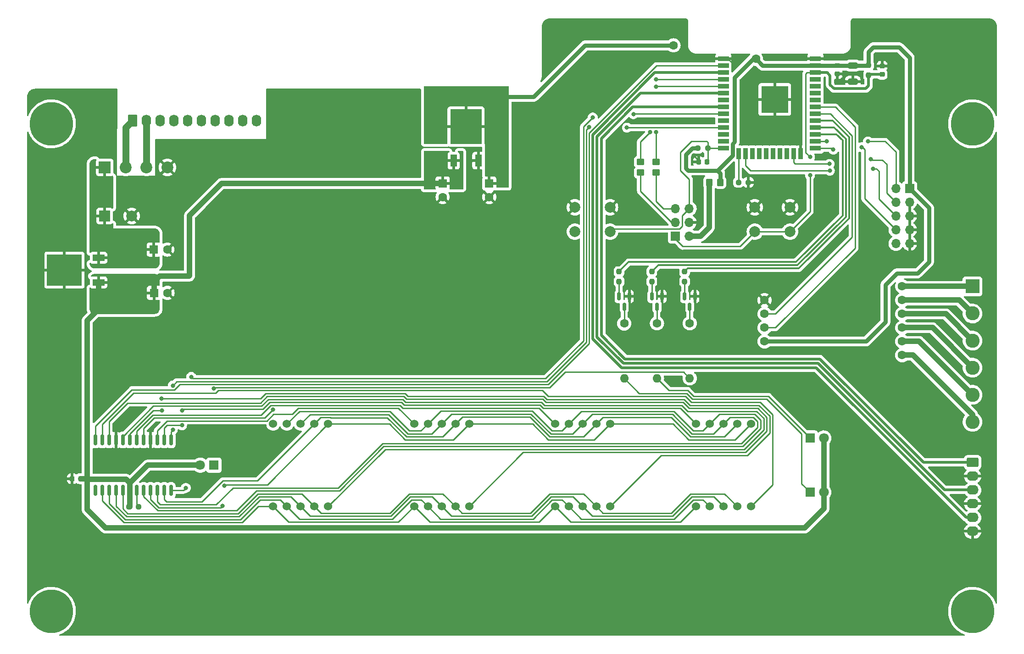
<source format=gbr>
%TF.GenerationSoftware,KiCad,Pcbnew,(6.0.2)*%
%TF.CreationDate,2022-02-26T12:49:07-05:00*%
%TF.ProjectId,digiMatex_DS410,64696769-4d61-4746-9578-5f4453343130,A*%
%TF.SameCoordinates,PX2ebae40PY2255100*%
%TF.FileFunction,Copper,L2,Bot*%
%TF.FilePolarity,Positive*%
%FSLAX46Y46*%
G04 Gerber Fmt 4.6, Leading zero omitted, Abs format (unit mm)*
G04 Created by KiCad (PCBNEW (6.0.2)) date 2022-02-26 12:49:07*
%MOMM*%
%LPD*%
G01*
G04 APERTURE LIST*
G04 Aperture macros list*
%AMRoundRect*
0 Rectangle with rounded corners*
0 $1 Rounding radius*
0 $2 $3 $4 $5 $6 $7 $8 $9 X,Y pos of 4 corners*
0 Add a 4 corners polygon primitive as box body*
4,1,4,$2,$3,$4,$5,$6,$7,$8,$9,$2,$3,0*
0 Add four circle primitives for the rounded corners*
1,1,$1+$1,$2,$3*
1,1,$1+$1,$4,$5*
1,1,$1+$1,$6,$7*
1,1,$1+$1,$8,$9*
0 Add four rect primitives between the rounded corners*
20,1,$1+$1,$2,$3,$4,$5,0*
20,1,$1+$1,$4,$5,$6,$7,0*
20,1,$1+$1,$6,$7,$8,$9,0*
20,1,$1+$1,$8,$9,$2,$3,0*%
G04 Aperture macros list end*
%TA.AperFunction,SMDPad,CuDef*%
%ADD10RoundRect,0.250000X-0.350000X-0.450000X0.350000X-0.450000X0.350000X0.450000X-0.350000X0.450000X0*%
%TD*%
%TA.AperFunction,SMDPad,CuDef*%
%ADD11R,2.200000X1.200000*%
%TD*%
%TA.AperFunction,SMDPad,CuDef*%
%ADD12R,6.400000X5.800000*%
%TD*%
%TA.AperFunction,SMDPad,CuDef*%
%ADD13RoundRect,0.250000X-0.450000X0.350000X-0.450000X-0.350000X0.450000X-0.350000X0.450000X0.350000X0*%
%TD*%
%TA.AperFunction,SMDPad,CuDef*%
%ADD14RoundRect,0.237500X-0.250000X-0.237500X0.250000X-0.237500X0.250000X0.237500X-0.250000X0.237500X0*%
%TD*%
%TA.AperFunction,SMDPad,CuDef*%
%ADD15RoundRect,0.237500X-0.237500X0.250000X-0.237500X-0.250000X0.237500X-0.250000X0.237500X0.250000X0*%
%TD*%
%TA.AperFunction,ComponentPad*%
%ADD16C,1.600000*%
%TD*%
%TA.AperFunction,ComponentPad*%
%ADD17O,1.600000X1.600000*%
%TD*%
%TA.AperFunction,SMDPad,CuDef*%
%ADD18RoundRect,0.237500X0.237500X-0.250000X0.237500X0.250000X-0.237500X0.250000X-0.237500X-0.250000X0*%
%TD*%
%TA.AperFunction,SMDPad,CuDef*%
%ADD19RoundRect,0.225000X-0.225000X-0.250000X0.225000X-0.250000X0.225000X0.250000X-0.225000X0.250000X0*%
%TD*%
%TA.AperFunction,ComponentPad*%
%ADD20C,1.524000*%
%TD*%
%TA.AperFunction,ComponentPad*%
%ADD21R,1.600000X1.600000*%
%TD*%
%TA.AperFunction,ComponentPad*%
%ADD22R,1.700000X1.700000*%
%TD*%
%TA.AperFunction,ComponentPad*%
%ADD23O,1.700000X1.700000*%
%TD*%
%TA.AperFunction,ComponentPad*%
%ADD24R,1.800000X1.800000*%
%TD*%
%TA.AperFunction,ComponentPad*%
%ADD25C,1.800000*%
%TD*%
%TA.AperFunction,SMDPad,CuDef*%
%ADD26R,1.200000X2.200000*%
%TD*%
%TA.AperFunction,SMDPad,CuDef*%
%ADD27R,5.800000X6.400000*%
%TD*%
%TA.AperFunction,SMDPad,CuDef*%
%ADD28RoundRect,0.150000X-0.150000X0.587500X-0.150000X-0.587500X0.150000X-0.587500X0.150000X0.587500X0*%
%TD*%
%TA.AperFunction,ComponentPad*%
%ADD29C,8.000000*%
%TD*%
%TA.AperFunction,SMDPad,CuDef*%
%ADD30RoundRect,0.225000X-0.250000X0.225000X-0.250000X-0.225000X0.250000X-0.225000X0.250000X0.225000X0*%
%TD*%
%TA.AperFunction,ComponentPad*%
%ADD31C,2.000000*%
%TD*%
%TA.AperFunction,SMDPad,CuDef*%
%ADD32RoundRect,0.225000X0.250000X-0.225000X0.250000X0.225000X-0.250000X0.225000X-0.250000X-0.225000X0*%
%TD*%
%TA.AperFunction,SMDPad,CuDef*%
%ADD33RoundRect,0.250000X-0.650000X0.325000X-0.650000X-0.325000X0.650000X-0.325000X0.650000X0.325000X0*%
%TD*%
%TA.AperFunction,ComponentPad*%
%ADD34R,2.600000X2.600000*%
%TD*%
%TA.AperFunction,ComponentPad*%
%ADD35C,2.600000*%
%TD*%
%TA.AperFunction,ComponentPad*%
%ADD36C,2.200000*%
%TD*%
%TA.AperFunction,ComponentPad*%
%ADD37R,2.200000X2.200000*%
%TD*%
%TA.AperFunction,ComponentPad*%
%ADD38RoundRect,0.250000X-0.845000X0.620000X-0.845000X-0.620000X0.845000X-0.620000X0.845000X0.620000X0*%
%TD*%
%TA.AperFunction,ComponentPad*%
%ADD39O,2.190000X1.740000*%
%TD*%
%TA.AperFunction,SMDPad,CuDef*%
%ADD40RoundRect,0.150000X-0.150000X0.875000X-0.150000X-0.875000X0.150000X-0.875000X0.150000X0.875000X0*%
%TD*%
%TA.AperFunction,SMDPad,CuDef*%
%ADD41R,5.000000X5.000000*%
%TD*%
%TA.AperFunction,SMDPad,CuDef*%
%ADD42R,2.000000X0.900000*%
%TD*%
%TA.AperFunction,SMDPad,CuDef*%
%ADD43R,0.900000X2.000000*%
%TD*%
%TA.AperFunction,ComponentPad*%
%ADD44R,2.000000X2.000000*%
%TD*%
%TA.AperFunction,ComponentPad*%
%ADD45RoundRect,0.250000X-0.620000X-0.845000X0.620000X-0.845000X0.620000X0.845000X-0.620000X0.845000X0*%
%TD*%
%TA.AperFunction,ComponentPad*%
%ADD46O,1.740000X2.190000*%
%TD*%
%TA.AperFunction,ViaPad*%
%ADD47C,0.800000*%
%TD*%
%TA.AperFunction,ViaPad*%
%ADD48C,1.600000*%
%TD*%
%TA.AperFunction,Conductor*%
%ADD49C,1.000000*%
%TD*%
%TA.AperFunction,Conductor*%
%ADD50C,0.800000*%
%TD*%
%TA.AperFunction,Conductor*%
%ADD51C,0.250000*%
%TD*%
%TA.AperFunction,Conductor*%
%ADD52C,0.500000*%
%TD*%
%TA.AperFunction,Conductor*%
%ADD53C,0.300000*%
%TD*%
%TA.AperFunction,Conductor*%
%ADD54C,1.250000*%
%TD*%
G04 APERTURE END LIST*
D10*
%TO.P,R13,2*%
%TO.N,+3V3*%
X129400000Y-31800000D03*
%TO.P,R13,1*%
%TO.N,Net-(J3-Pad2)*%
X127400000Y-31800000D03*
%TD*%
D11*
%TO.P,U2,1,IN*%
%TO.N,Net-(C1-Pad1)*%
X14700000Y-45720000D03*
D12*
%TO.P,U2,2,GND*%
%TO.N,GND*%
X8400000Y-48000000D03*
D11*
%TO.P,U2,3,OUT*%
%TO.N,+5V*%
X14700000Y-50280000D03*
%TD*%
D13*
%TO.P,R12,1*%
%TO.N,/RXD0*%
X117600000Y-28000000D03*
%TO.P,R12,2*%
%TO.N,Net-(J3-Pad5)*%
X117600000Y-30000000D03*
%TD*%
%TO.P,R11,1*%
%TO.N,/TXD0*%
X114700000Y-28000000D03*
%TO.P,R11,2*%
%TO.N,Net-(J3-Pad3)*%
X114700000Y-30000000D03*
%TD*%
D14*
%TO.P,R10,2*%
%TO.N,GND*%
X134612500Y-31800000D03*
%TO.P,R10,1*%
%TO.N,/IO2*%
X132787500Y-31800000D03*
%TD*%
%TO.P,R9,1*%
%TO.N,+3V3*%
X125287500Y-25500000D03*
%TO.P,R9,2*%
%TO.N,/IO0*%
X127112500Y-25500000D03*
%TD*%
D15*
%TO.P,R8,1*%
%TO.N,+3V3*%
X156800000Y-10187500D03*
%TO.P,R8,2*%
%TO.N,/EN*%
X156800000Y-12012500D03*
%TD*%
D16*
%TO.P,R7,1*%
%TO.N,Net-(Q3-Pad3)*%
X111700000Y-57850000D03*
D17*
%TO.P,R7,2*%
%TO.N,Net-(D8-Pad1)*%
X111700000Y-68010000D03*
%TD*%
D16*
%TO.P,R6,1*%
%TO.N,Net-(Q1-Pad3)*%
X123800000Y-57820000D03*
D17*
%TO.P,R6,2*%
%TO.N,Net-(D7-Pad1)*%
X123800000Y-67980000D03*
%TD*%
D18*
%TO.P,R5,1*%
%TO.N,Net-(Q3-Pad1)*%
X110750000Y-50112500D03*
%TO.P,R5,2*%
%TO.N,/kg_LED*%
X110750000Y-48287500D03*
%TD*%
%TO.P,R4,2*%
%TO.N,/WiFi_LED*%
X122850000Y-48287500D03*
%TO.P,R4,1*%
%TO.N,Net-(Q1-Pad1)*%
X122850000Y-50112500D03*
%TD*%
D17*
%TO.P,R3,2*%
%TO.N,Net-(D6-Pad1)*%
X117750000Y-67980000D03*
D16*
%TO.P,R3,1*%
%TO.N,Net-(Q2-Pad3)*%
X117750000Y-57820000D03*
%TD*%
D18*
%TO.P,R2,1*%
%TO.N,Net-(Q2-Pad1)*%
X116800000Y-50112500D03*
%TO.P,R2,2*%
%TO.N,/lbs_LED*%
X116800000Y-48287500D03*
%TD*%
D14*
%TO.P,R1,1*%
%TO.N,+5V*%
X20287500Y-91700000D03*
%TO.P,R1,2*%
%TO.N,Net-(R1-Pad2)*%
X22112500Y-91700000D03*
%TD*%
D19*
%TO.P,C8,1*%
%TO.N,GND*%
X125425000Y-28000000D03*
%TO.P,C8,2*%
%TO.N,/IO0*%
X126975000Y-28000000D03*
%TD*%
D20*
%TO.P,D4,1,D*%
%TO.N,/D*%
X72920000Y-91620000D03*
%TO.P,D4,2,DP*%
%TO.N,/DP*%
X75460000Y-91620000D03*
%TO.P,D4,3,E*%
%TO.N,/E*%
X78000000Y-91620000D03*
%TO.P,D4,4,C*%
%TO.N,/C*%
X80540000Y-91620000D03*
%TO.P,D4,5,CA_DIG2*%
%TO.N,/4*%
X83080000Y-91620000D03*
%TO.P,D4,6,B*%
%TO.N,/B*%
X83080000Y-76380000D03*
%TO.P,D4,7,A*%
%TO.N,/A*%
X80540000Y-76380000D03*
%TO.P,D4,8,F*%
%TO.N,/F*%
X78000000Y-76380000D03*
%TO.P,D4,9,G*%
%TO.N,/G*%
X75460000Y-76380000D03*
%TO.P,D4,10,CA_DIG1*%
%TO.N,/5*%
X72920000Y-76380000D03*
%TD*%
D21*
%TO.P,C9,1*%
%TO.N,+5V*%
X78200000Y-32000000D03*
D16*
%TO.P,C9,2*%
%TO.N,GND*%
X78200000Y-34500000D03*
%TD*%
D21*
%TO.P,C10,1*%
%TO.N,+3V3*%
X86800000Y-32000000D03*
D16*
%TO.P,C10,2*%
%TO.N,GND*%
X86800000Y-34500000D03*
%TD*%
D22*
%TO.P,J3,1,Pin_1*%
%TO.N,/EN*%
X121175000Y-41725000D03*
D23*
%TO.P,J3,2,Pin_2*%
%TO.N,Net-(J3-Pad2)*%
X123715000Y-41725000D03*
%TO.P,J3,3,Pin_3*%
%TO.N,Net-(J3-Pad3)*%
X121175000Y-39185000D03*
%TO.P,J3,4,Pin_4*%
%TO.N,GND*%
X123715000Y-39185000D03*
%TO.P,J3,5,Pin_5*%
%TO.N,Net-(J3-Pad5)*%
X121175000Y-36645000D03*
%TO.P,J3,6,Pin_6*%
%TO.N,/IO0*%
X123715000Y-36645000D03*
%TD*%
D24*
%TO.P,D8,1,K*%
%TO.N,Net-(D8-Pad1)*%
X146000000Y-89000000D03*
D25*
%TO.P,D8,2,A*%
%TO.N,+5V*%
X148540000Y-89000000D03*
%TD*%
D26*
%TO.P,U4,1,GND*%
%TO.N,GND*%
X84780000Y-27800000D03*
D27*
%TO.P,U4,2,VO*%
%TO.N,+3V3*%
X82500000Y-21500000D03*
D26*
%TO.P,U4,3,VI*%
%TO.N,+5V*%
X80220000Y-27800000D03*
%TD*%
D28*
%TO.P,Q1,1,B*%
%TO.N,Net-(Q1-Pad1)*%
X122850000Y-52862500D03*
%TO.P,Q1,2,E*%
%TO.N,GND*%
X124750000Y-52862500D03*
%TO.P,Q1,3,C*%
%TO.N,Net-(Q1-Pad3)*%
X123800000Y-54737500D03*
%TD*%
D24*
%TO.P,D6,1,K*%
%TO.N,Net-(D6-Pad1)*%
X146000000Y-79000000D03*
D25*
%TO.P,D6,2,A*%
%TO.N,+5V*%
X148540000Y-79000000D03*
%TD*%
D24*
%TO.P,D7,1,K*%
%TO.N,Net-(D7-Pad1)*%
X36000000Y-84000000D03*
D25*
%TO.P,D7,2,A*%
%TO.N,+5V*%
X33460000Y-84000000D03*
%TD*%
D20*
%TO.P,D5,1,D*%
%TO.N,/D*%
X46920000Y-91620000D03*
%TO.P,D5,2,DP*%
%TO.N,/DP*%
X49460000Y-91620000D03*
%TO.P,D5,3,E*%
%TO.N,/E*%
X52000000Y-91620000D03*
%TO.P,D5,4,C*%
%TO.N,/C*%
X54540000Y-91620000D03*
%TO.P,D5,5,CA_DIG2*%
%TO.N,/6*%
X57080000Y-91620000D03*
%TO.P,D5,6,B*%
%TO.N,/B*%
X57080000Y-76380000D03*
%TO.P,D5,7,A*%
%TO.N,/A*%
X54540000Y-76380000D03*
%TO.P,D5,8,F*%
%TO.N,/F*%
X52000000Y-76380000D03*
%TO.P,D5,9,G*%
%TO.N,/G*%
X49460000Y-76380000D03*
%TO.P,D5,10,CA_DIG1*%
%TO.N,/7*%
X46920000Y-76380000D03*
%TD*%
D29*
%TO.P,H1,1*%
%TO.N,N/C*%
X6000000Y-21000000D03*
%TD*%
D30*
%TO.P,C5,1*%
%TO.N,GND*%
X159300000Y-10325000D03*
%TO.P,C5,2*%
%TO.N,/EN*%
X159300000Y-11875000D03*
%TD*%
D20*
%TO.P,D2,1,D*%
%TO.N,/D*%
X124920000Y-91620000D03*
%TO.P,D2,2,DP*%
%TO.N,/DP*%
X127460000Y-91620000D03*
%TO.P,D2,3,E*%
%TO.N,/E*%
X130000000Y-91620000D03*
%TO.P,D2,4,C*%
%TO.N,/C*%
X132540000Y-91620000D03*
%TO.P,D2,5,CA_DIG2*%
%TO.N,/0*%
X135080000Y-91620000D03*
%TO.P,D2,6,B*%
%TO.N,/B*%
X135080000Y-76380000D03*
%TO.P,D2,7,A*%
%TO.N,/A*%
X132540000Y-76380000D03*
%TO.P,D2,8,F*%
%TO.N,/F*%
X130000000Y-76380000D03*
%TO.P,D2,9,G*%
%TO.N,/G*%
X127460000Y-76380000D03*
%TO.P,D2,10,CA_DIG1*%
%TO.N,/1*%
X124920000Y-76380000D03*
%TD*%
D31*
%TO.P,SW2,1,1*%
%TO.N,/IO0*%
X109100000Y-40900000D03*
X102600000Y-40900000D03*
%TO.P,SW2,2,2*%
%TO.N,GND*%
X102600000Y-36400000D03*
X109100000Y-36400000D03*
%TD*%
D28*
%TO.P,Q2,1,B*%
%TO.N,Net-(Q2-Pad1)*%
X116800000Y-52862500D03*
%TO.P,Q2,2,E*%
%TO.N,GND*%
X118700000Y-52862500D03*
%TO.P,Q2,3,C*%
%TO.N,Net-(Q2-Pad3)*%
X117750000Y-54737500D03*
%TD*%
D20*
%TO.P,D3,1,D*%
%TO.N,/D*%
X98920000Y-91620000D03*
%TO.P,D3,2,DP*%
%TO.N,/DP*%
X101460000Y-91620000D03*
%TO.P,D3,3,E*%
%TO.N,/E*%
X104000000Y-91620000D03*
%TO.P,D3,4,C*%
%TO.N,/C*%
X106540000Y-91620000D03*
%TO.P,D3,5,CA_DIG2*%
%TO.N,/2*%
X109080000Y-91620000D03*
%TO.P,D3,6,B*%
%TO.N,/B*%
X109080000Y-76380000D03*
%TO.P,D3,7,A*%
%TO.N,/A*%
X106540000Y-76380000D03*
%TO.P,D3,8,F*%
%TO.N,/F*%
X104000000Y-76380000D03*
%TO.P,D3,9,G*%
%TO.N,/G*%
X101460000Y-76380000D03*
%TO.P,D3,10,CA_DIG1*%
%TO.N,/3*%
X98920000Y-76380000D03*
%TD*%
D32*
%TO.P,C7,2*%
%TO.N,+3V3*%
X151000000Y-10225000D03*
%TO.P,C7,1*%
%TO.N,GND*%
X151000000Y-11775000D03*
%TD*%
D29*
%TO.P,H3,1*%
%TO.N,N/C*%
X176000000Y-111000000D03*
%TD*%
%TO.P,H2,1*%
%TO.N,N/C*%
X6000000Y-111000000D03*
%TD*%
%TO.P,H4,1*%
%TO.N,N/C*%
X176000000Y-21000000D03*
%TD*%
D31*
%TO.P,SW1,1,1*%
%TO.N,/EN*%
X135800000Y-40900000D03*
X142300000Y-40900000D03*
%TO.P,SW1,2,2*%
%TO.N,GND*%
X142300000Y-36400000D03*
X135800000Y-36400000D03*
%TD*%
D22*
%TO.P,J2,1,Pin_1*%
%TO.N,+3V3*%
X164375000Y-32925000D03*
D23*
%TO.P,J2,2,Pin_2*%
%TO.N,/ESP_TMS*%
X161835000Y-32925000D03*
%TO.P,J2,3,Pin_3*%
%TO.N,GND*%
X164375000Y-35465000D03*
%TO.P,J2,4,Pin_4*%
%TO.N,/ESP_TCK*%
X161835000Y-35465000D03*
%TO.P,J2,5,Pin_5*%
%TO.N,GND*%
X164375000Y-38005000D03*
%TO.P,J2,6,Pin_6*%
%TO.N,/ESP_TDO*%
X161835000Y-38005000D03*
%TO.P,J2,7,Pin_7*%
%TO.N,GND*%
X164375000Y-40545000D03*
%TO.P,J2,8,Pin_8*%
%TO.N,/ESP_TDI*%
X161835000Y-40545000D03*
%TO.P,J2,9,Pin_9*%
%TO.N,GND*%
X164375000Y-43085000D03*
%TO.P,J2,10,Pin_10*%
%TO.N,unconnected-(J2-Pad10)*%
X161835000Y-43085000D03*
%TD*%
D28*
%TO.P,Q3,1,B*%
%TO.N,Net-(Q3-Pad1)*%
X110750000Y-52862500D03*
%TO.P,Q3,2,E*%
%TO.N,GND*%
X112650000Y-52862500D03*
%TO.P,Q3,3,C*%
%TO.N,Net-(Q3-Pad3)*%
X111700000Y-54737500D03*
%TD*%
D33*
%TO.P,C6,2*%
%TO.N,GND*%
X153900000Y-13175000D03*
%TO.P,C6,1*%
%TO.N,+3V3*%
X153900000Y-10225000D03*
%TD*%
D19*
%TO.P,C2,2*%
%TO.N,+5V*%
X11375000Y-86500000D03*
%TO.P,C2,1*%
%TO.N,GND*%
X9825000Y-86500000D03*
%TD*%
D34*
%TO.P,J5,1,Pin_1*%
%TO.N,/E+*%
X175975000Y-51000000D03*
D35*
%TO.P,J5,2,Pin_2*%
%TO.N,/E-*%
X175975000Y-56000000D03*
%TO.P,J5,3,Pin_3*%
%TO.N,/A-*%
X175975000Y-61000000D03*
%TO.P,J5,4,Pin_4*%
%TO.N,/A+*%
X175975000Y-66000000D03*
%TO.P,J5,5,Pin_5*%
%TO.N,/B-*%
X175975000Y-71000000D03*
%TO.P,J5,6,Pin_6*%
%TO.N,/B+*%
X175975000Y-76000000D03*
%TD*%
D36*
%TO.P,D1,4,-*%
%TO.N,GND*%
X27400000Y-29037500D03*
%TO.P,D1,3*%
%TO.N,/10VAC_N*%
X23550000Y-29037500D03*
%TO.P,D1,2*%
%TO.N,/10VAC_L*%
X19700000Y-29037500D03*
D37*
%TO.P,D1,1,+*%
%TO.N,Net-(C1-Pad1)*%
X15850000Y-29037500D03*
%TD*%
D16*
%TO.P,A2,1,E+*%
%TO.N,/E+*%
X163000000Y-51000000D03*
%TO.P,A2,2,E-*%
%TO.N,/E-*%
X163000000Y-53540000D03*
%TO.P,A2,3,A-*%
%TO.N,/A-*%
X163000000Y-56080000D03*
%TO.P,A2,4,A+*%
%TO.N,/A+*%
X163000000Y-58620000D03*
%TO.P,A2,5,B-*%
%TO.N,/B-*%
X163000000Y-61160000D03*
%TO.P,A2,6,B+*%
%TO.N,/B+*%
X163000000Y-63700000D03*
%TO.P,A2,7,Vcc*%
%TO.N,+3V3*%
X137600000Y-61160000D03*
%TO.P,A2,8,SCK*%
%TO.N,/SCALE_SCK*%
X137600000Y-58620000D03*
%TO.P,A2,9,DT*%
%TO.N,/SCALE_DT*%
X137600000Y-56080000D03*
%TO.P,A2,10,GND*%
%TO.N,GND*%
X137600000Y-53540000D03*
%TD*%
D38*
%TO.P,J4,1,Pin_1*%
%TO.N,/b_display*%
X176000000Y-83500000D03*
D39*
%TO.P,J4,2,Pin_2*%
%TO.N,GND*%
X176000000Y-86040000D03*
%TO.P,J4,3,Pin_3*%
%TO.N,/b_unit*%
X176000000Y-88580000D03*
%TO.P,J4,4,Pin_4*%
%TO.N,GND*%
X176000000Y-91120000D03*
%TO.P,J4,5,Pin_5*%
%TO.N,/b_tare*%
X176000000Y-93660000D03*
%TO.P,J4,6,Pin_6*%
%TO.N,GND*%
X176000000Y-96200000D03*
%TD*%
D40*
%TO.P,U1,24,DOUT*%
%TO.N,unconnected-(U1-Pad24)*%
X14115000Y-88650000D03*
%TO.P,U1,23,SEG_D*%
%TO.N,/D*%
X15385000Y-88650000D03*
%TO.P,U1,22,SEG_DP*%
%TO.N,/DP*%
X16655000Y-88650000D03*
%TO.P,U1,21,SEG_E*%
%TO.N,/E*%
X17925000Y-88650000D03*
%TO.P,U1,20,SEG_C*%
%TO.N,/C*%
X19195000Y-88650000D03*
%TO.P,U1,19,V+*%
%TO.N,+5V*%
X20465000Y-88650000D03*
%TO.P,U1,18,ISET*%
%TO.N,Net-(R1-Pad2)*%
X21735000Y-88650000D03*
%TO.P,U1,17,SEG_G*%
%TO.N,/G*%
X23005000Y-88650000D03*
%TO.P,U1,16,SEG_B*%
%TO.N,/B*%
X24275000Y-88650000D03*
%TO.P,U1,15,SEG_F*%
%TO.N,/F*%
X25545000Y-88650000D03*
%TO.P,U1,14,SEG_A*%
%TO.N,/A*%
X26815000Y-88650000D03*
%TO.P,U1,13,CLK*%
%TO.N,/7SEG_CLK*%
X28085000Y-88650000D03*
%TO.P,U1,12,LOAD*%
%TO.N,/7SEG_CS*%
X28085000Y-79350000D03*
%TO.P,U1,11,DIG_1*%
%TO.N,/1*%
X26815000Y-79350000D03*
%TO.P,U1,10,DIG_5*%
%TO.N,/5*%
X25545000Y-79350000D03*
%TO.P,U1,9,GND*%
%TO.N,GND*%
X24275000Y-79350000D03*
%TO.P,U1,8,DIG_7*%
%TO.N,/7*%
X23005000Y-79350000D03*
%TO.P,U1,7,DIG_3*%
%TO.N,/3*%
X21735000Y-79350000D03*
%TO.P,U1,6,DIG_2*%
%TO.N,/2*%
X20465000Y-79350000D03*
%TO.P,U1,5,DIG_6*%
%TO.N,/6*%
X19195000Y-79350000D03*
%TO.P,U1,4,GND*%
%TO.N,GND*%
X17925000Y-79350000D03*
%TO.P,U1,3,DIG_4*%
%TO.N,/4*%
X16655000Y-79350000D03*
%TO.P,U1,2,DIG_0*%
%TO.N,/0*%
X15385000Y-79350000D03*
%TO.P,U1,1,DIN*%
%TO.N,/7SEG_MOSI*%
X14115000Y-79350000D03*
%TD*%
D41*
%TO.P,U3,39,GND*%
%TO.N,GND*%
X139500000Y-16495000D03*
D42*
%TO.P,U3,38,GND*%
X130000000Y-8995000D03*
%TO.P,U3,37,IO23*%
%TO.N,/7SEG_MOSI*%
X130000000Y-10265000D03*
%TO.P,U3,36,IO22*%
%TO.N,/b_tare*%
X130000000Y-11535000D03*
%TO.P,U3,35,TXD0/IO1*%
%TO.N,/TXD0*%
X130000000Y-12805000D03*
%TO.P,U3,34,RXD0/IO3*%
%TO.N,/RXD0*%
X130000000Y-14075000D03*
%TO.P,U3,33,IO21*%
%TO.N,/b_unit*%
X130000000Y-15345000D03*
%TO.P,U3,32,NC*%
%TO.N,unconnected-(U3-Pad32)*%
X130000000Y-16615000D03*
%TO.P,U3,31,IO19*%
%TO.N,/b_display*%
X130000000Y-17885000D03*
%TO.P,U3,30,IO18*%
%TO.N,/7SEG_CLK*%
X130000000Y-19155000D03*
%TO.P,U3,29,IO5*%
%TO.N,unconnected-(U3-Pad29)*%
X130000000Y-20425000D03*
%TO.P,U3,28,IO17*%
%TO.N,/7SEG_CS*%
X130000000Y-21695000D03*
%TO.P,U3,27,IO16*%
%TO.N,unconnected-(U3-Pad27)*%
X130000000Y-22965000D03*
%TO.P,U3,26,IO4*%
%TO.N,unconnected-(U3-Pad26)*%
X130000000Y-24235000D03*
%TO.P,U3,25,IO0*%
%TO.N,/IO0*%
X130000000Y-25505000D03*
D43*
%TO.P,U3,24,IO2*%
%TO.N,/IO2*%
X132785000Y-26505000D03*
%TO.P,U3,23,IO15*%
%TO.N,/ESP_TDO*%
X134055000Y-26505000D03*
%TO.P,U3,22,SDI/SD1*%
%TO.N,unconnected-(U3-Pad22)*%
X135325000Y-26505000D03*
%TO.P,U3,21,SDO/SD0*%
%TO.N,unconnected-(U3-Pad21)*%
X136595000Y-26505000D03*
%TO.P,U3,20,SCK/CLK*%
%TO.N,unconnected-(U3-Pad20)*%
X137865000Y-26505000D03*
%TO.P,U3,19,SCS/CMD*%
%TO.N,unconnected-(U3-Pad19)*%
X139135000Y-26505000D03*
%TO.P,U3,18,SWP/SD3*%
%TO.N,unconnected-(U3-Pad18)*%
X140405000Y-26505000D03*
%TO.P,U3,17,SHD/SD2*%
%TO.N,unconnected-(U3-Pad17)*%
X141675000Y-26505000D03*
%TO.P,U3,16,IO13*%
%TO.N,/ESP_TCK*%
X142945000Y-26505000D03*
%TO.P,U3,15,GND*%
%TO.N,GND*%
X144215000Y-26505000D03*
D42*
%TO.P,U3,14,IO12*%
%TO.N,/ESP_TDI*%
X147000000Y-25505000D03*
%TO.P,U3,13,IO14*%
%TO.N,/ESP_TMS*%
X147000000Y-24235000D03*
%TO.P,U3,12,IO27*%
%TO.N,/kg_LED*%
X147000000Y-22965000D03*
%TO.P,U3,11,IO26*%
%TO.N,/lbs_LED*%
X147000000Y-21695000D03*
%TO.P,U3,10,IO25*%
%TO.N,/WiFi_LED*%
X147000000Y-20425000D03*
%TO.P,U3,9,IO33*%
%TO.N,/SCALE_DT*%
X147000000Y-19155000D03*
%TO.P,U3,8,IO32*%
%TO.N,/SCALE_SCK*%
X147000000Y-17885000D03*
%TO.P,U3,7,IO35*%
%TO.N,unconnected-(U3-Pad7)*%
X147000000Y-16615000D03*
%TO.P,U3,6,IO34*%
%TO.N,unconnected-(U3-Pad6)*%
X147000000Y-15345000D03*
%TO.P,U3,5,SENSOR_VN*%
%TO.N,unconnected-(U3-Pad5)*%
X147000000Y-14075000D03*
%TO.P,U3,4,SENSOR_VP*%
%TO.N,unconnected-(U3-Pad4)*%
X147000000Y-12805000D03*
%TO.P,U3,3,EN*%
%TO.N,/EN*%
X147000000Y-11535000D03*
%TO.P,U3,2,VDD*%
%TO.N,+3V3*%
X147000000Y-10265000D03*
%TO.P,U3,1,GND*%
%TO.N,GND*%
X147000000Y-8995000D03*
%TD*%
D16*
%TO.P,C3,2*%
%TO.N,GND*%
X27392621Y-44200000D03*
D21*
%TO.P,C3,1*%
%TO.N,Net-(C1-Pad1)*%
X24892621Y-44200000D03*
%TD*%
%TO.P,C4,1*%
%TO.N,+5V*%
X24917621Y-52200000D03*
D16*
%TO.P,C4,2*%
%TO.N,GND*%
X27417621Y-52200000D03*
%TD*%
D44*
%TO.P,C1,1*%
%TO.N,Net-(C1-Pad1)*%
X15814823Y-38000000D03*
D31*
%TO.P,C1,2*%
%TO.N,GND*%
X20814823Y-38000000D03*
%TD*%
D45*
%TO.P,J1,1,Pin_1*%
%TO.N,/10VAC_L*%
X21000000Y-20400000D03*
D46*
%TO.P,J1,2,Pin_2*%
%TO.N,/10VAC_N*%
X23540000Y-20400000D03*
%TO.P,J1,3,Pin_3*%
%TO.N,unconnected-(J1-Pad3)*%
X26080000Y-20400000D03*
%TO.P,J1,4,Pin_4*%
%TO.N,unconnected-(J1-Pad4)*%
X28620000Y-20400000D03*
%TO.P,J1,5,Pin_5*%
%TO.N,unconnected-(J1-Pad5)*%
X31160000Y-20400000D03*
%TO.P,J1,6,Pin_6*%
%TO.N,unconnected-(J1-Pad6)*%
X33700000Y-20400000D03*
%TO.P,J1,7,Pin_7*%
%TO.N,unconnected-(J1-Pad7)*%
X36240000Y-20400000D03*
%TO.P,J1,8,Pin_8*%
%TO.N,unconnected-(J1-Pad8)*%
X38780000Y-20400000D03*
%TO.P,J1,9,Pin_9*%
%TO.N,unconnected-(J1-Pad9)*%
X41320000Y-20400000D03*
%TO.P,J1,10,Pin_10*%
%TO.N,unconnected-(J1-Pad10)*%
X43860000Y-20400000D03*
%TD*%
D47*
%TO.N,Net-(D7-Pad1)*%
X36000000Y-69882011D03*
%TO.N,GND*%
X136100000Y-31800000D03*
X124500000Y-26800000D03*
X8500000Y-86500000D03*
%TO.N,/7SEG_CLK*%
X113400000Y-19200000D03*
X105900000Y-19800000D03*
%TO.N,/7SEG_CS*%
X105250483Y-21550483D03*
X112200000Y-21700000D03*
%TO.N,/EN*%
X146000000Y-27100000D03*
X146000000Y-30500000D03*
%TO.N,/TXD0*%
X116500000Y-22500000D03*
X117600000Y-12800000D03*
%TO.N,/RXD0*%
X117600000Y-22500000D03*
X117600000Y-14100000D03*
%TO.N,GND*%
X132100000Y-10200000D03*
D48*
%TO.N,+3V3*%
X136000000Y-9000000D03*
X120800000Y-6500000D03*
D47*
X89000000Y-24000000D03*
X87000000Y-24000000D03*
X77000000Y-24000000D03*
X88000000Y-23000000D03*
X78000000Y-23000000D03*
X76000000Y-23000000D03*
X89000000Y-22000000D03*
X87000000Y-22000000D03*
X77000000Y-22000000D03*
X88000000Y-21000000D03*
X78000000Y-21000000D03*
X76000000Y-21000000D03*
X89000000Y-20000000D03*
X87000000Y-20000000D03*
X77000000Y-20000000D03*
X88000000Y-19000000D03*
X78000000Y-19000000D03*
X76000000Y-19000000D03*
X89000000Y-18000000D03*
X87000000Y-18000000D03*
X77000000Y-18000000D03*
X88000000Y-17000000D03*
X86000000Y-17000000D03*
X84000000Y-17000000D03*
X82000000Y-17000000D03*
X80000000Y-17000000D03*
X78000000Y-17000000D03*
X76000000Y-17000000D03*
X89000000Y-16000000D03*
X87000000Y-16000000D03*
X85000000Y-16000000D03*
X83000000Y-16000000D03*
X81000000Y-16000000D03*
X79000000Y-16000000D03*
X77000000Y-16000000D03*
X88000000Y-15000000D03*
X86000000Y-15000000D03*
X84000000Y-15000000D03*
X82000000Y-15000000D03*
X80000000Y-15000000D03*
X78000000Y-15000000D03*
X76000000Y-15000000D03*
%TO.N,GND*%
X9000000Y-52000000D03*
X7000000Y-52000000D03*
X5000000Y-52000000D03*
X11000000Y-52000000D03*
X10000000Y-53000000D03*
X8000000Y-53000000D03*
X6000000Y-53000000D03*
X4000000Y-53000000D03*
X11000000Y-54000000D03*
X9000000Y-54000000D03*
X7000000Y-54000000D03*
X5000000Y-54000000D03*
X10000000Y-55000000D03*
X8000000Y-55000000D03*
X6000000Y-55000000D03*
X8000000Y-43000000D03*
X4000000Y-43000000D03*
X5000000Y-44000000D03*
X10000000Y-43000000D03*
X7000000Y-44000000D03*
X9000000Y-44000000D03*
X7000000Y-42000000D03*
X9000000Y-42000000D03*
X8000000Y-41000000D03*
X10000000Y-41000000D03*
X5000000Y-42000000D03*
X11000000Y-42000000D03*
X11000000Y-44000000D03*
X6000000Y-43000000D03*
X6000000Y-41000000D03*
X4000000Y-55000000D03*
X2000000Y-55000000D03*
X3000000Y-54000000D03*
X2000000Y-53000000D03*
X3000000Y-52000000D03*
X4000000Y-51000000D03*
X2000000Y-51000000D03*
X3000000Y-50000000D03*
X4000000Y-49000000D03*
X2000000Y-49000000D03*
X3000000Y-48000000D03*
X4000000Y-47000000D03*
X2000000Y-47000000D03*
X3000000Y-46000000D03*
X4000000Y-45000000D03*
X2000000Y-45000000D03*
X3000000Y-44000000D03*
X2000000Y-43000000D03*
X3000000Y-42000000D03*
X4000000Y-41000000D03*
X2000000Y-41000000D03*
%TO.N,/ESP_TDI*%
X155500000Y-25300000D03*
X150300000Y-25750000D03*
%TO.N,/ESP_TDO*%
X157650000Y-29250000D03*
X149650000Y-29650000D03*
%TO.N,/ESP_TCK*%
X157200000Y-27550000D03*
X149600000Y-28400000D03*
%TO.N,/ESP_TMS*%
X156700000Y-24250000D03*
X149100000Y-24250000D03*
%TO.N,GND*%
X124750000Y-51200000D03*
X118700000Y-51200000D03*
X112650000Y-51200000D03*
X159300000Y-8900000D03*
X139500000Y-16400000D03*
X139500000Y-18200000D03*
X139500000Y-14700000D03*
X141300000Y-16400000D03*
X137800000Y-16400000D03*
X137800000Y-18200000D03*
X141300000Y-18200000D03*
X141300000Y-14700000D03*
X137800000Y-14700000D03*
X144200000Y-24600000D03*
X145100000Y-9000000D03*
X152300000Y-13200000D03*
X152300000Y-12000000D03*
%TO.N,/2*%
X26400000Y-73900000D03*
X26300000Y-71700000D03*
%TO.N,/1*%
X30100000Y-76648022D03*
X30100002Y-73900000D03*
%TO.N,/7*%
X46900000Y-73772055D03*
%TO.N,GND*%
X24200000Y-81300000D03*
X17900000Y-81300000D03*
%TO.N,/B*%
X37600000Y-91500000D03*
X37908010Y-87808010D03*
%TO.N,/7SEG_CS*%
X28400000Y-69300000D03*
X28400000Y-77472522D03*
%TO.N,/7SEG_CLK*%
X30800000Y-88200000D03*
X31800000Y-67700000D03*
%TD*%
D49*
%TO.N,Net-(J3-Pad2)*%
X123715000Y-41725000D02*
X125775000Y-41725000D01*
X125775000Y-41725000D02*
X127400000Y-40100000D01*
X127400000Y-40100000D02*
X127400000Y-31800000D01*
D50*
%TO.N,+3V3*%
X104500000Y-6500000D02*
X120800000Y-6500000D01*
X95000000Y-16000000D02*
X104500000Y-6500000D01*
X89000000Y-16000000D02*
X95000000Y-16000000D01*
D51*
%TO.N,/EN*%
X135800000Y-40900000D02*
X133100000Y-43600000D01*
X133100000Y-43600000D02*
X122500000Y-43600000D01*
X122500000Y-43600000D02*
X121175000Y-42275000D01*
X121175000Y-42275000D02*
X121175000Y-41725000D01*
%TO.N,/IO0*%
X123715000Y-36645000D02*
X122400000Y-37960000D01*
X122400000Y-37960000D02*
X122400000Y-38672622D01*
X122400000Y-38672622D02*
X122403511Y-38676133D01*
X122403511Y-38676133D02*
X122403511Y-39896489D01*
X122403511Y-39896489D02*
X121886489Y-40413511D01*
X121886489Y-40413511D02*
X109586489Y-40413511D01*
X109586489Y-40413511D02*
X109100000Y-40900000D01*
%TO.N,/TXD0*%
X114700000Y-28000000D02*
X114700000Y-24300000D01*
X114700000Y-24300000D02*
X116500000Y-22500000D01*
%TO.N,/RXD0*%
X117600000Y-28000000D02*
X117600000Y-22500000D01*
%TO.N,Net-(J3-Pad3)*%
X121175000Y-39185000D02*
X120485000Y-39185000D01*
X114700000Y-33400000D02*
X114700000Y-30000000D01*
X120485000Y-39185000D02*
X114700000Y-33400000D01*
%TO.N,Net-(J3-Pad5)*%
X117600000Y-30000000D02*
X117600000Y-35300000D01*
X117600000Y-35300000D02*
X118945000Y-36645000D01*
X118945000Y-36645000D02*
X121175000Y-36645000D01*
%TO.N,/IO0*%
X123715000Y-36645000D02*
X123715000Y-31215000D01*
X126900000Y-24200000D02*
X127112500Y-24412500D01*
X123715000Y-31215000D02*
X122100000Y-29600000D01*
X122100000Y-29600000D02*
X122100000Y-26200000D01*
X122100000Y-26200000D02*
X124100000Y-24200000D01*
X127112500Y-24412500D02*
X127112500Y-25500000D01*
X124100000Y-24200000D02*
X126900000Y-24200000D01*
%TO.N,/7SEG_CLK*%
X31800000Y-67700000D02*
X32100000Y-68000000D01*
X32100000Y-68000000D02*
X97200000Y-68000000D01*
X97200000Y-68000000D02*
X104200000Y-61000000D01*
X104200000Y-61000000D02*
X104200000Y-21500000D01*
X104200000Y-21500000D02*
X105900000Y-19800000D01*
%TO.N,/7SEG_CS*%
X28400000Y-69300000D02*
X29100000Y-68600000D01*
%TO.N,/7SEG_MOSI*%
X14115000Y-76785000D02*
X14115000Y-79350000D01*
%TO.N,/7SEG_CS*%
X104703511Y-22097455D02*
X105250483Y-21550483D01*
%TO.N,/7SEG_MOSI*%
X130000000Y-10265000D02*
X117636934Y-10265000D01*
X28722467Y-70078501D02*
X20821499Y-70078501D01*
%TO.N,/7SEG_CS*%
X97412072Y-68600000D02*
X104703511Y-61308561D01*
%TO.N,/7SEG_MOSI*%
X117636934Y-10265000D02*
X105207022Y-22694912D01*
X105207022Y-61580906D02*
X97684417Y-69103511D01*
X97684417Y-69103511D02*
X29697457Y-69103511D01*
X29697457Y-69103511D02*
X28722467Y-70078501D01*
X105207022Y-22694912D02*
X105207022Y-61580906D01*
%TO.N,/7SEG_CS*%
X29100000Y-68600000D02*
X97412072Y-68600000D01*
%TO.N,/7SEG_MOSI*%
X20821499Y-70078501D02*
X14115000Y-76785000D01*
%TO.N,/7SEG_CS*%
X104703511Y-61308561D02*
X104703511Y-22097455D01*
D52*
%TO.N,/b_display*%
X166900000Y-83500000D02*
X147800000Y-64400000D01*
%TO.N,/b_unit*%
X106700000Y-60369320D02*
X111530191Y-65199511D01*
%TO.N,/b_tare*%
X105900000Y-60700000D02*
X105900000Y-23000000D01*
%TO.N,/b_unit*%
X147468831Y-65199511D02*
X170849320Y-88580000D01*
%TO.N,/b_display*%
X147800000Y-64400000D02*
X111861360Y-64400000D01*
X111861360Y-64400000D02*
X107500000Y-60038640D01*
%TO.N,/b_unit*%
X130000000Y-15345000D02*
X114685680Y-15345000D01*
X114685680Y-15345000D02*
X106700000Y-23330680D01*
X170849320Y-88580000D02*
X176000000Y-88580000D01*
X106700000Y-23330680D02*
X106700000Y-60369320D01*
X111530191Y-65199511D02*
X147468831Y-65199511D01*
%TO.N,/b_display*%
X176000000Y-83500000D02*
X166900000Y-83500000D01*
X107500000Y-23661360D02*
X113276360Y-17885000D01*
X113276360Y-17885000D02*
X130000000Y-17885000D01*
X107500000Y-60038640D02*
X107500000Y-23661360D01*
%TO.N,/b_tare*%
X176000000Y-93660000D02*
X174798640Y-93660000D01*
X174798640Y-93660000D02*
X147137662Y-65999022D01*
X147137662Y-65999022D02*
X111199022Y-65999022D01*
X111199022Y-65999022D02*
X105900000Y-60700000D01*
X105900000Y-23000000D02*
X117365000Y-11535000D01*
X117365000Y-11535000D02*
X130000000Y-11535000D01*
D51*
%TO.N,/7SEG_CLK*%
X113445000Y-19155000D02*
X113400000Y-19200000D01*
X130000000Y-19155000D02*
X113445000Y-19155000D01*
%TO.N,Net-(D7-Pad1)*%
X123800000Y-67980000D02*
X122621489Y-66801489D01*
X122621489Y-66801489D02*
X100798511Y-66801489D01*
X100798511Y-66801489D02*
X97950489Y-69649511D01*
X97950489Y-69649511D02*
X36232500Y-69649511D01*
X36232500Y-69649511D02*
X36000000Y-69882011D01*
%TO.N,/0*%
X96600000Y-70200000D02*
X97699999Y-71299999D01*
X36824501Y-70223532D02*
X36824501Y-70220021D01*
X123000000Y-71300000D02*
X124099999Y-72399999D01*
X139100000Y-87600000D02*
X135080000Y-91620000D01*
X139100000Y-74700001D02*
X139100000Y-87600000D01*
X124099999Y-72399999D02*
X136799999Y-72400001D01*
X36844522Y-70200000D02*
X96600000Y-70200000D01*
X36824501Y-70220021D02*
X36844522Y-70200000D01*
X21116363Y-70706512D02*
X36341521Y-70706512D01*
X36341521Y-70706512D02*
X36824501Y-70223532D01*
X15385000Y-76437875D02*
X21116363Y-70706512D01*
X136799999Y-72400001D02*
X139100000Y-74700001D01*
X15385000Y-79350000D02*
X15385000Y-76437875D01*
X97699999Y-71299999D02*
X123000000Y-71300000D01*
D49*
%TO.N,+5V*%
X33460000Y-84000000D02*
X23780000Y-84000000D01*
X23780000Y-84000000D02*
X20465000Y-87315000D01*
D51*
%TO.N,/7SEG_CLK*%
X30350000Y-88650000D02*
X30800000Y-88200000D01*
X28085000Y-88650000D02*
X30350000Y-88650000D01*
%TO.N,GND*%
X134612500Y-31800000D02*
X136100000Y-31800000D01*
%TO.N,/IO2*%
X132785000Y-26505000D02*
X132785000Y-31797500D01*
X132785000Y-31797500D02*
X132787500Y-31800000D01*
D50*
%TO.N,+3V3*%
X129400000Y-31800000D02*
X129400000Y-30100000D01*
X129400000Y-30100000D02*
X128900000Y-29600000D01*
D49*
%TO.N,Net-(J3-Pad2)*%
X127425000Y-31825000D02*
X127400000Y-31800000D01*
D51*
%TO.N,GND*%
X125425000Y-28000000D02*
X125425000Y-27725000D01*
X125425000Y-27725000D02*
X124500000Y-26800000D01*
X9825000Y-86500000D02*
X8500000Y-86500000D01*
D49*
%TO.N,+5V*%
X11375000Y-86500000D02*
X12600000Y-86500000D01*
D51*
%TO.N,/4*%
X71544767Y-71799019D02*
X96644771Y-71799023D01*
X97244767Y-72399019D02*
X122544768Y-72399022D01*
X123644770Y-73499023D02*
X136344770Y-73499022D01*
X97244767Y-72399019D02*
X96644771Y-71799023D01*
X71044770Y-71299022D02*
X45800978Y-71299022D01*
X138000978Y-77699022D02*
X138000978Y-75155231D01*
X83080000Y-91620000D02*
X93049511Y-81650489D01*
X123644770Y-73499022D02*
X122544768Y-72399022D01*
X93049511Y-81650489D02*
X134049511Y-81650489D01*
X71544767Y-71799019D02*
X71044770Y-71299022D01*
X138000978Y-75155231D02*
X136344770Y-73499023D01*
X134049511Y-81650489D02*
X138000978Y-77699022D01*
X16655000Y-75945000D02*
X16655000Y-79350000D01*
X45800978Y-71299022D02*
X44575499Y-72524501D01*
X44575499Y-72524501D02*
X20075499Y-72524501D01*
X20075499Y-72524501D02*
X16655000Y-75945000D01*
%TO.N,/TXD0*%
X117605000Y-12805000D02*
X117600000Y-12800000D01*
X130000000Y-12805000D02*
X117605000Y-12805000D01*
%TO.N,/RXD0*%
X130000000Y-14075000D02*
X117625000Y-14075000D01*
X117625000Y-14075000D02*
X117600000Y-14100000D01*
D50*
%TO.N,+3V3*%
X137600000Y-61160000D02*
X156340000Y-61160000D01*
X156340000Y-61160000D02*
X159900000Y-57600000D01*
X159900000Y-57600000D02*
X159900000Y-50700000D01*
X159900000Y-50700000D02*
X162000000Y-48600000D01*
X162000000Y-48600000D02*
X165800000Y-48600000D01*
X165800000Y-48600000D02*
X167950000Y-46450000D01*
X167950000Y-46450000D02*
X167950000Y-36500000D01*
X167950000Y-36500000D02*
X164375000Y-32925000D01*
D49*
%TO.N,/B+*%
X163000000Y-63700000D02*
X165000000Y-63700000D01*
%TO.N,/A+*%
X163000000Y-58620000D02*
X168595000Y-58620000D01*
%TO.N,/B+*%
X175975000Y-74675000D02*
X175975000Y-76000000D01*
X165000000Y-63700000D02*
X175975000Y-74675000D01*
D51*
%TO.N,/SCALE_SCK*%
X150662125Y-17885000D02*
X154323045Y-21545920D01*
D49*
%TO.N,/B-*%
X166135000Y-61160000D02*
X175975000Y-71000000D01*
X163000000Y-61160000D02*
X166135000Y-61160000D01*
%TO.N,/A-*%
X171055000Y-56080000D02*
X175975000Y-61000000D01*
X163000000Y-56080000D02*
X171055000Y-56080000D01*
D51*
%TO.N,/SCALE_SCK*%
X139600000Y-58620000D02*
X137600000Y-58620000D01*
D49*
%TO.N,/A+*%
X168595000Y-58620000D02*
X175975000Y-66000000D01*
D51*
%TO.N,/SCALE_DT*%
X139600000Y-56080000D02*
X153773532Y-41906468D01*
%TO.N,/SCALE_SCK*%
X154323045Y-21545920D02*
X154323045Y-43896955D01*
D49*
%TO.N,/E+*%
X163000000Y-51000000D02*
X175975000Y-51000000D01*
%TO.N,/E-*%
X163000000Y-53540000D02*
X173515000Y-53540000D01*
X173515000Y-53540000D02*
X175975000Y-56000000D01*
D51*
%TO.N,/SCALE_SCK*%
X147000000Y-17885000D02*
X150662125Y-17885000D01*
X154323045Y-43896955D02*
X139600000Y-58620000D01*
%TO.N,/SCALE_DT*%
X137600000Y-56080000D02*
X139600000Y-56080000D01*
X153773532Y-41906468D02*
X153773532Y-23211050D01*
X153773532Y-23211050D02*
X149717482Y-19155000D01*
X149717482Y-19155000D02*
X147000000Y-19155000D01*
%TO.N,/7SEG_CS*%
X112205000Y-21695000D02*
X112200000Y-21700000D01*
X130000000Y-21695000D02*
X112205000Y-21695000D01*
%TO.N,/EN*%
X142300000Y-40900000D02*
X135800000Y-40900000D01*
X147000000Y-11535000D02*
X145465000Y-11535000D01*
X145465000Y-11535000D02*
X145200000Y-11800000D01*
X145200000Y-11800000D02*
X145200000Y-26300000D01*
X145200000Y-26300000D02*
X146000000Y-27100000D01*
X146000000Y-37200000D02*
X142300000Y-40900000D01*
X146000000Y-30500000D02*
X146000000Y-37200000D01*
D53*
%TO.N,/lbs_LED*%
X147000000Y-21695000D02*
X150467836Y-21695000D01*
%TO.N,/kg_LED*%
X151999999Y-37900001D02*
X152000000Y-24075000D01*
%TO.N,/lbs_LED*%
X152599510Y-38148326D02*
X143647347Y-47100489D01*
%TO.N,/WiFi_LED*%
X150175000Y-20425000D02*
X147000000Y-20425000D01*
%TO.N,/lbs_LED*%
X117987011Y-47100489D02*
X116800000Y-48287500D01*
%TO.N,/WiFi_LED*%
X123437500Y-47700000D02*
X143895672Y-47700000D01*
%TO.N,/lbs_LED*%
X152599511Y-23826675D02*
X152599510Y-38148326D01*
%TO.N,/WiFi_LED*%
X153199021Y-23449021D02*
X150175000Y-20425000D01*
%TO.N,/lbs_LED*%
X150467836Y-21695000D02*
X152599511Y-23826675D01*
%TO.N,/kg_LED*%
X110750000Y-48287500D02*
X112536522Y-46500978D01*
X112536522Y-46500978D02*
X143399022Y-46500978D01*
%TO.N,/lbs_LED*%
X143647347Y-47100489D02*
X117987011Y-47100489D01*
%TO.N,/kg_LED*%
X143399022Y-46500978D02*
X151999999Y-37900001D01*
%TO.N,/WiFi_LED*%
X122850000Y-48287500D02*
X123437500Y-47700000D01*
%TO.N,/kg_LED*%
X152000000Y-24075000D02*
X150890000Y-22965000D01*
X150890000Y-22965000D02*
X147000000Y-22965000D01*
%TO.N,/WiFi_LED*%
X143895672Y-47700000D02*
X153199021Y-38396651D01*
X153199021Y-38396651D02*
X153199021Y-23449021D01*
D50*
%TO.N,+3V3*%
X136000000Y-9000000D02*
X135500000Y-9000000D01*
X135500000Y-9000000D02*
X132100000Y-12400000D01*
X132100000Y-12400000D02*
X132100000Y-24300000D01*
X128900000Y-29600000D02*
X123500000Y-29600000D01*
X132100000Y-24300000D02*
X131681489Y-24718511D01*
X131681489Y-24718511D02*
X131681489Y-26818511D01*
X131681489Y-26818511D02*
X128900000Y-29600000D01*
X123500000Y-29600000D02*
X123100000Y-29200000D01*
X123100000Y-29200000D02*
X123100000Y-26700000D01*
X123100000Y-26700000D02*
X124300000Y-25500000D01*
X124300000Y-25500000D02*
X125287500Y-25500000D01*
D51*
%TO.N,GND*%
X130000000Y-8995000D02*
X130895000Y-8995000D01*
X130895000Y-8995000D02*
X132100000Y-10200000D01*
D50*
%TO.N,+3V3*%
X147000000Y-10265000D02*
X137265000Y-10265000D01*
X137265000Y-10265000D02*
X136000000Y-9000000D01*
D49*
%TO.N,+5V*%
X78200000Y-32000000D02*
X37400000Y-32000000D01*
X37400000Y-32000000D02*
X31500000Y-37900000D01*
X31500000Y-37900000D02*
X31500000Y-49000000D01*
X31500000Y-49000000D02*
X31400000Y-49100000D01*
X31400000Y-49100000D02*
X26000000Y-49100000D01*
X24917621Y-50182379D02*
X24917621Y-52200000D01*
X26000000Y-49100000D02*
X24917621Y-50182379D01*
X14700000Y-50480000D02*
X14700000Y-55200000D01*
X14700000Y-55200000D02*
X12600000Y-57300000D01*
X12600000Y-57300000D02*
X12600000Y-86500000D01*
X12600000Y-86500000D02*
X12600000Y-92200000D01*
X12600000Y-92200000D02*
X16000000Y-95600000D01*
X145000000Y-95600000D02*
X148540000Y-92060000D01*
X16000000Y-95600000D02*
X145000000Y-95600000D01*
X148540000Y-92060000D02*
X148540000Y-89000000D01*
X12700000Y-86600000D02*
X12600000Y-86500000D01*
X19750000Y-86600000D02*
X12700000Y-86600000D01*
X19750000Y-86600000D02*
X20465000Y-87315000D01*
X20465000Y-87315000D02*
X20465000Y-88650000D01*
D51*
%TO.N,/ESP_TDI*%
X161835000Y-40545000D02*
X156100000Y-34810000D01*
X156100000Y-34810000D02*
X156100000Y-25750000D01*
X156100000Y-25750000D02*
X155650000Y-25300000D01*
X155650000Y-25300000D02*
X155500000Y-25300000D01*
X150300000Y-25750000D02*
X150055000Y-25505000D01*
X150055000Y-25505000D02*
X147000000Y-25505000D01*
%TO.N,/IO0*%
X127112500Y-25500000D02*
X127112500Y-27862500D01*
X127117500Y-25505000D02*
X130000000Y-25505000D01*
%TO.N,/ESP_TDO*%
X161835000Y-38005000D02*
X158700000Y-34870000D01*
X149650000Y-29650000D02*
X135050000Y-29650000D01*
X158700000Y-34870000D02*
X158700000Y-29750000D01*
X158700000Y-29750000D02*
X158250000Y-29300000D01*
X158250000Y-29300000D02*
X158200000Y-29250000D01*
X158200000Y-29250000D02*
X157650000Y-29250000D01*
X135050000Y-29650000D02*
X134055000Y-28655000D01*
X134055000Y-28655000D02*
X134055000Y-26505000D01*
%TO.N,/ESP_TCK*%
X161835000Y-35465000D02*
X160150000Y-33780000D01*
X160150000Y-28450000D02*
X159350000Y-27650000D01*
X159350000Y-27650000D02*
X159250000Y-27650000D01*
X160150000Y-33780000D02*
X160150000Y-28450000D01*
X159250000Y-27650000D02*
X157300000Y-27650000D01*
X157300000Y-27650000D02*
X157200000Y-27550000D01*
X142945000Y-28095000D02*
X142945000Y-26505000D01*
X149600000Y-28400000D02*
X143250000Y-28400000D01*
X143250000Y-28400000D02*
X142945000Y-28095000D01*
%TO.N,/ESP_TMS*%
X161835000Y-32925000D02*
X161835000Y-26185000D01*
X161835000Y-26185000D02*
X159950000Y-24300000D01*
X159950000Y-24300000D02*
X159900000Y-24250000D01*
X159900000Y-24250000D02*
X156700000Y-24250000D01*
X149100000Y-24250000D02*
X147015000Y-24250000D01*
D50*
%TO.N,+3V3*%
X164375000Y-32925000D02*
X164375000Y-8775000D01*
X164375000Y-8775000D02*
X162450000Y-6850000D01*
X157650000Y-6850000D02*
X156800000Y-7700000D01*
X162450000Y-6850000D02*
X157650000Y-6850000D01*
X156800000Y-7700000D02*
X156800000Y-10187500D01*
D51*
%TO.N,Net-(Q3-Pad1)*%
X110750000Y-52862500D02*
X110750000Y-50112500D01*
%TO.N,Net-(Q2-Pad1)*%
X116800000Y-52862500D02*
X116800000Y-50112500D01*
%TO.N,Net-(Q1-Pad1)*%
X122850000Y-52862500D02*
X122850000Y-50112500D01*
%TO.N,GND*%
X124750000Y-52862500D02*
X124750000Y-51200000D01*
X118700000Y-52862500D02*
X118700000Y-51200000D01*
X112650000Y-52862500D02*
X112650000Y-51200000D01*
%TO.N,Net-(Q3-Pad3)*%
X111700000Y-57850000D02*
X111700000Y-54737500D01*
%TO.N,Net-(Q2-Pad3)*%
X117750000Y-57820000D02*
X117750000Y-54737500D01*
%TO.N,Net-(Q1-Pad3)*%
X123800000Y-57820000D02*
X123800000Y-54737500D01*
%TO.N,Net-(D6-Pad1)*%
X117750000Y-67980000D02*
X119970000Y-70200000D01*
X119970000Y-70200000D02*
X123400000Y-70200000D01*
X138303511Y-71303511D02*
X146000000Y-79000000D01*
X123400000Y-70200000D02*
X124503511Y-71303511D01*
X124503511Y-71303511D02*
X138303511Y-71303511D01*
%TO.N,Net-(D8-Pad1)*%
X111700000Y-68010000D02*
X114440000Y-70750000D01*
X114440000Y-70750000D02*
X123237928Y-70750000D01*
X123237928Y-70750000D02*
X124294950Y-71807022D01*
X124294950Y-71807022D02*
X138007022Y-71807022D01*
X138007022Y-71807022D02*
X144450000Y-78250000D01*
X144450000Y-78250000D02*
X144450000Y-87450000D01*
X144450000Y-87450000D02*
X146000000Y-89000000D01*
D54*
%TO.N,/10VAC_N*%
X23550000Y-29037500D02*
X23550000Y-20410000D01*
D51*
%TO.N,GND*%
X159300000Y-10325000D02*
X159300000Y-8900000D01*
D52*
%TO.N,/EN*%
X147000000Y-11535000D02*
X149135000Y-11535000D01*
X149135000Y-11535000D02*
X149700000Y-12100000D01*
X149700000Y-12100000D02*
X149700000Y-13800000D01*
X149700000Y-13800000D02*
X150400000Y-14500000D01*
X150400000Y-14500000D02*
X156300000Y-14500000D01*
X156300000Y-14500000D02*
X156800000Y-14000000D01*
X156800000Y-14000000D02*
X156800000Y-11875000D01*
D50*
%TO.N,+3V3*%
X151000000Y-10225000D02*
X147040000Y-10225000D01*
D51*
%TO.N,GND*%
X144215000Y-26505000D02*
X144215000Y-24615000D01*
X144215000Y-24615000D02*
X144200000Y-24600000D01*
X147000000Y-8995000D02*
X145105000Y-8995000D01*
X145105000Y-8995000D02*
X145100000Y-9000000D01*
D52*
%TO.N,/EN*%
X159300000Y-11875000D02*
X156800000Y-11875000D01*
D50*
%TO.N,+3V3*%
X153900000Y-10225000D02*
X156700000Y-10225000D01*
X151000000Y-10225000D02*
X153900000Y-10225000D01*
D54*
%TO.N,/10VAC_L*%
X19700000Y-29037500D02*
X19700000Y-21700000D01*
X19700000Y-21700000D02*
X21000000Y-20400000D01*
D51*
%TO.N,/2*%
X71272385Y-70749511D02*
X45550489Y-70749511D01*
X71772383Y-71249509D02*
X71272385Y-70749511D01*
X45550489Y-70749511D02*
X44600000Y-71700000D01*
X96872386Y-71249512D02*
X71772383Y-71249509D01*
X122772383Y-71849511D02*
X97472383Y-71849509D01*
X123872383Y-72949509D02*
X122772383Y-71849511D01*
X138550489Y-74927616D02*
X136572384Y-72949512D01*
X138550489Y-78049511D02*
X138550489Y-74927616D01*
X97472383Y-71849509D02*
X96872386Y-71249512D01*
X118500000Y-82200000D02*
X134400000Y-82200000D01*
X136572384Y-72949512D02*
X123872383Y-72949509D01*
X134400000Y-82200000D02*
X138550489Y-78049511D01*
X109080000Y-91620000D02*
X118500000Y-82200000D01*
X44600000Y-71700000D02*
X26300000Y-71700000D01*
%TO.N,/3*%
X21735000Y-77719252D02*
X21735000Y-79350000D01*
%TO.N,/6*%
X122317153Y-72948533D02*
X97017155Y-72948533D01*
X71317151Y-72348529D02*
X96417156Y-72348534D01*
X123417154Y-74048532D02*
X122317153Y-72948533D01*
X136117156Y-74048534D02*
X123417154Y-74048532D01*
%TO.N,/1*%
X46256208Y-72398044D02*
X45030727Y-73623523D01*
%TO.N,/6*%
X71317151Y-72348529D02*
X70817155Y-71848533D01*
X57080000Y-91620000D02*
X67599022Y-81100978D01*
X46028593Y-71848533D02*
X44803113Y-73074012D01*
X133799022Y-81100978D02*
X137451467Y-77448533D01*
%TO.N,/1*%
X70589540Y-72398044D02*
X46256208Y-72398044D01*
%TO.N,/3*%
X46483823Y-72947555D02*
X44706877Y-74724501D01*
X70861919Y-73447549D02*
X70361925Y-72947555D01*
%TO.N,/6*%
X67599022Y-81100978D02*
X133799022Y-81100978D01*
%TO.N,/1*%
X124920000Y-76380000D02*
X122038044Y-73498044D01*
X122038044Y-73498044D02*
X96789539Y-73498043D01*
%TO.N,/3*%
X98894370Y-76380000D02*
X95961924Y-73447556D01*
%TO.N,/6*%
X137451467Y-75382846D02*
X136117156Y-74048534D01*
%TO.N,/1*%
X45030727Y-73623523D02*
X30376479Y-73623523D01*
%TO.N,/6*%
X137451467Y-77448533D02*
X137451467Y-75382846D01*
%TO.N,/1*%
X30376479Y-73623523D02*
X30100002Y-73900000D01*
X71089535Y-72898039D02*
X70589540Y-72398044D01*
%TO.N,/3*%
X24729751Y-74724501D02*
X21735000Y-77719252D01*
X95961924Y-73447556D02*
X70861919Y-73447549D01*
%TO.N,/6*%
X70817155Y-71848533D02*
X46028593Y-71848533D01*
%TO.N,/3*%
X70361925Y-72947555D02*
X46483823Y-72947555D01*
%TO.N,/6*%
X44803113Y-73074012D02*
X24825976Y-73074012D01*
X97017155Y-72948533D02*
X96417156Y-72348534D01*
X24825976Y-73074012D02*
X19195000Y-78704988D01*
%TO.N,/1*%
X96789539Y-73498043D02*
X96189539Y-72898045D01*
X96189539Y-72898045D02*
X71089535Y-72898039D01*
%TO.N,/3*%
X44706877Y-74724501D02*
X24729751Y-74724501D01*
%TO.N,/7*%
X23005000Y-79350000D02*
X23005000Y-77226378D01*
X23005000Y-77226378D02*
X24957367Y-75274011D01*
X24957367Y-75274011D02*
X45398044Y-75274011D01*
X45398044Y-75274011D02*
X46900000Y-73772055D01*
%TO.N,/A*%
X26815000Y-88650000D02*
X26815000Y-90365000D01*
X26815000Y-90365000D02*
X27201467Y-90751467D01*
X27201467Y-90751467D02*
X33798533Y-90751467D01*
X37650000Y-86900000D02*
X44020000Y-86900000D01*
X33798533Y-90751467D02*
X37650000Y-86900000D01*
X44020000Y-86900000D02*
X54540000Y-76380000D01*
%TO.N,/B*%
X38116020Y-87600000D02*
X37908010Y-87808010D01*
X57080000Y-76380000D02*
X45860000Y-87600000D01*
X45860000Y-87600000D02*
X38116020Y-87600000D01*
%TO.N,/F*%
X130000000Y-76380000D02*
X131232446Y-75147554D01*
X26055230Y-91300978D02*
X25545000Y-90790748D01*
X131232446Y-75147554D02*
X135547555Y-75147555D01*
X135547555Y-75147555D02*
X136300000Y-75900000D01*
X58900000Y-88200000D02*
X39500000Y-88200000D01*
X25545000Y-90790748D02*
X25545000Y-88650000D01*
X136300000Y-75900000D02*
X136300000Y-77000000D01*
X136300000Y-77000000D02*
X133298044Y-80001956D01*
X133298044Y-80001956D02*
X67098044Y-80001956D01*
X39500000Y-88200000D02*
X36399022Y-91300978D01*
X67098044Y-80001956D02*
X58900000Y-88200000D01*
X36399022Y-91300978D02*
X26055230Y-91300978D01*
%TO.N,/G*%
X129241956Y-74598044D02*
X127460000Y-76380000D01*
%TO.N,/DP*%
X40880889Y-94050488D02*
X19627615Y-94050489D01*
%TO.N,/G*%
X43850489Y-88749511D02*
X59127616Y-88749510D01*
X136900000Y-77200000D02*
X136900000Y-75722875D01*
X40200000Y-92400000D02*
X43850489Y-88749511D01*
X135775169Y-74598044D02*
X129241956Y-74598044D01*
%TO.N,/C*%
X44078104Y-89299022D02*
X40427614Y-92949511D01*
%TO.N,/E*%
X50228532Y-89848532D02*
X44305719Y-89848533D01*
%TO.N,/G*%
X59127616Y-88749510D02*
X67325659Y-80551467D01*
%TO.N,/DP*%
X16655000Y-91077874D02*
X16655000Y-88650000D01*
%TO.N,/C*%
X52219021Y-89299021D02*
X44078104Y-89299022D01*
%TO.N,/DP*%
X44533334Y-90398044D02*
X40880889Y-94050488D01*
%TO.N,/E*%
X40653275Y-93500977D02*
X19855229Y-93500977D01*
X19855229Y-93500977D02*
X17950000Y-91595748D01*
%TO.N,/G*%
X133548533Y-80551467D02*
X136900000Y-77200000D01*
%TO.N,/C*%
X54540000Y-91620000D02*
X52219021Y-89299021D01*
%TO.N,/G*%
X23005000Y-88650000D02*
X23005000Y-89805000D01*
%TO.N,/DP*%
X19627615Y-94050489D02*
X16655000Y-91077874D01*
X48238043Y-90398043D02*
X44533334Y-90398044D01*
%TO.N,/G*%
X67325659Y-80551467D02*
X133548533Y-80551467D01*
X23005000Y-89805000D02*
X25600000Y-92400000D01*
%TO.N,/E*%
X17950000Y-91595748D02*
X17950000Y-88675000D01*
%TO.N,/G*%
X25600000Y-92400000D02*
X40200000Y-92400000D01*
%TO.N,/C*%
X19195000Y-92063622D02*
X19195000Y-88650000D01*
%TO.N,/DP*%
X49460000Y-91620000D02*
X48238043Y-90398043D01*
%TO.N,/C*%
X38525659Y-92951467D02*
X20082845Y-92951467D01*
X38527615Y-92949511D02*
X38525659Y-92951467D01*
X40427614Y-92949511D02*
X38527615Y-92949511D01*
%TO.N,/E*%
X52000000Y-91620000D02*
X50228532Y-89848532D01*
%TO.N,/C*%
X20082845Y-92951467D02*
X19195000Y-92063622D01*
%TO.N,/E*%
X44305719Y-89848533D02*
X40653275Y-93500977D01*
%TO.N,/G*%
X136900000Y-75722875D02*
X135775169Y-74598044D01*
%TO.N,/B*%
X37249511Y-91850489D02*
X37600000Y-91500000D01*
X25827615Y-91850489D02*
X37249511Y-91850489D01*
X24275000Y-90297874D02*
X25827615Y-91850489D01*
X24275000Y-88650000D02*
X24275000Y-90297874D01*
%TO.N,/5*%
X72920000Y-76380000D02*
X70037066Y-73497066D01*
X70037066Y-73497066D02*
X51502934Y-73497066D01*
X45766022Y-75823522D02*
X27333331Y-75823522D01*
X51502934Y-73497066D02*
X50403444Y-74596556D01*
X27333331Y-75823522D02*
X25545000Y-77611853D01*
X50403444Y-74596556D02*
X46992988Y-74596556D01*
X46992988Y-74596556D02*
X45766022Y-75823522D01*
X25545000Y-77611853D02*
X25545000Y-79350000D01*
%TO.N,/2*%
X20465000Y-78212126D02*
X24777126Y-73900000D01*
X24777126Y-73900000D02*
X26400000Y-73900000D01*
X20465000Y-79350000D02*
X20465000Y-78212126D01*
%TO.N,/1*%
X26815000Y-79350000D02*
X26815000Y-77118978D01*
%TO.N,/7SEG_CS*%
X28085000Y-79350000D02*
X28085000Y-77787522D01*
X28085000Y-77787522D02*
X28400000Y-77472522D01*
%TO.N,/1*%
X26815000Y-77118978D02*
X27285956Y-76648022D01*
X27285956Y-76648022D02*
X30100000Y-76648022D01*
%TO.N,/A*%
X71527616Y-78750489D02*
X78169511Y-78750489D01*
%TO.N,/G*%
X74188533Y-77651467D02*
X75460000Y-76380000D01*
%TO.N,/A*%
X55726512Y-75193488D02*
X57487349Y-75193488D01*
%TO.N,/G*%
X68446577Y-74046577D02*
X72051467Y-77651467D01*
%TO.N,/A*%
X78169511Y-78750489D02*
X80540000Y-76380000D01*
%TO.N,/F*%
X68184308Y-74630056D02*
X71755230Y-78200978D01*
%TO.N,/A*%
X57487349Y-75193488D02*
X57519458Y-75225597D01*
%TO.N,/G*%
X72051467Y-77651467D02*
X74188533Y-77651467D01*
%TO.N,/A*%
X57519458Y-75225597D02*
X68002724Y-75225597D01*
%TO.N,/F*%
X76179022Y-78200978D02*
X78000000Y-76380000D01*
%TO.N,/G*%
X49460000Y-76380000D02*
X51793423Y-74046577D01*
%TO.N,/A*%
X54540000Y-76380000D02*
X55726512Y-75193488D01*
%TO.N,/F*%
X71755230Y-78200978D02*
X76179022Y-78200978D01*
X52000000Y-76380000D02*
X53749944Y-74630056D01*
%TO.N,/A*%
X68002724Y-75225597D02*
X71527616Y-78750489D01*
%TO.N,/F*%
X53749944Y-74630056D02*
X68184308Y-74630056D01*
%TO.N,/G*%
X51793423Y-74046577D02*
X68446577Y-74046577D01*
%TO.N,/D*%
X15400000Y-90600000D02*
X15400000Y-88665000D01*
X19400000Y-94600000D02*
X15400000Y-90600000D01*
X46920000Y-91620000D02*
X44180000Y-91620000D01*
X41200000Y-94600000D02*
X19400000Y-94600000D01*
X44180000Y-91620000D02*
X41200000Y-94600000D01*
%TO.N,/E*%
X102229511Y-89849511D02*
X104000000Y-91620000D01*
X98150489Y-89849511D02*
X102229511Y-89849511D01*
X79780978Y-93400978D02*
X94599022Y-93400978D01*
X94599022Y-93400978D02*
X98150489Y-89849511D01*
%TO.N,/C*%
X80540000Y-91620000D02*
X81771467Y-92851467D01*
%TO.N,/E*%
X78000000Y-91620000D02*
X79780978Y-93400978D01*
%TO.N,/C*%
X81771467Y-92851467D02*
X94348533Y-92851467D01*
X94348533Y-92851467D02*
X97900000Y-89300000D01*
X97900000Y-89300000D02*
X104220000Y-89300000D01*
X104220000Y-89300000D02*
X106540000Y-91620000D01*
%TO.N,/E*%
X128229511Y-89849511D02*
X130000000Y-91620000D01*
X120599022Y-93400978D02*
X124150489Y-89849511D01*
%TO.N,/C*%
X123900000Y-89300000D02*
X130220000Y-89300000D01*
%TO.N,/E*%
X104000000Y-91620000D02*
X105780978Y-93400978D01*
X124150489Y-89849511D02*
X128229511Y-89849511D01*
X105780978Y-93400978D02*
X120599022Y-93400978D01*
%TO.N,/C*%
X106540000Y-91620000D02*
X107771467Y-92851467D01*
X107771467Y-92851467D02*
X120348533Y-92851467D01*
X120348533Y-92851467D02*
X123900000Y-89300000D01*
X130220000Y-89300000D02*
X132540000Y-91620000D01*
%TO.N,/DP*%
X101460000Y-91620000D02*
X103790489Y-93950489D01*
X126240000Y-90400000D02*
X127460000Y-91620000D01*
%TO.N,/D*%
X98920000Y-91620000D02*
X101800000Y-94500000D01*
%TO.N,/DP*%
X103790489Y-93950489D02*
X120849511Y-93950489D01*
X124400000Y-90400000D02*
X126240000Y-90400000D01*
%TO.N,/D*%
X122030069Y-94500000D02*
X124910069Y-91620000D01*
%TO.N,/DP*%
X120849511Y-93950489D02*
X124400000Y-90400000D01*
%TO.N,/D*%
X101800000Y-94500000D02*
X122030069Y-94500000D01*
%TO.N,/DP*%
X94849511Y-93950489D02*
X98400000Y-90400000D01*
X75460000Y-91620000D02*
X77790489Y-93950489D01*
%TO.N,/D*%
X72920000Y-91620000D02*
X75800000Y-94500000D01*
X96000000Y-94500000D02*
X98880000Y-91620000D01*
%TO.N,/DP*%
X98400000Y-90400000D02*
X100240000Y-90400000D01*
X77790489Y-93950489D02*
X94849511Y-93950489D01*
X100240000Y-90400000D02*
X101460000Y-91620000D01*
%TO.N,/D*%
X75800000Y-94500000D02*
X96000000Y-94500000D01*
%TO.N,/E*%
X72227615Y-89849511D02*
X76229511Y-89849511D01*
X53780978Y-93400978D02*
X68676149Y-93400977D01*
X76229511Y-89849511D02*
X78000000Y-91620000D01*
X52000000Y-91620000D02*
X53780978Y-93400978D01*
X68676149Y-93400977D02*
X72227615Y-89849511D01*
%TO.N,/C*%
X72000000Y-89300000D02*
X78220000Y-89300000D01*
X54540000Y-91620000D02*
X55771467Y-92851467D01*
X68448533Y-92851467D02*
X72000000Y-89300000D01*
X55771467Y-92851467D02*
X68448533Y-92851467D01*
X78220000Y-89300000D02*
X80540000Y-91620000D01*
%TO.N,/DP*%
X51790489Y-93950489D02*
X68903763Y-93950489D01*
X49460000Y-91620000D02*
X51790489Y-93950489D01*
X72454252Y-90400000D02*
X74240000Y-90400000D01*
X68903763Y-93950489D02*
X72454252Y-90400000D01*
X74240000Y-90400000D02*
X75460000Y-91620000D01*
%TO.N,/D*%
X70040000Y-94500000D02*
X72920000Y-91620000D01*
X49800000Y-94500000D02*
X70040000Y-94500000D01*
X46920000Y-91620000D02*
X49800000Y-94500000D01*
%TO.N,/B*%
X68380000Y-76380000D02*
X71300000Y-79300000D01*
X71300000Y-79300000D02*
X80160000Y-79300000D01*
X57080000Y-76380000D02*
X68380000Y-76380000D01*
X80160000Y-79300000D02*
X83080000Y-76380000D01*
%TO.N,/A*%
X107773426Y-75146574D02*
X120346577Y-75146577D01*
%TO.N,/B*%
X123600000Y-79300000D02*
X132160000Y-79300000D01*
%TO.N,/A*%
X130169511Y-78750489D02*
X132540000Y-76380000D01*
X106540000Y-76380000D02*
X107773426Y-75146574D01*
X120346577Y-75146577D02*
X123950489Y-78750489D01*
%TO.N,/B*%
X120680000Y-76380000D02*
X123600000Y-79300000D01*
%TO.N,/A*%
X123950489Y-78750489D02*
X130169511Y-78750489D01*
%TO.N,/B*%
X109080000Y-76380000D02*
X120680000Y-76380000D01*
X132160000Y-79300000D02*
X135080000Y-76380000D01*
%TO.N,/G*%
X126240000Y-77600000D02*
X127460000Y-76380000D01*
%TO.N,/F*%
X124200000Y-78200000D02*
X128180000Y-78200000D01*
X120597066Y-74597066D02*
X124200000Y-78200000D01*
%TO.N,/G*%
X124400000Y-77600000D02*
X126240000Y-77600000D01*
X101460000Y-76380000D02*
X103792448Y-74047552D01*
%TO.N,/F*%
X104000000Y-76380000D02*
X105782937Y-74597063D01*
%TO.N,/G*%
X103792448Y-74047552D02*
X120847555Y-74047555D01*
X120847555Y-74047555D02*
X124400000Y-77600000D01*
%TO.N,/F*%
X105782937Y-74597063D02*
X120597066Y-74597066D01*
X128180000Y-78200000D02*
X130000000Y-76380000D01*
%TO.N,/G*%
X98382845Y-77651467D02*
X100188533Y-77651467D01*
%TO.N,/A*%
X81823915Y-75096085D02*
X94273214Y-75096088D01*
X94273214Y-75096088D02*
X97927617Y-78750489D01*
%TO.N,/G*%
X75460000Y-76380000D02*
X77842938Y-73997062D01*
X100188533Y-77651467D02*
X101460000Y-76380000D01*
X94728444Y-73997066D02*
X98382845Y-77651467D01*
%TO.N,/F*%
X78000000Y-76380000D02*
X79833426Y-74546574D01*
X94500829Y-74546577D02*
X98155231Y-78200978D01*
X102179022Y-78200978D02*
X104000000Y-76380000D01*
X79833426Y-74546574D02*
X94500829Y-74546577D01*
%TO.N,/A*%
X104169511Y-78750489D02*
X106540000Y-76380000D01*
X97927617Y-78750489D02*
X104169511Y-78750489D01*
X80540000Y-76380000D02*
X81823915Y-75096085D01*
%TO.N,/G*%
X77842938Y-73997062D02*
X94728444Y-73997066D01*
%TO.N,/F*%
X98155231Y-78200978D02*
X102179022Y-78200978D01*
%TO.N,/B*%
X97700000Y-79300000D02*
X106160000Y-79300000D01*
X83080000Y-76380000D02*
X94780000Y-76380000D01*
X106160000Y-79300000D02*
X109080000Y-76380000D01*
X94780000Y-76380000D02*
X97700000Y-79300000D01*
%TO.N,GND*%
X24275000Y-81225000D02*
X24200000Y-81300000D01*
X24275000Y-79350000D02*
X24275000Y-81225000D01*
X17925000Y-81275000D02*
X17900000Y-81300000D01*
X17925000Y-79350000D02*
X17925000Y-81275000D01*
%TO.N,Net-(R1-Pad2)*%
X21735000Y-88650000D02*
X21735000Y-91460000D01*
X21735000Y-91460000D02*
X21975000Y-91700000D01*
D49*
%TO.N,+5V*%
X20465000Y-88650000D02*
X20465000Y-91660000D01*
X20465000Y-91660000D02*
X20425000Y-91700000D01*
D51*
%TO.N,Net-(R1-Pad2)*%
X21735000Y-91560000D02*
X21875000Y-91700000D01*
D49*
%TO.N,+5V*%
X148540000Y-79000000D02*
X148540000Y-89000000D01*
%TD*%
%TA.AperFunction,Conductor*%
%TO.N,+5V*%
G36*
X25006163Y-48700607D02*
G01*
X25182740Y-48717999D01*
X25206957Y-48722815D01*
X25370809Y-48772518D01*
X25393629Y-48781971D01*
X25544631Y-48862683D01*
X25565158Y-48876399D01*
X25697521Y-48985026D01*
X25714974Y-49002479D01*
X25823601Y-49134842D01*
X25837317Y-49155369D01*
X25851296Y-49181521D01*
X25918029Y-49306371D01*
X25927482Y-49329190D01*
X25977185Y-49493043D01*
X25982002Y-49517263D01*
X25999393Y-49693837D01*
X26000000Y-49706187D01*
X26000000Y-50781494D01*
X25979998Y-50849615D01*
X25926342Y-50896108D01*
X25856068Y-50906212D01*
X25843026Y-50902871D01*
X25842912Y-50903349D01*
X25819972Y-50897895D01*
X25769107Y-50892369D01*
X25762293Y-50892000D01*
X25189736Y-50892000D01*
X25174497Y-50896475D01*
X25173292Y-50897865D01*
X25171621Y-50905548D01*
X25171621Y-53489884D01*
X25176096Y-53505123D01*
X25177486Y-53506328D01*
X25185169Y-53507999D01*
X25762290Y-53507999D01*
X25769111Y-53507629D01*
X25819973Y-53502105D01*
X25842914Y-53496651D01*
X25843594Y-53499512D01*
X25900579Y-53495341D01*
X25962948Y-53529263D01*
X25997076Y-53591519D01*
X26000000Y-53618506D01*
X26000000Y-55093813D01*
X25999393Y-55106163D01*
X25982002Y-55282737D01*
X25977185Y-55306957D01*
X25927482Y-55470809D01*
X25918029Y-55493629D01*
X25837319Y-55644628D01*
X25823601Y-55665158D01*
X25714974Y-55797521D01*
X25697521Y-55814974D01*
X25565158Y-55923601D01*
X25544631Y-55937317D01*
X25452417Y-55986607D01*
X25393629Y-56018029D01*
X25370810Y-56027482D01*
X25206957Y-56077185D01*
X25182740Y-56082001D01*
X25006163Y-56099393D01*
X24993813Y-56100000D01*
X14006187Y-56100000D01*
X13993837Y-56099393D01*
X13817260Y-56082001D01*
X13793043Y-56077185D01*
X13629190Y-56027482D01*
X13606371Y-56018029D01*
X13547583Y-55986607D01*
X13455369Y-55937317D01*
X13434842Y-55923601D01*
X13302479Y-55814974D01*
X13285026Y-55797521D01*
X13176399Y-55665158D01*
X13162681Y-55644628D01*
X13081971Y-55493629D01*
X13072518Y-55470809D01*
X13022815Y-55306957D01*
X13017998Y-55282737D01*
X13000607Y-55106163D01*
X13000000Y-55093813D01*
X13000000Y-53044669D01*
X23609622Y-53044669D01*
X23609992Y-53051490D01*
X23615516Y-53102352D01*
X23619142Y-53117604D01*
X23664297Y-53238054D01*
X23672835Y-53253649D01*
X23749336Y-53355724D01*
X23761897Y-53368285D01*
X23863972Y-53444786D01*
X23879567Y-53453324D01*
X24000015Y-53498478D01*
X24015270Y-53502105D01*
X24066135Y-53507631D01*
X24072949Y-53508000D01*
X24645506Y-53508000D01*
X24660745Y-53503525D01*
X24661950Y-53502135D01*
X24663621Y-53494452D01*
X24663621Y-52472115D01*
X24659146Y-52456876D01*
X24657756Y-52455671D01*
X24650073Y-52454000D01*
X23627737Y-52454000D01*
X23612498Y-52458475D01*
X23611293Y-52459865D01*
X23609622Y-52467548D01*
X23609622Y-53044669D01*
X13000000Y-53044669D01*
X13000000Y-51927885D01*
X23609621Y-51927885D01*
X23614096Y-51943124D01*
X23615486Y-51944329D01*
X23623169Y-51946000D01*
X24645506Y-51946000D01*
X24660745Y-51941525D01*
X24661950Y-51940135D01*
X24663621Y-51932452D01*
X24663621Y-50910116D01*
X24659146Y-50894877D01*
X24657756Y-50893672D01*
X24650073Y-50892001D01*
X24072952Y-50892001D01*
X24066131Y-50892371D01*
X24015269Y-50897895D01*
X24000017Y-50901521D01*
X23879567Y-50946676D01*
X23863972Y-50955214D01*
X23761897Y-51031715D01*
X23749336Y-51044276D01*
X23672835Y-51146351D01*
X23664297Y-51161946D01*
X23619143Y-51282394D01*
X23615516Y-51297649D01*
X23609990Y-51348514D01*
X23609621Y-51355328D01*
X23609621Y-51927885D01*
X13000000Y-51927885D01*
X13000000Y-51304766D01*
X13020002Y-51236645D01*
X13073658Y-51190152D01*
X13143932Y-51180048D01*
X13208512Y-51209542D01*
X13226826Y-51229200D01*
X13231717Y-51235726D01*
X13244276Y-51248285D01*
X13346351Y-51324786D01*
X13361946Y-51333324D01*
X13482394Y-51378478D01*
X13497649Y-51382105D01*
X13548514Y-51387631D01*
X13555328Y-51388000D01*
X14427885Y-51388000D01*
X14443124Y-51383525D01*
X14444329Y-51382135D01*
X14446000Y-51374452D01*
X14446000Y-51369884D01*
X14954000Y-51369884D01*
X14958475Y-51385123D01*
X14959865Y-51386328D01*
X14967548Y-51387999D01*
X15844669Y-51387999D01*
X15851490Y-51387629D01*
X15902352Y-51382105D01*
X15917604Y-51378479D01*
X16038054Y-51333324D01*
X16053649Y-51324786D01*
X16155724Y-51248285D01*
X16168285Y-51235724D01*
X16244786Y-51133649D01*
X16253324Y-51118054D01*
X16298478Y-50997606D01*
X16302105Y-50982351D01*
X16307631Y-50931486D01*
X16308000Y-50924672D01*
X16308000Y-50552115D01*
X16303525Y-50536876D01*
X16302135Y-50535671D01*
X16294452Y-50534000D01*
X14972115Y-50534000D01*
X14956876Y-50538475D01*
X14955671Y-50539865D01*
X14954000Y-50547548D01*
X14954000Y-51369884D01*
X14446000Y-51369884D01*
X14446000Y-50007885D01*
X14954000Y-50007885D01*
X14958475Y-50023124D01*
X14959865Y-50024329D01*
X14967548Y-50026000D01*
X16289884Y-50026000D01*
X16305123Y-50021525D01*
X16306328Y-50020135D01*
X16307999Y-50012452D01*
X16307999Y-49635331D01*
X16307629Y-49628510D01*
X16302105Y-49577648D01*
X16298479Y-49562396D01*
X16253324Y-49441946D01*
X16244786Y-49426351D01*
X16168285Y-49324276D01*
X16155724Y-49311715D01*
X16053649Y-49235214D01*
X16038054Y-49226676D01*
X15917606Y-49181522D01*
X15902351Y-49177895D01*
X15851486Y-49172369D01*
X15844672Y-49172000D01*
X14972115Y-49172000D01*
X14956876Y-49176475D01*
X14955671Y-49177865D01*
X14954000Y-49185548D01*
X14954000Y-50007885D01*
X14446000Y-50007885D01*
X14446000Y-49190116D01*
X14441525Y-49174877D01*
X14440135Y-49173672D01*
X14432452Y-49172001D01*
X13555331Y-49172001D01*
X13548510Y-49172371D01*
X13497648Y-49177895D01*
X13482397Y-49181521D01*
X13424256Y-49203317D01*
X13353449Y-49208500D01*
X13291080Y-49174579D01*
X13256950Y-49112324D01*
X13261897Y-49041500D01*
X13282622Y-49005408D01*
X13285026Y-49002479D01*
X13302479Y-48985026D01*
X13434842Y-48876399D01*
X13455369Y-48862683D01*
X13606371Y-48781971D01*
X13629191Y-48772518D01*
X13793043Y-48722815D01*
X13817260Y-48717999D01*
X13993837Y-48700607D01*
X14006187Y-48700000D01*
X24993813Y-48700000D01*
X25006163Y-48700607D01*
G37*
%TD.AperFunction*%
%TD*%
%TA.AperFunction,Conductor*%
%TO.N,Net-(C1-Pad1)*%
G36*
X14261359Y-27520002D02*
G01*
X14307852Y-27573658D01*
X14317956Y-27643932D01*
X14303759Y-27686508D01*
X14296677Y-27699444D01*
X14251522Y-27819894D01*
X14247895Y-27835149D01*
X14242369Y-27886014D01*
X14242000Y-27892828D01*
X14242000Y-28765385D01*
X14246475Y-28780624D01*
X14247865Y-28781829D01*
X14255548Y-28783500D01*
X15978000Y-28783500D01*
X16046121Y-28803502D01*
X16092614Y-28857158D01*
X16104000Y-28909500D01*
X16104000Y-30627384D01*
X16108475Y-30642623D01*
X16109865Y-30643828D01*
X16117548Y-30645499D01*
X16994669Y-30645499D01*
X17001490Y-30645129D01*
X17052352Y-30639605D01*
X17067604Y-30635979D01*
X17188060Y-30590822D01*
X17195990Y-30586480D01*
X17265347Y-30571310D01*
X17331895Y-30596046D01*
X17374506Y-30652833D01*
X17382500Y-30696999D01*
X17382500Y-36539478D01*
X17362498Y-36607599D01*
X17308842Y-36654092D01*
X17238568Y-36664196D01*
X17178110Y-36636585D01*
X17177727Y-36637096D01*
X17175382Y-36635339D01*
X17173988Y-36634702D01*
X17171740Y-36632609D01*
X17068472Y-36555214D01*
X17052877Y-36546676D01*
X16932429Y-36501522D01*
X16917174Y-36497895D01*
X16866309Y-36492369D01*
X16859495Y-36492000D01*
X16086938Y-36492000D01*
X16071699Y-36496475D01*
X16070494Y-36497865D01*
X16068823Y-36505548D01*
X16068823Y-39489884D01*
X16073298Y-39505123D01*
X16074688Y-39506328D01*
X16082371Y-39507999D01*
X16859492Y-39507999D01*
X16866313Y-39507629D01*
X16917175Y-39502105D01*
X16932427Y-39498479D01*
X17052877Y-39453324D01*
X17068472Y-39444786D01*
X17170547Y-39368285D01*
X17181243Y-39357589D01*
X17243555Y-39323563D01*
X17314370Y-39328628D01*
X17371206Y-39371175D01*
X17382500Y-39400260D01*
X17382500Y-40300000D01*
X24993813Y-40300000D01*
X25006163Y-40300607D01*
X25182740Y-40317999D01*
X25206957Y-40322815D01*
X25370809Y-40372518D01*
X25393629Y-40381971D01*
X25544631Y-40462683D01*
X25565158Y-40476399D01*
X25697521Y-40585026D01*
X25714974Y-40602479D01*
X25823601Y-40734842D01*
X25837319Y-40755372D01*
X25918029Y-40906371D01*
X25927482Y-40929190D01*
X25977185Y-41093043D01*
X25982002Y-41117263D01*
X25999393Y-41293837D01*
X26000000Y-41306187D01*
X26000000Y-42790866D01*
X25979998Y-42858987D01*
X25926342Y-42905480D01*
X25856068Y-42915584D01*
X25829771Y-42908848D01*
X25810230Y-42901522D01*
X25794972Y-42897895D01*
X25744107Y-42892369D01*
X25737293Y-42892000D01*
X25164736Y-42892000D01*
X25149497Y-42896475D01*
X25148292Y-42897865D01*
X25146621Y-42905548D01*
X25146621Y-45489884D01*
X25151096Y-45505123D01*
X25152486Y-45506328D01*
X25160169Y-45507999D01*
X25737290Y-45507999D01*
X25744111Y-45507629D01*
X25794973Y-45502105D01*
X25810228Y-45498478D01*
X25829771Y-45491152D01*
X25900578Y-45485969D01*
X25962947Y-45519890D01*
X25997076Y-45582146D01*
X26000000Y-45609134D01*
X26000000Y-46693813D01*
X25999393Y-46706163D01*
X25987430Y-46827629D01*
X25982002Y-46882737D01*
X25977185Y-46906957D01*
X25927482Y-47070809D01*
X25918029Y-47093629D01*
X25837319Y-47244628D01*
X25823601Y-47265158D01*
X25714974Y-47397521D01*
X25697521Y-47414974D01*
X25565158Y-47523601D01*
X25544631Y-47537317D01*
X25452417Y-47586607D01*
X25393629Y-47618029D01*
X25370810Y-47627482D01*
X25206957Y-47677185D01*
X25182740Y-47682001D01*
X25006163Y-47699393D01*
X24993813Y-47700000D01*
X14006187Y-47700000D01*
X13993837Y-47699393D01*
X13817260Y-47682001D01*
X13793043Y-47677185D01*
X13629190Y-47627482D01*
X13606371Y-47618029D01*
X13547583Y-47586607D01*
X13455369Y-47537317D01*
X13434842Y-47523601D01*
X13302479Y-47414974D01*
X13285026Y-47397521D01*
X13176399Y-47265158D01*
X13162681Y-47244628D01*
X13081971Y-47093629D01*
X13072518Y-47070809D01*
X13022815Y-46906957D01*
X13017998Y-46882737D01*
X13012571Y-46827629D01*
X13006385Y-46764825D01*
X13019614Y-46695072D01*
X13068454Y-46643544D01*
X13137399Y-46626600D01*
X13204560Y-46649622D01*
X13225115Y-46669624D01*
X13225365Y-46669374D01*
X13244276Y-46688285D01*
X13346351Y-46764786D01*
X13361946Y-46773324D01*
X13482394Y-46818478D01*
X13497649Y-46822105D01*
X13548514Y-46827631D01*
X13555328Y-46828000D01*
X14427885Y-46828000D01*
X14443124Y-46823525D01*
X14444329Y-46822135D01*
X14446000Y-46814452D01*
X14446000Y-46809884D01*
X14954000Y-46809884D01*
X14958475Y-46825123D01*
X14959865Y-46826328D01*
X14967548Y-46827999D01*
X15844669Y-46827999D01*
X15851490Y-46827629D01*
X15902352Y-46822105D01*
X15917604Y-46818479D01*
X16038054Y-46773324D01*
X16053649Y-46764786D01*
X16155724Y-46688285D01*
X16168285Y-46675724D01*
X16244786Y-46573649D01*
X16253324Y-46558054D01*
X16298478Y-46437606D01*
X16302105Y-46422351D01*
X16307631Y-46371486D01*
X16308000Y-46364672D01*
X16308000Y-45992115D01*
X16303525Y-45976876D01*
X16302135Y-45975671D01*
X16294452Y-45974000D01*
X14972115Y-45974000D01*
X14956876Y-45978475D01*
X14955671Y-45979865D01*
X14954000Y-45987548D01*
X14954000Y-46809884D01*
X14446000Y-46809884D01*
X14446000Y-45447885D01*
X14954000Y-45447885D01*
X14958475Y-45463124D01*
X14959865Y-45464329D01*
X14967548Y-45466000D01*
X16289884Y-45466000D01*
X16305123Y-45461525D01*
X16306328Y-45460135D01*
X16307999Y-45452452D01*
X16307999Y-45075331D01*
X16307629Y-45068510D01*
X16305040Y-45044669D01*
X23584622Y-45044669D01*
X23584992Y-45051490D01*
X23590516Y-45102352D01*
X23594142Y-45117604D01*
X23639297Y-45238054D01*
X23647835Y-45253649D01*
X23724336Y-45355724D01*
X23736897Y-45368285D01*
X23838972Y-45444786D01*
X23854567Y-45453324D01*
X23975015Y-45498478D01*
X23990270Y-45502105D01*
X24041135Y-45507631D01*
X24047949Y-45508000D01*
X24620506Y-45508000D01*
X24635745Y-45503525D01*
X24636950Y-45502135D01*
X24638621Y-45494452D01*
X24638621Y-44472115D01*
X24634146Y-44456876D01*
X24632756Y-44455671D01*
X24625073Y-44454000D01*
X23602737Y-44454000D01*
X23587498Y-44458475D01*
X23586293Y-44459865D01*
X23584622Y-44467548D01*
X23584622Y-45044669D01*
X16305040Y-45044669D01*
X16302105Y-45017648D01*
X16298479Y-45002396D01*
X16253324Y-44881946D01*
X16244786Y-44866351D01*
X16168285Y-44764276D01*
X16155724Y-44751715D01*
X16053649Y-44675214D01*
X16038054Y-44666676D01*
X15917606Y-44621522D01*
X15902351Y-44617895D01*
X15851486Y-44612369D01*
X15844672Y-44612000D01*
X14972115Y-44612000D01*
X14956876Y-44616475D01*
X14955671Y-44617865D01*
X14954000Y-44625548D01*
X14954000Y-45447885D01*
X14446000Y-45447885D01*
X14446000Y-44630116D01*
X14441525Y-44614877D01*
X14440135Y-44613672D01*
X14432452Y-44612001D01*
X13555331Y-44612001D01*
X13548510Y-44612371D01*
X13497648Y-44617895D01*
X13482396Y-44621521D01*
X13361946Y-44666676D01*
X13346351Y-44675214D01*
X13244276Y-44751715D01*
X13231717Y-44764274D01*
X13226826Y-44770800D01*
X13169966Y-44813314D01*
X13099147Y-44818339D01*
X13036854Y-44784279D01*
X13002864Y-44721948D01*
X13000000Y-44695234D01*
X13000000Y-43927885D01*
X23584621Y-43927885D01*
X23589096Y-43943124D01*
X23590486Y-43944329D01*
X23598169Y-43946000D01*
X24620506Y-43946000D01*
X24635745Y-43941525D01*
X24636950Y-43940135D01*
X24638621Y-43932452D01*
X24638621Y-42910116D01*
X24634146Y-42894877D01*
X24632756Y-42893672D01*
X24625073Y-42892001D01*
X24047952Y-42892001D01*
X24041131Y-42892371D01*
X23990269Y-42897895D01*
X23975017Y-42901521D01*
X23854567Y-42946676D01*
X23838972Y-42955214D01*
X23736897Y-43031715D01*
X23724336Y-43044276D01*
X23647835Y-43146351D01*
X23639297Y-43161946D01*
X23594143Y-43282394D01*
X23590516Y-43297649D01*
X23584990Y-43348514D01*
X23584621Y-43355328D01*
X23584621Y-43927885D01*
X13000000Y-43927885D01*
X13000000Y-39044669D01*
X14306824Y-39044669D01*
X14307194Y-39051490D01*
X14312718Y-39102352D01*
X14316344Y-39117604D01*
X14361499Y-39238054D01*
X14370037Y-39253649D01*
X14446538Y-39355724D01*
X14459099Y-39368285D01*
X14561174Y-39444786D01*
X14576769Y-39453324D01*
X14697217Y-39498478D01*
X14712472Y-39502105D01*
X14763337Y-39507631D01*
X14770151Y-39508000D01*
X15542708Y-39508000D01*
X15557947Y-39503525D01*
X15559152Y-39502135D01*
X15560823Y-39494452D01*
X15560823Y-38272115D01*
X15556348Y-38256876D01*
X15554958Y-38255671D01*
X15547275Y-38254000D01*
X14324939Y-38254000D01*
X14309700Y-38258475D01*
X14308495Y-38259865D01*
X14306824Y-38267548D01*
X14306824Y-39044669D01*
X13000000Y-39044669D01*
X13000000Y-37727885D01*
X14306823Y-37727885D01*
X14311298Y-37743124D01*
X14312688Y-37744329D01*
X14320371Y-37746000D01*
X15542708Y-37746000D01*
X15557947Y-37741525D01*
X15559152Y-37740135D01*
X15560823Y-37732452D01*
X15560823Y-36510116D01*
X15556348Y-36494877D01*
X15554958Y-36493672D01*
X15547275Y-36492001D01*
X14770154Y-36492001D01*
X14763333Y-36492371D01*
X14712471Y-36497895D01*
X14697219Y-36501521D01*
X14576769Y-36546676D01*
X14561174Y-36555214D01*
X14459099Y-36631715D01*
X14446538Y-36644276D01*
X14370037Y-36746351D01*
X14361499Y-36761946D01*
X14316345Y-36882394D01*
X14312718Y-36897649D01*
X14307192Y-36948514D01*
X14306823Y-36955328D01*
X14306823Y-37727885D01*
X13000000Y-37727885D01*
X13000000Y-30182169D01*
X14242001Y-30182169D01*
X14242371Y-30188990D01*
X14247895Y-30239852D01*
X14251521Y-30255104D01*
X14296676Y-30375554D01*
X14305214Y-30391149D01*
X14381715Y-30493224D01*
X14394276Y-30505785D01*
X14496351Y-30582286D01*
X14511946Y-30590824D01*
X14632394Y-30635978D01*
X14647649Y-30639605D01*
X14698514Y-30645131D01*
X14705328Y-30645500D01*
X15577885Y-30645500D01*
X15593124Y-30641025D01*
X15594329Y-30639635D01*
X15596000Y-30631952D01*
X15596000Y-29309615D01*
X15591525Y-29294376D01*
X15590135Y-29293171D01*
X15582452Y-29291500D01*
X14260116Y-29291500D01*
X14244877Y-29295975D01*
X14243672Y-29297365D01*
X14242001Y-29305048D01*
X14242001Y-30182169D01*
X13000000Y-30182169D01*
X13000000Y-28506187D01*
X13000607Y-28493837D01*
X13017998Y-28317263D01*
X13022815Y-28293043D01*
X13072518Y-28129190D01*
X13081971Y-28106371D01*
X13162681Y-27955372D01*
X13176399Y-27934842D01*
X13285026Y-27802479D01*
X13302479Y-27785026D01*
X13434842Y-27676399D01*
X13455369Y-27662683D01*
X13606371Y-27581971D01*
X13629191Y-27572518D01*
X13793043Y-27522815D01*
X13817260Y-27517999D01*
X13993837Y-27500607D01*
X14006187Y-27500000D01*
X14193238Y-27500000D01*
X14261359Y-27520002D01*
G37*
%TD.AperFunction*%
%TD*%
%TA.AperFunction,Conductor*%
%TO.N,GND*%
G36*
X122970057Y-1509500D02*
G01*
X122984858Y-1511805D01*
X122984862Y-1511805D01*
X122993731Y-1513186D01*
X123002633Y-1512022D01*
X123002637Y-1512022D01*
X123002733Y-1512009D01*
X123033170Y-1511738D01*
X123095375Y-1518746D01*
X123122882Y-1525024D01*
X123200071Y-1552034D01*
X123225491Y-1564276D01*
X123294738Y-1607787D01*
X123316797Y-1625379D01*
X123374621Y-1683203D01*
X123392213Y-1705262D01*
X123435724Y-1774509D01*
X123447966Y-1799930D01*
X123474975Y-1877117D01*
X123481254Y-1904624D01*
X123487522Y-1960251D01*
X123488305Y-1975897D01*
X123488196Y-1984855D01*
X123486814Y-1993729D01*
X123488454Y-2006269D01*
X123490936Y-2025250D01*
X123492000Y-2041588D01*
X123492000Y-6446792D01*
X123490254Y-6467697D01*
X123486929Y-6487460D01*
X123486776Y-6499999D01*
X123488886Y-6514733D01*
X123489835Y-6523580D01*
X123503536Y-6715159D01*
X123549388Y-6925938D01*
X123550955Y-6930140D01*
X123550957Y-6930146D01*
X123603851Y-7071959D01*
X123624771Y-7128046D01*
X123626925Y-7131991D01*
X123626926Y-7131993D01*
X123668621Y-7208351D01*
X123728149Y-7317369D01*
X123857418Y-7490053D01*
X124009947Y-7642582D01*
X124182631Y-7771851D01*
X124371954Y-7875229D01*
X124376166Y-7876800D01*
X124569854Y-7949043D01*
X124569860Y-7949045D01*
X124574062Y-7950612D01*
X124578448Y-7951566D01*
X124578451Y-7951567D01*
X124702621Y-7978578D01*
X124784841Y-7996464D01*
X124789329Y-7996785D01*
X124959597Y-8008963D01*
X124971506Y-8010387D01*
X124987462Y-8013071D01*
X124993817Y-8013149D01*
X124995142Y-8013165D01*
X124995146Y-8013165D01*
X125000001Y-8013224D01*
X125027589Y-8009273D01*
X125045452Y-8008000D01*
X128515683Y-8008000D01*
X128583804Y-8028002D01*
X128630297Y-8081658D01*
X128640401Y-8151932D01*
X128616510Y-8209565D01*
X128555211Y-8291356D01*
X128546676Y-8306946D01*
X128501522Y-8427394D01*
X128497895Y-8442649D01*
X128492369Y-8493514D01*
X128492000Y-8500328D01*
X128492000Y-8722885D01*
X128496475Y-8738124D01*
X128497865Y-8739329D01*
X128505548Y-8741000D01*
X131489884Y-8741000D01*
X131505123Y-8736525D01*
X131506328Y-8735135D01*
X131507999Y-8727452D01*
X131507999Y-8500331D01*
X131507629Y-8493510D01*
X131502105Y-8442648D01*
X131498479Y-8427396D01*
X131453324Y-8306946D01*
X131444789Y-8291356D01*
X131383490Y-8209565D01*
X131358643Y-8143058D01*
X131373696Y-8073676D01*
X131423871Y-8023446D01*
X131484317Y-8008000D01*
X134855179Y-8008000D01*
X134923300Y-8028002D01*
X134969793Y-8081658D01*
X134979897Y-8151932D01*
X134958392Y-8206270D01*
X134862477Y-8343251D01*
X134862071Y-8344122D01*
X134838857Y-8372788D01*
X134826042Y-8384327D01*
X134826038Y-8384331D01*
X134821134Y-8388747D01*
X134817255Y-8394086D01*
X134812860Y-8400135D01*
X134800019Y-8415168D01*
X131723595Y-11491592D01*
X131661283Y-11525618D01*
X131590468Y-11520553D01*
X131533632Y-11478006D01*
X131508821Y-11411486D01*
X131508500Y-11402497D01*
X131508500Y-11036866D01*
X131501745Y-10974684D01*
X131490328Y-10944229D01*
X131485145Y-10873423D01*
X131490326Y-10855776D01*
X131501745Y-10825316D01*
X131508500Y-10763134D01*
X131508500Y-9766866D01*
X131501745Y-9704684D01*
X131490061Y-9673517D01*
X131484878Y-9602712D01*
X131490061Y-9585057D01*
X131498479Y-9562602D01*
X131502105Y-9547351D01*
X131507631Y-9496486D01*
X131508000Y-9489672D01*
X131508000Y-9267115D01*
X131503525Y-9251876D01*
X131502135Y-9250671D01*
X131494452Y-9249000D01*
X128510116Y-9249000D01*
X128494877Y-9253475D01*
X128493672Y-9254865D01*
X128492001Y-9262548D01*
X128492001Y-9489675D01*
X128492489Y-9498688D01*
X128476199Y-9567791D01*
X128425135Y-9617116D01*
X128366673Y-9631500D01*
X117715701Y-9631500D01*
X117704518Y-9630973D01*
X117697025Y-9629298D01*
X117689099Y-9629547D01*
X117689098Y-9629547D01*
X117628948Y-9631438D01*
X117624989Y-9631500D01*
X117597078Y-9631500D01*
X117593144Y-9631997D01*
X117593143Y-9631997D01*
X117593078Y-9632005D01*
X117581241Y-9632938D01*
X117549424Y-9633938D01*
X117544963Y-9634078D01*
X117537044Y-9634327D01*
X117519388Y-9639456D01*
X117517592Y-9639978D01*
X117498240Y-9643986D01*
X117491169Y-9644880D01*
X117478137Y-9646526D01*
X117470768Y-9649443D01*
X117470766Y-9649444D01*
X117437031Y-9662800D01*
X117425803Y-9666645D01*
X117383341Y-9678982D01*
X117376518Y-9683017D01*
X117376516Y-9683018D01*
X117365906Y-9689293D01*
X117348158Y-9697988D01*
X117329317Y-9705448D01*
X117322901Y-9710110D01*
X117322900Y-9710110D01*
X117293547Y-9731436D01*
X117283627Y-9737952D01*
X117252399Y-9756420D01*
X117252396Y-9756422D01*
X117245572Y-9760458D01*
X117231251Y-9774779D01*
X117216218Y-9787619D01*
X117199827Y-9799528D01*
X117194776Y-9805634D01*
X117171636Y-9833605D01*
X117163646Y-9842384D01*
X107019000Y-19987029D01*
X106956688Y-20021055D01*
X106885873Y-20015990D01*
X106829037Y-19973443D01*
X106804226Y-19906923D01*
X106804595Y-19884763D01*
X106805731Y-19873960D01*
X106813504Y-19800000D01*
X106793542Y-19610072D01*
X106734527Y-19428444D01*
X106715024Y-19394663D01*
X106642341Y-19268774D01*
X106639040Y-19263056D01*
X106511253Y-19121134D01*
X106399131Y-19039672D01*
X106362094Y-19012763D01*
X106362093Y-19012762D01*
X106356752Y-19008882D01*
X106350724Y-19006198D01*
X106350722Y-19006197D01*
X106188319Y-18933891D01*
X106188318Y-18933891D01*
X106182288Y-18931206D01*
X106088888Y-18911353D01*
X106001944Y-18892872D01*
X106001939Y-18892872D01*
X105995487Y-18891500D01*
X105804513Y-18891500D01*
X105798061Y-18892872D01*
X105798056Y-18892872D01*
X105711112Y-18911353D01*
X105617712Y-18931206D01*
X105611682Y-18933891D01*
X105611681Y-18933891D01*
X105449278Y-19006197D01*
X105449276Y-19006198D01*
X105443248Y-19008882D01*
X105437907Y-19012762D01*
X105437906Y-19012763D01*
X105400869Y-19039672D01*
X105288747Y-19121134D01*
X105160960Y-19263056D01*
X105157659Y-19268774D01*
X105084977Y-19394663D01*
X105065473Y-19428444D01*
X105006458Y-19610072D01*
X105005768Y-19616633D01*
X105005768Y-19616635D01*
X104989093Y-19775293D01*
X104962080Y-19840950D01*
X104952878Y-19851218D01*
X103807747Y-20996348D01*
X103799461Y-21003888D01*
X103792982Y-21008000D01*
X103787557Y-21013777D01*
X103746357Y-21057651D01*
X103743602Y-21060493D01*
X103723865Y-21080230D01*
X103721385Y-21083427D01*
X103713682Y-21092447D01*
X103683414Y-21124679D01*
X103679595Y-21131625D01*
X103679593Y-21131628D01*
X103673652Y-21142434D01*
X103662801Y-21158953D01*
X103650386Y-21174959D01*
X103647241Y-21182228D01*
X103647238Y-21182232D01*
X103632826Y-21215537D01*
X103627609Y-21226187D01*
X103606305Y-21264940D01*
X103604334Y-21272615D01*
X103604334Y-21272616D01*
X103601267Y-21284562D01*
X103594863Y-21303266D01*
X103586819Y-21321855D01*
X103585580Y-21329678D01*
X103585577Y-21329688D01*
X103579901Y-21365524D01*
X103577495Y-21377144D01*
X103566500Y-21419970D01*
X103566500Y-21440224D01*
X103564949Y-21459934D01*
X103561780Y-21479943D01*
X103562526Y-21487835D01*
X103565941Y-21523961D01*
X103566500Y-21535819D01*
X103566500Y-34998659D01*
X103546498Y-35066780D01*
X103492842Y-35113273D01*
X103422568Y-35123377D01*
X103374665Y-35106091D01*
X103290958Y-35054795D01*
X103282163Y-35050313D01*
X103072012Y-34963266D01*
X103062627Y-34960217D01*
X102841446Y-34907115D01*
X102831699Y-34905572D01*
X102604930Y-34887725D01*
X102595070Y-34887725D01*
X102368301Y-34905572D01*
X102358554Y-34907115D01*
X102137373Y-34960217D01*
X102127988Y-34963266D01*
X101917837Y-35050313D01*
X101909042Y-35054795D01*
X101741555Y-35157432D01*
X101732093Y-35167890D01*
X101735876Y-35176666D01*
X102870115Y-36310905D01*
X102904141Y-36373217D01*
X102899076Y-36444032D01*
X102870115Y-36489095D01*
X101738920Y-37620290D01*
X101732160Y-37632670D01*
X101737887Y-37640320D01*
X101909042Y-37745205D01*
X101917837Y-37749687D01*
X102127988Y-37836734D01*
X102137373Y-37839783D01*
X102358554Y-37892885D01*
X102368301Y-37894428D01*
X102595070Y-37912275D01*
X102604930Y-37912275D01*
X102831699Y-37894428D01*
X102841446Y-37892885D01*
X103062627Y-37839783D01*
X103072012Y-37836734D01*
X103282163Y-37749687D01*
X103290958Y-37745205D01*
X103374665Y-37693909D01*
X103443198Y-37675370D01*
X103510875Y-37696826D01*
X103556208Y-37751465D01*
X103566500Y-37801341D01*
X103566500Y-39498071D01*
X103546498Y-39566192D01*
X103492842Y-39612685D01*
X103422568Y-39622789D01*
X103374665Y-39605504D01*
X103291183Y-39554346D01*
X103286963Y-39551760D01*
X103282393Y-39549867D01*
X103282389Y-39549865D01*
X103072167Y-39462789D01*
X103072165Y-39462788D01*
X103067594Y-39460895D01*
X102957584Y-39434484D01*
X102841524Y-39406620D01*
X102841518Y-39406619D01*
X102836711Y-39405465D01*
X102600000Y-39386835D01*
X102363289Y-39405465D01*
X102358482Y-39406619D01*
X102358476Y-39406620D01*
X102242416Y-39434484D01*
X102132406Y-39460895D01*
X102127835Y-39462788D01*
X102127833Y-39462789D01*
X101917611Y-39549865D01*
X101917607Y-39549867D01*
X101913037Y-39551760D01*
X101908817Y-39554346D01*
X101714798Y-39673241D01*
X101714792Y-39673245D01*
X101710584Y-39675824D01*
X101530031Y-39830031D01*
X101526823Y-39833787D01*
X101523963Y-39837136D01*
X101375824Y-40010584D01*
X101373245Y-40014792D01*
X101373241Y-40014798D01*
X101286239Y-40156773D01*
X101251760Y-40213037D01*
X101249867Y-40217607D01*
X101249865Y-40217611D01*
X101162789Y-40427833D01*
X101160895Y-40432406D01*
X101147203Y-40489437D01*
X101106661Y-40658309D01*
X101105465Y-40663289D01*
X101086835Y-40900000D01*
X101105465Y-41136711D01*
X101106619Y-41141518D01*
X101106620Y-41141524D01*
X101131035Y-41243218D01*
X101160895Y-41367594D01*
X101162788Y-41372165D01*
X101162789Y-41372167D01*
X101249762Y-41582139D01*
X101251760Y-41586963D01*
X101254346Y-41591183D01*
X101373241Y-41785202D01*
X101373245Y-41785208D01*
X101375824Y-41789416D01*
X101463178Y-41891694D01*
X101512633Y-41949598D01*
X101530031Y-41969969D01*
X101710584Y-42124176D01*
X101714792Y-42126755D01*
X101714798Y-42126759D01*
X101873019Y-42223717D01*
X101913037Y-42248240D01*
X101917607Y-42250133D01*
X101917611Y-42250135D01*
X102127833Y-42337211D01*
X102132406Y-42339105D01*
X102212609Y-42358360D01*
X102358476Y-42393380D01*
X102358482Y-42393381D01*
X102363289Y-42394535D01*
X102600000Y-42413165D01*
X102836711Y-42394535D01*
X102841518Y-42393381D01*
X102841524Y-42393380D01*
X102987391Y-42358360D01*
X103067594Y-42339105D01*
X103072167Y-42337211D01*
X103282389Y-42250135D01*
X103282393Y-42250133D01*
X103286963Y-42248240D01*
X103374665Y-42194496D01*
X103443199Y-42175958D01*
X103510875Y-42197414D01*
X103556208Y-42252053D01*
X103566500Y-42301929D01*
X103566500Y-60685406D01*
X103546498Y-60753527D01*
X103529595Y-60774501D01*
X96974500Y-67329595D01*
X96912188Y-67363621D01*
X96885405Y-67366500D01*
X32729245Y-67366500D01*
X32661124Y-67346498D01*
X32620126Y-67303500D01*
X32542342Y-67168774D01*
X32542339Y-67168769D01*
X32539040Y-67163056D01*
X32477715Y-67094947D01*
X32415675Y-67026045D01*
X32415674Y-67026044D01*
X32411253Y-67021134D01*
X32312157Y-66949136D01*
X32262094Y-66912763D01*
X32262093Y-66912762D01*
X32256752Y-66908882D01*
X32250724Y-66906198D01*
X32250722Y-66906197D01*
X32088319Y-66833891D01*
X32088318Y-66833891D01*
X32082288Y-66831206D01*
X31988887Y-66811353D01*
X31901944Y-66792872D01*
X31901939Y-66792872D01*
X31895487Y-66791500D01*
X31704513Y-66791500D01*
X31698061Y-66792872D01*
X31698056Y-66792872D01*
X31611113Y-66811353D01*
X31517712Y-66831206D01*
X31511682Y-66833891D01*
X31511681Y-66833891D01*
X31349278Y-66906197D01*
X31349276Y-66906198D01*
X31343248Y-66908882D01*
X31337907Y-66912762D01*
X31337906Y-66912763D01*
X31287843Y-66949136D01*
X31188747Y-67021134D01*
X31184326Y-67026044D01*
X31184325Y-67026045D01*
X31122286Y-67094947D01*
X31060960Y-67163056D01*
X30965473Y-67328444D01*
X30906458Y-67510072D01*
X30905768Y-67516633D01*
X30905768Y-67516635D01*
X30895094Y-67618192D01*
X30886496Y-67700000D01*
X30898298Y-67812283D01*
X30899879Y-67827329D01*
X30887107Y-67897168D01*
X30838605Y-67949014D01*
X30774569Y-67966500D01*
X29178763Y-67966500D01*
X29167579Y-67965973D01*
X29160091Y-67964299D01*
X29152168Y-67964548D01*
X29092033Y-67966438D01*
X29088075Y-67966500D01*
X29060144Y-67966500D01*
X29056229Y-67966995D01*
X29056225Y-67966995D01*
X29056167Y-67967003D01*
X29056138Y-67967006D01*
X29044296Y-67967939D01*
X29000110Y-67969327D01*
X28982744Y-67974372D01*
X28980658Y-67974978D01*
X28961306Y-67978986D01*
X28949068Y-67980532D01*
X28949066Y-67980533D01*
X28941203Y-67981526D01*
X28900086Y-67997806D01*
X28888885Y-68001641D01*
X28846406Y-68013982D01*
X28839587Y-68018015D01*
X28839582Y-68018017D01*
X28828971Y-68024293D01*
X28811221Y-68032990D01*
X28792383Y-68040448D01*
X28785967Y-68045109D01*
X28785966Y-68045110D01*
X28756625Y-68066428D01*
X28746701Y-68072947D01*
X28715460Y-68091422D01*
X28715455Y-68091426D01*
X28708637Y-68095458D01*
X28694313Y-68109782D01*
X28679281Y-68122621D01*
X28662893Y-68134528D01*
X28634712Y-68168593D01*
X28626722Y-68177373D01*
X28449500Y-68354595D01*
X28387188Y-68388621D01*
X28360405Y-68391500D01*
X28304513Y-68391500D01*
X28298061Y-68392872D01*
X28298056Y-68392872D01*
X28211113Y-68411353D01*
X28117712Y-68431206D01*
X28111682Y-68433891D01*
X28111681Y-68433891D01*
X27949278Y-68506197D01*
X27949276Y-68506198D01*
X27943248Y-68508882D01*
X27788747Y-68621134D01*
X27784326Y-68626044D01*
X27784325Y-68626045D01*
X27779178Y-68631762D01*
X27660960Y-68763056D01*
X27565473Y-68928444D01*
X27506458Y-69110072D01*
X27505768Y-69116633D01*
X27505768Y-69116635D01*
X27502522Y-69147523D01*
X27486496Y-69300000D01*
X27487186Y-69306565D01*
X27487186Y-69313170D01*
X27485765Y-69313170D01*
X27474338Y-69375666D01*
X27425837Y-69427514D01*
X27361799Y-69445001D01*
X20900266Y-69445001D01*
X20889083Y-69444474D01*
X20881590Y-69442799D01*
X20873664Y-69443048D01*
X20873663Y-69443048D01*
X20813500Y-69444939D01*
X20809542Y-69445001D01*
X20781643Y-69445001D01*
X20777653Y-69445505D01*
X20765819Y-69446437D01*
X20721610Y-69447827D01*
X20713996Y-69450039D01*
X20713991Y-69450040D01*
X20702158Y-69453478D01*
X20682795Y-69457489D01*
X20662702Y-69460027D01*
X20655335Y-69462944D01*
X20655330Y-69462945D01*
X20621591Y-69476303D01*
X20610364Y-69480147D01*
X20567906Y-69492483D01*
X20561080Y-69496520D01*
X20550471Y-69502794D01*
X20532723Y-69511489D01*
X20513882Y-69518949D01*
X20507466Y-69523611D01*
X20507465Y-69523611D01*
X20478112Y-69544937D01*
X20468192Y-69551453D01*
X20436964Y-69569921D01*
X20436961Y-69569923D01*
X20430137Y-69573959D01*
X20415816Y-69588280D01*
X20400783Y-69601120D01*
X20384392Y-69613029D01*
X20356201Y-69647106D01*
X20348211Y-69655885D01*
X13823595Y-76180500D01*
X13761283Y-76214526D01*
X13690468Y-76209461D01*
X13633632Y-76166914D01*
X13608821Y-76100394D01*
X13608500Y-76091405D01*
X13608500Y-57769925D01*
X13628502Y-57701804D01*
X13645405Y-57680830D01*
X14681330Y-56644905D01*
X14743642Y-56610879D01*
X14770425Y-56608000D01*
X24993813Y-56608000D01*
X24994542Y-56607982D01*
X24994551Y-56607982D01*
X25013593Y-56607515D01*
X25018751Y-56607388D01*
X25019558Y-56607348D01*
X25019567Y-56607348D01*
X25022593Y-56607199D01*
X25031101Y-56606781D01*
X25055958Y-56604947D01*
X25056713Y-56604873D01*
X25056732Y-56604871D01*
X25230983Y-56587708D01*
X25230988Y-56587707D01*
X25232535Y-56587555D01*
X25234064Y-56587328D01*
X25234082Y-56587326D01*
X25280282Y-56580473D01*
X25280287Y-56580472D01*
X25281825Y-56580244D01*
X25306042Y-56575428D01*
X25307505Y-56575062D01*
X25307521Y-56575058D01*
X25329978Y-56569433D01*
X25354418Y-56563312D01*
X25355884Y-56562867D01*
X25355896Y-56562864D01*
X25516784Y-56514060D01*
X25518271Y-56513609D01*
X25519715Y-56513092D01*
X25519731Y-56513087D01*
X25563774Y-56497327D01*
X25563784Y-56497323D01*
X25565232Y-56496805D01*
X25588051Y-56487352D01*
X25603428Y-56480079D01*
X25631678Y-56466718D01*
X25631687Y-56466713D01*
X25633094Y-56466048D01*
X25634440Y-56465328D01*
X25634459Y-56465319D01*
X25691882Y-56434626D01*
X25691889Y-56434622D01*
X25782743Y-56386059D01*
X25782745Y-56386058D01*
X25784103Y-56385332D01*
X25826865Y-56359701D01*
X25847392Y-56345985D01*
X25887429Y-56316291D01*
X26003519Y-56221019D01*
X26018597Y-56208645D01*
X26018604Y-56208639D01*
X26019792Y-56207664D01*
X26056731Y-56174184D01*
X26074184Y-56156731D01*
X26107664Y-56119792D01*
X26140321Y-56080000D01*
X26215308Y-55988627D01*
X26215311Y-55988623D01*
X26216291Y-55987429D01*
X26245985Y-55947392D01*
X26259703Y-55926862D01*
X26285336Y-55884096D01*
X26353361Y-55756829D01*
X26365312Y-55734471D01*
X26365319Y-55734458D01*
X26366046Y-55733097D01*
X26366703Y-55731707D01*
X26366713Y-55731688D01*
X26379912Y-55703780D01*
X26387355Y-55688044D01*
X26396808Y-55665224D01*
X26413608Y-55618271D01*
X26463311Y-55454419D01*
X26475427Y-55406050D01*
X26476536Y-55400478D01*
X26479947Y-55383323D01*
X26480244Y-55381830D01*
X26487556Y-55332530D01*
X26487704Y-55331022D01*
X26487707Y-55331002D01*
X26504866Y-55156782D01*
X26504868Y-55156754D01*
X26504947Y-55155956D01*
X26506781Y-55131101D01*
X26507388Y-55118751D01*
X26508000Y-55093813D01*
X26508000Y-53618506D01*
X26505044Y-53563785D01*
X26502120Y-53536798D01*
X26494743Y-53491625D01*
X26494288Y-53488838D01*
X26494287Y-53488836D01*
X26493288Y-53482716D01*
X26466598Y-53411517D01*
X26461416Y-53340711D01*
X26495338Y-53278342D01*
X26557594Y-53244214D01*
X26628418Y-53249162D01*
X26656851Y-53264077D01*
X26756609Y-53333928D01*
X26766110Y-53339414D01*
X26963568Y-53431490D01*
X26973860Y-53435236D01*
X27184309Y-53491625D01*
X27195102Y-53493528D01*
X27412146Y-53512517D01*
X27423096Y-53512517D01*
X27640140Y-53493528D01*
X27650933Y-53491625D01*
X27861382Y-53435236D01*
X27871674Y-53431490D01*
X28069132Y-53339414D01*
X28078627Y-53333931D01*
X28130669Y-53297491D01*
X28139045Y-53287012D01*
X28131977Y-53273566D01*
X27147506Y-52289095D01*
X27113480Y-52226783D01*
X27115315Y-52201132D01*
X27782029Y-52201132D01*
X27782160Y-52202965D01*
X27786411Y-52209580D01*
X28491908Y-52915077D01*
X28503683Y-52921507D01*
X28515698Y-52912211D01*
X28551552Y-52861006D01*
X28557035Y-52851511D01*
X28649111Y-52654053D01*
X28652857Y-52643761D01*
X28709246Y-52433312D01*
X28711149Y-52422519D01*
X28730138Y-52205475D01*
X28730138Y-52194525D01*
X28711149Y-51977481D01*
X28709246Y-51966688D01*
X28652857Y-51756239D01*
X28649111Y-51745947D01*
X28557035Y-51548489D01*
X28551552Y-51538994D01*
X28515112Y-51486952D01*
X28504633Y-51478576D01*
X28491187Y-51485644D01*
X27789643Y-52187188D01*
X27782029Y-52201132D01*
X27115315Y-52201132D01*
X27118545Y-52155968D01*
X27147506Y-52110905D01*
X28132698Y-51125713D01*
X28139128Y-51113938D01*
X28129832Y-51101923D01*
X28078627Y-51066069D01*
X28069132Y-51060586D01*
X27871674Y-50968510D01*
X27861382Y-50964764D01*
X27650933Y-50908375D01*
X27640140Y-50906472D01*
X27423096Y-50887483D01*
X27412146Y-50887483D01*
X27195102Y-50906472D01*
X27184309Y-50908375D01*
X26973860Y-50964764D01*
X26963568Y-50968510D01*
X26766110Y-51060586D01*
X26756615Y-51066069D01*
X26659648Y-51133966D01*
X26592374Y-51156654D01*
X26523514Y-51139369D01*
X26474929Y-51087600D01*
X26462046Y-51017782D01*
X26467880Y-50992869D01*
X26467421Y-50992734D01*
X26486154Y-50928936D01*
X26486155Y-50928932D01*
X26487423Y-50924613D01*
X26489758Y-50908375D01*
X26507361Y-50785942D01*
X26507362Y-50785935D01*
X26508000Y-50781494D01*
X26508000Y-50234500D01*
X26528002Y-50166379D01*
X26581658Y-50119886D01*
X26634000Y-50108500D01*
X31338157Y-50108500D01*
X31351764Y-50109237D01*
X31383262Y-50112659D01*
X31383267Y-50112659D01*
X31389388Y-50113324D01*
X31415638Y-50111027D01*
X31439388Y-50108950D01*
X31444214Y-50108621D01*
X31446686Y-50108500D01*
X31449769Y-50108500D01*
X31462864Y-50107216D01*
X31492506Y-50104310D01*
X31493819Y-50104188D01*
X31538084Y-50100315D01*
X31586413Y-50096087D01*
X31591532Y-50094600D01*
X31596833Y-50094080D01*
X31685834Y-50067209D01*
X31686967Y-50066874D01*
X31770414Y-50042630D01*
X31770418Y-50042628D01*
X31776336Y-50040909D01*
X31781068Y-50038456D01*
X31786169Y-50036916D01*
X31806619Y-50026043D01*
X31868260Y-49993269D01*
X31869426Y-49992657D01*
X31946453Y-49952729D01*
X31951926Y-49949892D01*
X31956089Y-49946569D01*
X31960796Y-49944066D01*
X32032918Y-49885245D01*
X32033774Y-49884554D01*
X32072973Y-49853262D01*
X32075477Y-49850758D01*
X32076195Y-49850116D01*
X32080528Y-49846415D01*
X32114062Y-49819065D01*
X32121786Y-49809729D01*
X32143285Y-49783741D01*
X32151274Y-49774962D01*
X32169391Y-49756845D01*
X32179533Y-49747744D01*
X32183782Y-49744328D01*
X32209025Y-49724032D01*
X32241320Y-49685544D01*
X32244478Y-49681925D01*
X32246124Y-49680110D01*
X32248309Y-49677925D01*
X32250264Y-49675545D01*
X32250273Y-49675535D01*
X32275549Y-49644764D01*
X32276391Y-49643749D01*
X32332194Y-49577245D01*
X32336154Y-49572526D01*
X32338723Y-49567852D01*
X32342102Y-49563739D01*
X32348382Y-49552028D01*
X32372872Y-49506353D01*
X32385975Y-49481915D01*
X32386584Y-49480793D01*
X32391196Y-49472405D01*
X32413835Y-49431223D01*
X32428464Y-49404614D01*
X32428465Y-49404612D01*
X32431433Y-49399213D01*
X32433045Y-49394131D01*
X32435562Y-49389437D01*
X32462762Y-49300469D01*
X32463108Y-49299358D01*
X32469837Y-49278148D01*
X32491235Y-49210694D01*
X32491829Y-49205398D01*
X32493387Y-49200302D01*
X32502790Y-49107743D01*
X32502911Y-49106607D01*
X32508500Y-49056773D01*
X32508500Y-49053246D01*
X32508555Y-49052261D01*
X32509002Y-49046581D01*
X32513374Y-49003538D01*
X32509059Y-48957891D01*
X32508500Y-48946033D01*
X32508500Y-38369925D01*
X32528502Y-38301804D01*
X32545405Y-38280830D01*
X34421304Y-36404930D01*
X101087725Y-36404930D01*
X101105572Y-36631699D01*
X101107115Y-36641446D01*
X101160217Y-36862627D01*
X101163266Y-36872012D01*
X101250313Y-37082163D01*
X101254795Y-37090958D01*
X101357432Y-37258445D01*
X101367890Y-37267907D01*
X101376666Y-37264124D01*
X102227978Y-36412812D01*
X102235592Y-36398868D01*
X102235461Y-36397035D01*
X102231210Y-36390420D01*
X101379710Y-35538920D01*
X101367330Y-35532160D01*
X101359680Y-35537887D01*
X101254795Y-35709042D01*
X101250313Y-35717837D01*
X101163266Y-35927988D01*
X101160217Y-35937373D01*
X101107115Y-36158554D01*
X101105572Y-36168301D01*
X101087725Y-36395070D01*
X101087725Y-36404930D01*
X34421304Y-36404930D01*
X35240172Y-35586062D01*
X77478493Y-35586062D01*
X77487789Y-35598077D01*
X77538994Y-35633931D01*
X77548489Y-35639414D01*
X77745947Y-35731490D01*
X77756239Y-35735236D01*
X77966688Y-35791625D01*
X77977481Y-35793528D01*
X78194525Y-35812517D01*
X78205475Y-35812517D01*
X78422519Y-35793528D01*
X78433312Y-35791625D01*
X78643761Y-35735236D01*
X78654053Y-35731490D01*
X78851511Y-35639414D01*
X78861006Y-35633931D01*
X78913048Y-35597491D01*
X78921424Y-35587012D01*
X78920925Y-35586062D01*
X86078493Y-35586062D01*
X86087789Y-35598077D01*
X86138994Y-35633931D01*
X86148489Y-35639414D01*
X86345947Y-35731490D01*
X86356239Y-35735236D01*
X86566688Y-35791625D01*
X86577481Y-35793528D01*
X86794525Y-35812517D01*
X86805475Y-35812517D01*
X87022519Y-35793528D01*
X87033312Y-35791625D01*
X87243761Y-35735236D01*
X87254053Y-35731490D01*
X87451511Y-35639414D01*
X87461006Y-35633931D01*
X87513048Y-35597491D01*
X87521424Y-35587012D01*
X87514356Y-35573566D01*
X86812812Y-34872022D01*
X86798868Y-34864408D01*
X86797035Y-34864539D01*
X86790420Y-34868790D01*
X86084923Y-35574287D01*
X86078493Y-35586062D01*
X78920925Y-35586062D01*
X78914356Y-35573566D01*
X78212812Y-34872022D01*
X78198868Y-34864408D01*
X78197035Y-34864539D01*
X78190420Y-34868790D01*
X77484923Y-35574287D01*
X77478493Y-35586062D01*
X35240172Y-35586062D01*
X37780829Y-33045405D01*
X37843141Y-33011379D01*
X37869924Y-33008500D01*
X74086087Y-33008500D01*
X74154208Y-33028502D01*
X74200701Y-33082158D01*
X74209208Y-33107719D01*
X74212456Y-33122648D01*
X74214995Y-33134322D01*
X74249293Y-33237372D01*
X74327465Y-33359010D01*
X74330407Y-33362405D01*
X74330409Y-33362408D01*
X74344055Y-33378156D01*
X74373958Y-33412666D01*
X74377352Y-33415607D01*
X74400762Y-33435892D01*
X74483234Y-33507355D01*
X74614760Y-33567421D01*
X74636264Y-33573735D01*
X74678558Y-33586154D01*
X74678562Y-33586155D01*
X74682881Y-33587423D01*
X74687329Y-33588063D01*
X74687336Y-33588064D01*
X74821552Y-33607361D01*
X74821559Y-33607362D01*
X74826000Y-33608000D01*
X76788100Y-33608000D01*
X76789761Y-33607910D01*
X76789771Y-33607910D01*
X76826079Y-33605948D01*
X76842833Y-33605043D01*
X76869823Y-33602118D01*
X76871497Y-33601845D01*
X76871501Y-33601844D01*
X76883328Y-33599912D01*
X76923903Y-33593284D01*
X76929712Y-33591106D01*
X76929717Y-33591105D01*
X76969401Y-33576228D01*
X77040208Y-33571045D01*
X77102577Y-33604966D01*
X77136706Y-33667221D01*
X77131759Y-33738046D01*
X77116843Y-33766481D01*
X77066069Y-33838994D01*
X77060586Y-33848489D01*
X76968510Y-34045947D01*
X76964764Y-34056239D01*
X76908375Y-34266688D01*
X76906472Y-34277481D01*
X76887483Y-34494525D01*
X76887483Y-34505475D01*
X76906472Y-34722519D01*
X76908375Y-34733312D01*
X76964764Y-34943761D01*
X76968510Y-34954053D01*
X77060586Y-35151511D01*
X77066069Y-35161006D01*
X77102509Y-35213048D01*
X77112988Y-35221424D01*
X77126434Y-35214356D01*
X78110905Y-34229885D01*
X78173217Y-34195859D01*
X78244032Y-34200924D01*
X78289095Y-34229885D01*
X79274287Y-35215077D01*
X79286062Y-35221507D01*
X79298077Y-35212211D01*
X79333931Y-35161006D01*
X79339414Y-35151511D01*
X79431490Y-34954053D01*
X79435236Y-34943761D01*
X79491625Y-34733312D01*
X79493528Y-34722519D01*
X79512517Y-34505475D01*
X85487483Y-34505475D01*
X85506472Y-34722519D01*
X85508375Y-34733312D01*
X85564764Y-34943761D01*
X85568510Y-34954053D01*
X85660586Y-35151511D01*
X85666069Y-35161006D01*
X85702509Y-35213048D01*
X85712988Y-35221424D01*
X85726434Y-35214356D01*
X86427978Y-34512812D01*
X86434356Y-34501132D01*
X87164408Y-34501132D01*
X87164539Y-34502965D01*
X87168790Y-34509580D01*
X87874287Y-35215077D01*
X87886062Y-35221507D01*
X87898077Y-35212211D01*
X87933931Y-35161006D01*
X87939414Y-35151511D01*
X88031490Y-34954053D01*
X88035236Y-34943761D01*
X88091625Y-34733312D01*
X88093528Y-34722519D01*
X88112517Y-34505475D01*
X88112517Y-34494525D01*
X88093528Y-34277481D01*
X88091625Y-34266688D01*
X88035236Y-34056239D01*
X88031490Y-34045947D01*
X87939414Y-33848489D01*
X87933931Y-33838994D01*
X87897491Y-33786952D01*
X87887012Y-33778576D01*
X87873566Y-33785644D01*
X87172022Y-34487188D01*
X87164408Y-34501132D01*
X86434356Y-34501132D01*
X86435592Y-34498868D01*
X86435461Y-34497035D01*
X86431210Y-34490420D01*
X85725713Y-33784923D01*
X85713938Y-33778493D01*
X85701923Y-33787789D01*
X85666069Y-33838994D01*
X85660586Y-33848489D01*
X85568510Y-34045947D01*
X85564764Y-34056239D01*
X85508375Y-34266688D01*
X85506472Y-34277481D01*
X85487483Y-34494525D01*
X85487483Y-34505475D01*
X79512517Y-34505475D01*
X79512517Y-34494525D01*
X79493528Y-34277481D01*
X79491625Y-34266688D01*
X79435236Y-34056239D01*
X79431490Y-34045947D01*
X79339414Y-33848489D01*
X79333931Y-33838994D01*
X79283452Y-33766902D01*
X79260764Y-33699628D01*
X79278049Y-33630767D01*
X79329819Y-33582183D01*
X79399637Y-33569300D01*
X79422163Y-33573735D01*
X79464458Y-33586154D01*
X79464462Y-33586155D01*
X79468781Y-33587423D01*
X79473229Y-33588063D01*
X79473236Y-33588064D01*
X79607452Y-33607361D01*
X79607459Y-33607362D01*
X79611900Y-33608000D01*
X81874000Y-33608000D01*
X81981980Y-33596391D01*
X81985264Y-33595677D01*
X81985268Y-33595676D01*
X82010339Y-33590222D01*
X82034322Y-33585005D01*
X82137372Y-33550707D01*
X82259010Y-33472535D01*
X82292108Y-33443856D01*
X82309273Y-33428982D01*
X82312666Y-33426042D01*
X82324257Y-33412666D01*
X82401453Y-33323577D01*
X82407355Y-33316766D01*
X82411299Y-33308131D01*
X82437565Y-33250615D01*
X82467421Y-33185240D01*
X82487423Y-33117119D01*
X82488132Y-33112188D01*
X82507361Y-32978448D01*
X82507362Y-32978441D01*
X82508000Y-32974000D01*
X82508000Y-28944669D01*
X83672001Y-28944669D01*
X83672371Y-28951490D01*
X83677895Y-29002352D01*
X83681521Y-29017604D01*
X83726676Y-29138054D01*
X83735214Y-29153649D01*
X83811715Y-29255724D01*
X83824276Y-29268285D01*
X83926351Y-29344786D01*
X83941946Y-29353324D01*
X84062394Y-29398478D01*
X84077649Y-29402105D01*
X84128514Y-29407631D01*
X84135328Y-29408000D01*
X84507885Y-29408000D01*
X84523124Y-29403525D01*
X84524329Y-29402135D01*
X84526000Y-29394452D01*
X84526000Y-28072115D01*
X84521525Y-28056876D01*
X84520135Y-28055671D01*
X84512452Y-28054000D01*
X83690116Y-28054000D01*
X83674877Y-28058475D01*
X83673672Y-28059865D01*
X83672001Y-28067548D01*
X83672001Y-28944669D01*
X82508000Y-28944669D01*
X82508000Y-27527885D01*
X83672000Y-27527885D01*
X83676475Y-27543124D01*
X83677865Y-27544329D01*
X83685548Y-27546000D01*
X84507885Y-27546000D01*
X84523124Y-27541525D01*
X84524329Y-27540135D01*
X84526000Y-27532452D01*
X84526000Y-26210116D01*
X84521525Y-26194877D01*
X84520135Y-26193672D01*
X84512452Y-26192001D01*
X84135331Y-26192001D01*
X84128510Y-26192371D01*
X84077648Y-26197895D01*
X84062396Y-26201521D01*
X83941946Y-26246676D01*
X83926351Y-26255214D01*
X83824276Y-26331715D01*
X83811715Y-26344276D01*
X83735214Y-26446351D01*
X83726676Y-26461946D01*
X83681522Y-26582394D01*
X83677895Y-26597649D01*
X83672369Y-26648514D01*
X83672000Y-26655328D01*
X83672000Y-27527885D01*
X82508000Y-27527885D01*
X82508000Y-26126000D01*
X82496391Y-26018020D01*
X82493737Y-26005817D01*
X82487807Y-25978558D01*
X82485005Y-25965678D01*
X82461653Y-25895515D01*
X82453197Y-25870109D01*
X82453197Y-25870108D01*
X82450707Y-25862628D01*
X82372535Y-25740990D01*
X82350815Y-25715923D01*
X82328982Y-25690727D01*
X82326042Y-25687334D01*
X82307213Y-25671018D01*
X82292981Y-25658686D01*
X82216766Y-25592645D01*
X82085240Y-25532579D01*
X82049279Y-25522020D01*
X82021442Y-25513846D01*
X82021438Y-25513845D01*
X82017119Y-25512577D01*
X82012671Y-25511937D01*
X82012664Y-25511936D01*
X81878448Y-25492639D01*
X81878441Y-25492638D01*
X81874000Y-25492000D01*
X81095098Y-25492000D01*
X81091201Y-25492488D01*
X81091198Y-25492488D01*
X81032282Y-25499864D01*
X80969874Y-25507676D01*
X80966079Y-25508641D01*
X80966075Y-25508642D01*
X80913479Y-25522020D01*
X80913476Y-25522021D01*
X80909674Y-25522988D01*
X80792186Y-25569044D01*
X80676289Y-25655501D01*
X80626003Y-25705619D01*
X80539161Y-25821222D01*
X80488404Y-25956612D01*
X80487440Y-25961007D01*
X80487439Y-25961011D01*
X80486416Y-25965678D01*
X80473196Y-26025960D01*
X80472867Y-26030450D01*
X80472867Y-26030452D01*
X80469628Y-26074699D01*
X80444705Y-26141178D01*
X80387799Y-26183629D01*
X80343964Y-26191500D01*
X80098010Y-26191500D01*
X80029889Y-26171498D01*
X79983396Y-26117842D01*
X79972449Y-26074954D01*
X79972449Y-26071635D01*
X79964740Y-26018020D01*
X79962986Y-26005817D01*
X79962985Y-26005813D01*
X79962345Y-26001361D01*
X79960233Y-25994166D01*
X79924148Y-25871275D01*
X79921609Y-25862628D01*
X79843437Y-25740990D01*
X79821717Y-25715923D01*
X79799884Y-25690727D01*
X79796944Y-25687334D01*
X79778115Y-25671018D01*
X79763883Y-25658686D01*
X79687668Y-25592645D01*
X79556142Y-25532579D01*
X79520181Y-25522020D01*
X79492344Y-25513846D01*
X79492340Y-25513845D01*
X79488021Y-25512577D01*
X79483573Y-25511937D01*
X79483566Y-25511936D01*
X79349350Y-25492639D01*
X79349343Y-25492638D01*
X79344902Y-25492000D01*
X74826000Y-25492000D01*
X74822652Y-25492360D01*
X74822651Y-25492360D01*
X74820056Y-25492639D01*
X74718020Y-25503609D01*
X74714736Y-25504323D01*
X74714732Y-25504324D01*
X74694883Y-25508642D01*
X74665678Y-25514995D01*
X74562628Y-25549293D01*
X74440990Y-25627465D01*
X74437595Y-25630407D01*
X74437592Y-25630409D01*
X74405717Y-25658029D01*
X74387334Y-25673958D01*
X74384393Y-25677352D01*
X74372803Y-25690727D01*
X74292645Y-25783234D01*
X74232579Y-25914760D01*
X74229221Y-25926198D01*
X74218999Y-25961011D01*
X74212577Y-25982881D01*
X74211937Y-25987329D01*
X74211936Y-25987336D01*
X74192639Y-26121552D01*
X74192639Y-26121556D01*
X74192000Y-26126000D01*
X74192000Y-30865500D01*
X74171998Y-30933621D01*
X74118342Y-30980114D01*
X74066000Y-30991500D01*
X37461843Y-30991500D01*
X37448236Y-30990763D01*
X37416738Y-30987341D01*
X37416733Y-30987341D01*
X37410612Y-30986676D01*
X37384362Y-30988973D01*
X37360612Y-30991050D01*
X37355786Y-30991379D01*
X37353314Y-30991500D01*
X37350231Y-30991500D01*
X37338262Y-30992674D01*
X37307494Y-30995690D01*
X37306181Y-30995812D01*
X37261916Y-30999685D01*
X37213587Y-31003913D01*
X37208468Y-31005400D01*
X37203167Y-31005920D01*
X37114166Y-31032791D01*
X37113033Y-31033126D01*
X37029586Y-31057370D01*
X37029582Y-31057372D01*
X37023664Y-31059091D01*
X37018932Y-31061544D01*
X37013831Y-31063084D01*
X37008388Y-31065978D01*
X36931740Y-31106731D01*
X36930574Y-31107343D01*
X36853547Y-31147271D01*
X36848074Y-31150108D01*
X36843911Y-31153431D01*
X36839204Y-31155934D01*
X36767082Y-31214755D01*
X36766226Y-31215446D01*
X36727027Y-31246738D01*
X36724523Y-31249242D01*
X36723805Y-31249884D01*
X36719472Y-31253585D01*
X36685938Y-31280935D01*
X36682011Y-31285682D01*
X36682009Y-31285684D01*
X36656713Y-31316262D01*
X36648723Y-31325042D01*
X30830621Y-37143145D01*
X30820478Y-37152247D01*
X30790975Y-37175968D01*
X30787008Y-37180696D01*
X30758709Y-37214421D01*
X30755528Y-37218069D01*
X30753885Y-37219881D01*
X30751691Y-37222075D01*
X30724358Y-37255349D01*
X30723696Y-37256147D01*
X30663846Y-37327474D01*
X30661278Y-37332144D01*
X30657897Y-37336261D01*
X30644718Y-37360840D01*
X30614023Y-37418086D01*
X30613394Y-37419245D01*
X30571538Y-37495381D01*
X30571535Y-37495389D01*
X30568567Y-37500787D01*
X30566955Y-37505869D01*
X30564438Y-37510563D01*
X30537238Y-37599531D01*
X30536918Y-37600559D01*
X30508765Y-37689306D01*
X30508171Y-37694602D01*
X30506613Y-37699698D01*
X30500057Y-37764242D01*
X30497218Y-37792187D01*
X30497089Y-37793393D01*
X30491500Y-37843227D01*
X30491500Y-37846754D01*
X30491445Y-37847739D01*
X30490998Y-37853419D01*
X30486626Y-37896462D01*
X30489409Y-37925897D01*
X30490941Y-37942109D01*
X30491500Y-37953967D01*
X30491500Y-47965500D01*
X30471498Y-48033621D01*
X30417842Y-48080114D01*
X30365500Y-48091500D01*
X26061843Y-48091500D01*
X26048235Y-48090763D01*
X26043315Y-48090229D01*
X26016654Y-48087332D01*
X25951092Y-48060089D01*
X25910666Y-48001726D01*
X25908212Y-47930772D01*
X25944508Y-47869754D01*
X25950316Y-47864681D01*
X26019792Y-47807664D01*
X26056731Y-47774184D01*
X26074184Y-47756731D01*
X26107664Y-47719792D01*
X26112541Y-47713850D01*
X26215308Y-47588627D01*
X26215311Y-47588623D01*
X26216291Y-47587429D01*
X26245985Y-47547392D01*
X26259703Y-47526862D01*
X26285336Y-47484096D01*
X26334229Y-47392623D01*
X26365312Y-47334471D01*
X26365319Y-47334458D01*
X26366046Y-47333097D01*
X26366703Y-47331707D01*
X26366713Y-47331688D01*
X26380087Y-47303410D01*
X26387355Y-47288044D01*
X26396808Y-47265224D01*
X26413608Y-47218271D01*
X26463311Y-47054419D01*
X26475427Y-47006050D01*
X26478251Y-46991855D01*
X26479944Y-46983340D01*
X26479946Y-46983328D01*
X26480244Y-46981830D01*
X26482566Y-46966173D01*
X26487327Y-46934080D01*
X26487329Y-46934062D01*
X26487556Y-46932533D01*
X26492984Y-46877425D01*
X26492984Y-46877420D01*
X26501603Y-46789907D01*
X26504872Y-46756719D01*
X26504874Y-46756691D01*
X26504947Y-46755954D01*
X26506781Y-46731101D01*
X26507388Y-46718751D01*
X26508000Y-46693813D01*
X26508000Y-45609134D01*
X26505044Y-45554415D01*
X26502120Y-45527427D01*
X26493286Y-45473337D01*
X26491105Y-45467519D01*
X26480260Y-45438588D01*
X26475077Y-45367781D01*
X26508999Y-45305412D01*
X26571255Y-45271284D01*
X26642079Y-45276231D01*
X26670513Y-45291147D01*
X26731615Y-45333931D01*
X26741110Y-45339414D01*
X26938568Y-45431490D01*
X26948860Y-45435236D01*
X27159309Y-45491625D01*
X27170102Y-45493528D01*
X27387146Y-45512517D01*
X27398096Y-45512517D01*
X27615140Y-45493528D01*
X27625933Y-45491625D01*
X27836382Y-45435236D01*
X27846674Y-45431490D01*
X28044132Y-45339414D01*
X28053627Y-45333931D01*
X28105669Y-45297491D01*
X28114045Y-45287012D01*
X28106977Y-45273566D01*
X27122506Y-44289095D01*
X27088480Y-44226783D01*
X27090315Y-44201132D01*
X27757029Y-44201132D01*
X27757160Y-44202965D01*
X27761411Y-44209580D01*
X28466908Y-44915077D01*
X28478683Y-44921507D01*
X28490698Y-44912211D01*
X28526552Y-44861006D01*
X28532035Y-44851511D01*
X28624111Y-44654053D01*
X28627857Y-44643761D01*
X28684246Y-44433312D01*
X28686149Y-44422519D01*
X28705138Y-44205475D01*
X28705138Y-44194525D01*
X28686149Y-43977481D01*
X28684246Y-43966688D01*
X28627857Y-43756239D01*
X28624111Y-43745947D01*
X28532035Y-43548489D01*
X28526552Y-43538994D01*
X28490112Y-43486952D01*
X28479633Y-43478576D01*
X28466187Y-43485644D01*
X27764643Y-44187188D01*
X27757029Y-44201132D01*
X27090315Y-44201132D01*
X27093545Y-44155968D01*
X27122506Y-44110905D01*
X28107698Y-43125713D01*
X28114128Y-43113938D01*
X28104832Y-43101923D01*
X28053627Y-43066069D01*
X28044132Y-43060586D01*
X27846674Y-42968510D01*
X27836382Y-42964764D01*
X27625933Y-42908375D01*
X27615140Y-42906472D01*
X27398096Y-42887483D01*
X27387146Y-42887483D01*
X27170102Y-42906472D01*
X27159309Y-42908375D01*
X26948860Y-42964764D01*
X26938568Y-42968510D01*
X26741110Y-43060586D01*
X26731614Y-43066069D01*
X26669834Y-43109328D01*
X26602560Y-43132016D01*
X26533699Y-43114731D01*
X26485115Y-43062961D01*
X26472233Y-42993143D01*
X26476667Y-42970617D01*
X26486154Y-42938308D01*
X26486155Y-42938304D01*
X26487423Y-42933985D01*
X26488064Y-42929530D01*
X26507361Y-42795314D01*
X26507362Y-42795307D01*
X26508000Y-42790866D01*
X26508000Y-41306187D01*
X26507388Y-41281249D01*
X26506781Y-41268899D01*
X26504947Y-41244044D01*
X26504764Y-41242183D01*
X26487707Y-41068998D01*
X26487704Y-41068978D01*
X26487556Y-41067470D01*
X26480244Y-41018170D01*
X26475427Y-40993950D01*
X26463312Y-40945582D01*
X26413609Y-40781729D01*
X26411396Y-40775542D01*
X26397327Y-40736226D01*
X26397323Y-40736216D01*
X26396805Y-40734768D01*
X26387352Y-40711949D01*
X26366046Y-40666903D01*
X26285336Y-40515904D01*
X26282814Y-40511695D01*
X26260485Y-40474443D01*
X26259703Y-40473138D01*
X26256509Y-40468357D01*
X26246849Y-40453901D01*
X26246848Y-40453900D01*
X26245985Y-40452608D01*
X26216291Y-40412571D01*
X26206094Y-40400146D01*
X26108645Y-40281403D01*
X26108639Y-40281396D01*
X26107664Y-40280208D01*
X26077111Y-40246498D01*
X26075221Y-40244413D01*
X26075218Y-40244410D01*
X26074184Y-40243269D01*
X26056731Y-40225816D01*
X26019792Y-40192336D01*
X25980720Y-40160270D01*
X25888627Y-40084692D01*
X25888623Y-40084689D01*
X25887429Y-40083709D01*
X25847392Y-40054015D01*
X25844344Y-40051978D01*
X25828152Y-40041159D01*
X25826865Y-40040299D01*
X25784100Y-40014667D01*
X25633098Y-39933955D01*
X25596292Y-39916546D01*
X25589436Y-39913303D01*
X25589423Y-39913297D01*
X25588044Y-39912645D01*
X25571554Y-39905814D01*
X25566632Y-39903775D01*
X25566623Y-39903772D01*
X25565224Y-39903192D01*
X25518271Y-39886392D01*
X25382061Y-39845074D01*
X25355893Y-39837136D01*
X25355888Y-39837135D01*
X25354419Y-39836689D01*
X25306042Y-39824572D01*
X25304524Y-39824270D01*
X25304519Y-39824269D01*
X25293934Y-39822164D01*
X25281825Y-39819756D01*
X25280287Y-39819528D01*
X25280282Y-39819527D01*
X25234082Y-39812674D01*
X25234064Y-39812672D01*
X25232535Y-39812445D01*
X25230988Y-39812293D01*
X25230983Y-39812292D01*
X25056732Y-39795129D01*
X25056713Y-39795127D01*
X25055958Y-39795053D01*
X25031101Y-39793219D01*
X25022593Y-39792801D01*
X25019567Y-39792652D01*
X25019558Y-39792652D01*
X25018751Y-39792612D01*
X25013593Y-39792485D01*
X24994551Y-39792018D01*
X24994542Y-39792018D01*
X24993813Y-39792000D01*
X18016500Y-39792000D01*
X17948379Y-39771998D01*
X17901886Y-39718342D01*
X17890500Y-39666000D01*
X17890500Y-39400260D01*
X17888675Y-39357239D01*
X17859825Y-39232670D01*
X19946983Y-39232670D01*
X19952710Y-39240320D01*
X20123865Y-39345205D01*
X20132660Y-39349687D01*
X20342811Y-39436734D01*
X20352196Y-39439783D01*
X20573377Y-39492885D01*
X20583124Y-39494428D01*
X20809893Y-39512275D01*
X20819753Y-39512275D01*
X21046522Y-39494428D01*
X21056269Y-39492885D01*
X21277450Y-39439783D01*
X21286835Y-39436734D01*
X21496986Y-39349687D01*
X21505781Y-39345205D01*
X21673268Y-39242568D01*
X21682730Y-39232110D01*
X21678947Y-39223334D01*
X20827635Y-38372022D01*
X20813691Y-38364408D01*
X20811858Y-38364539D01*
X20805243Y-38368790D01*
X19953743Y-39220290D01*
X19946983Y-39232670D01*
X17859825Y-39232670D01*
X17856051Y-39216375D01*
X17844757Y-39187290D01*
X17777881Y-39066742D01*
X17675640Y-38964500D01*
X17646100Y-38942386D01*
X17622411Y-38924653D01*
X17622409Y-38924652D01*
X17618804Y-38921953D01*
X17491899Y-38852658D01*
X17483097Y-38850743D01*
X17483094Y-38850742D01*
X17422539Y-38837569D01*
X17360227Y-38803544D01*
X17326202Y-38741231D01*
X17323323Y-38714449D01*
X17323323Y-38004930D01*
X19302548Y-38004930D01*
X19320395Y-38231699D01*
X19321938Y-38241446D01*
X19375040Y-38462627D01*
X19378089Y-38472012D01*
X19465136Y-38682163D01*
X19469618Y-38690958D01*
X19572255Y-38858445D01*
X19582713Y-38867907D01*
X19591489Y-38864124D01*
X20442801Y-38012812D01*
X20449179Y-38001132D01*
X21179231Y-38001132D01*
X21179362Y-38002965D01*
X21183613Y-38009580D01*
X22035113Y-38861080D01*
X22047493Y-38867840D01*
X22055143Y-38862113D01*
X22160028Y-38690958D01*
X22164510Y-38682163D01*
X22251557Y-38472012D01*
X22254606Y-38462627D01*
X22307708Y-38241446D01*
X22309251Y-38231699D01*
X22327098Y-38004930D01*
X22327098Y-37995070D01*
X22309251Y-37768301D01*
X22307708Y-37758554D01*
X22254606Y-37537373D01*
X22251557Y-37527988D01*
X22164510Y-37317837D01*
X22160028Y-37309042D01*
X22057391Y-37141555D01*
X22046933Y-37132093D01*
X22038157Y-37135876D01*
X21186845Y-37987188D01*
X21179231Y-38001132D01*
X20449179Y-38001132D01*
X20450415Y-37998868D01*
X20450284Y-37997035D01*
X20446033Y-37990420D01*
X19594533Y-37138920D01*
X19582153Y-37132160D01*
X19574503Y-37137887D01*
X19469618Y-37309042D01*
X19465136Y-37317837D01*
X19378089Y-37527988D01*
X19375040Y-37537373D01*
X19321938Y-37758554D01*
X19320395Y-37768301D01*
X19302548Y-37995070D01*
X19302548Y-38004930D01*
X17323323Y-38004930D01*
X17323323Y-37268220D01*
X17343325Y-37200099D01*
X17396981Y-37153606D01*
X17413824Y-37147324D01*
X17511225Y-37118724D01*
X17519872Y-37116185D01*
X17641510Y-37038013D01*
X17695166Y-36991520D01*
X17789855Y-36882244D01*
X17802281Y-36855036D01*
X17842079Y-36767890D01*
X19946916Y-36767890D01*
X19950699Y-36776666D01*
X20802011Y-37627978D01*
X20815955Y-37635592D01*
X20817788Y-37635461D01*
X20824403Y-37631210D01*
X21675903Y-36779710D01*
X21682663Y-36767330D01*
X21676936Y-36759680D01*
X21505781Y-36654795D01*
X21496986Y-36650313D01*
X21286835Y-36563266D01*
X21277450Y-36560217D01*
X21056269Y-36507115D01*
X21046522Y-36505572D01*
X20819753Y-36487725D01*
X20809893Y-36487725D01*
X20583124Y-36505572D01*
X20573377Y-36507115D01*
X20352196Y-36560217D01*
X20342811Y-36563266D01*
X20132660Y-36650313D01*
X20123865Y-36654795D01*
X19956378Y-36757432D01*
X19946916Y-36767890D01*
X17842079Y-36767890D01*
X17849921Y-36750718D01*
X17869923Y-36682597D01*
X17870564Y-36678142D01*
X17889861Y-36543926D01*
X17889862Y-36543919D01*
X17890500Y-36539478D01*
X17890500Y-30696999D01*
X17890248Y-30694189D01*
X17890187Y-30692835D01*
X17907116Y-30623886D01*
X17956467Y-30577092D01*
X17956196Y-30577129D01*
X17891784Y-30547269D01*
X17855013Y-30488600D01*
X17854968Y-30488618D01*
X17854866Y-30488365D01*
X17853355Y-30485955D01*
X17852220Y-30481832D01*
X17852218Y-30481828D01*
X17850274Y-30474764D01*
X17780835Y-30347938D01*
X17759754Y-30319843D01*
X17740923Y-30294748D01*
X17738224Y-30291151D01*
X17719535Y-30272504D01*
X17642250Y-30195393D01*
X17642248Y-30195391D01*
X17635871Y-30189029D01*
X17621894Y-30181417D01*
X17524239Y-30128236D01*
X17473980Y-30078091D01*
X17458500Y-30017581D01*
X17458500Y-27889366D01*
X17451745Y-27827184D01*
X17400615Y-27690795D01*
X17313261Y-27574239D01*
X17196705Y-27486885D01*
X17060316Y-27435755D01*
X16998134Y-27429000D01*
X14879822Y-27429000D01*
X14811701Y-27408998D01*
X14770957Y-27361978D01*
X14769945Y-27362628D01*
X14765423Y-27355592D01*
X14765077Y-27355053D01*
X14765075Y-27355049D01*
X14723224Y-27289928D01*
X14691773Y-27240990D01*
X14688799Y-27237557D01*
X14648220Y-27190727D01*
X14645280Y-27187334D01*
X14536004Y-27092645D01*
X14514504Y-27082826D01*
X14457304Y-27056704D01*
X14404478Y-27032579D01*
X14378499Y-27024951D01*
X14340680Y-27013846D01*
X14340676Y-27013845D01*
X14336357Y-27012577D01*
X14331909Y-27011937D01*
X14331902Y-27011936D01*
X14197686Y-26992639D01*
X14197679Y-26992638D01*
X14193238Y-26992000D01*
X14006187Y-26992000D01*
X14005458Y-26992018D01*
X14005449Y-26992018D01*
X13986407Y-26992485D01*
X13981249Y-26992612D01*
X13980442Y-26992652D01*
X13980433Y-26992652D01*
X13977407Y-26992801D01*
X13968899Y-26993219D01*
X13944042Y-26995053D01*
X13943287Y-26995127D01*
X13943268Y-26995129D01*
X13769017Y-27012292D01*
X13769012Y-27012293D01*
X13767465Y-27012445D01*
X13765936Y-27012672D01*
X13765918Y-27012674D01*
X13719718Y-27019527D01*
X13719713Y-27019528D01*
X13718175Y-27019756D01*
X13709531Y-27021475D01*
X13695481Y-27024269D01*
X13695476Y-27024270D01*
X13693958Y-27024572D01*
X13645581Y-27036689D01*
X13644112Y-27037135D01*
X13644107Y-27037136D01*
X13567474Y-27060382D01*
X13481729Y-27086392D01*
X13434776Y-27103192D01*
X13433377Y-27103772D01*
X13433368Y-27103775D01*
X13429827Y-27105242D01*
X13411956Y-27112645D01*
X13410577Y-27113297D01*
X13410564Y-27113303D01*
X13388685Y-27123652D01*
X13366902Y-27133955D01*
X13215900Y-27214667D01*
X13173135Y-27240299D01*
X13152608Y-27254015D01*
X13112571Y-27283709D01*
X13111377Y-27284689D01*
X13111373Y-27284692D01*
X13017200Y-27361978D01*
X12980208Y-27392336D01*
X12943269Y-27425816D01*
X12925816Y-27443269D01*
X12892336Y-27480208D01*
X12891361Y-27481396D01*
X12891355Y-27481403D01*
X12791632Y-27602917D01*
X12783709Y-27612571D01*
X12754015Y-27652608D01*
X12740297Y-27673138D01*
X12714664Y-27715904D01*
X12633954Y-27866903D01*
X12612648Y-27911949D01*
X12603195Y-27934768D01*
X12602677Y-27936216D01*
X12602673Y-27936226D01*
X12587257Y-27979310D01*
X12586391Y-27981729D01*
X12583838Y-27990145D01*
X12563062Y-28058638D01*
X12536688Y-28145582D01*
X12524573Y-28193950D01*
X12524276Y-28195442D01*
X12524272Y-28195461D01*
X12520548Y-28214189D01*
X12519756Y-28218170D01*
X12512444Y-28267470D01*
X12512296Y-28268978D01*
X12512293Y-28268998D01*
X12495254Y-28442001D01*
X12495053Y-28444044D01*
X12493219Y-28468899D01*
X12492612Y-28481249D01*
X12492592Y-28482065D01*
X12492033Y-28504861D01*
X12492000Y-28506187D01*
X12492000Y-44695234D01*
X12494895Y-44749386D01*
X12497759Y-44776100D01*
X12506413Y-44829653D01*
X12508571Y-44835450D01*
X12508572Y-44835452D01*
X12514552Y-44851511D01*
X12556867Y-44965157D01*
X12559028Y-44969119D01*
X12588697Y-45023528D01*
X12588701Y-45023534D01*
X12590857Y-45027488D01*
X12593554Y-45031096D01*
X12593556Y-45031098D01*
X12611673Y-45055328D01*
X12677442Y-45143287D01*
X12684647Y-45148687D01*
X12684648Y-45148688D01*
X12789549Y-45227308D01*
X12793145Y-45230003D01*
X12797090Y-45232160D01*
X12851492Y-45261906D01*
X12851498Y-45261909D01*
X12855438Y-45264063D01*
X12859652Y-45265637D01*
X12859651Y-45265637D01*
X12982441Y-45311515D01*
X12982444Y-45311516D01*
X12990884Y-45314669D01*
X12994666Y-45314942D01*
X13054645Y-45347736D01*
X13088635Y-45410067D01*
X13091500Y-45436782D01*
X13091500Y-46015981D01*
X13071498Y-46084102D01*
X13017842Y-46130595D01*
X12995571Y-46138340D01*
X12951588Y-46149149D01*
X12951584Y-46149150D01*
X12947215Y-46150224D01*
X12813146Y-46204361D01*
X12699756Y-46294079D01*
X12696661Y-46297344D01*
X12696657Y-46297348D01*
X12674232Y-46321008D01*
X12650916Y-46345607D01*
X12567396Y-46463635D01*
X12520511Y-46600415D01*
X12519673Y-46604836D01*
X12519672Y-46604838D01*
X12514264Y-46633356D01*
X12507282Y-46670168D01*
X12500831Y-46814620D01*
X12507017Y-46877424D01*
X12507018Y-46877424D01*
X12512444Y-46932524D01*
X12519756Y-46981830D01*
X12524573Y-47006050D01*
X12536689Y-47054419D01*
X12586392Y-47218271D01*
X12603192Y-47265224D01*
X12612645Y-47288044D01*
X12619913Y-47303410D01*
X12633287Y-47331688D01*
X12633297Y-47331707D01*
X12633954Y-47333097D01*
X12634681Y-47334458D01*
X12634688Y-47334471D01*
X12665771Y-47392623D01*
X12714664Y-47484096D01*
X12740297Y-47526862D01*
X12754015Y-47547392D01*
X12783709Y-47587429D01*
X12784689Y-47588623D01*
X12784692Y-47588627D01*
X12887460Y-47713850D01*
X12892336Y-47719792D01*
X12925816Y-47756731D01*
X12943269Y-47774184D01*
X12980208Y-47807664D01*
X12981396Y-47808639D01*
X12981403Y-47808645D01*
X13106142Y-47911015D01*
X13112571Y-47916291D01*
X13152608Y-47945985D01*
X13173135Y-47959701D01*
X13215897Y-47985332D01*
X13217255Y-47986058D01*
X13217257Y-47986059D01*
X13308111Y-48034622D01*
X13308118Y-48034626D01*
X13365541Y-48065319D01*
X13365560Y-48065328D01*
X13366906Y-48066048D01*
X13368306Y-48066710D01*
X13409298Y-48086098D01*
X13462326Y-48133305D01*
X13481414Y-48201688D01*
X13460501Y-48269535D01*
X13409300Y-48313901D01*
X13366902Y-48333955D01*
X13215900Y-48414667D01*
X13173135Y-48440299D01*
X13152608Y-48454015D01*
X13112571Y-48483709D01*
X12980208Y-48592336D01*
X12943269Y-48625816D01*
X12925816Y-48643269D01*
X12892352Y-48680189D01*
X12889948Y-48683118D01*
X12842087Y-48752441D01*
X12821362Y-48788533D01*
X12820259Y-48790886D01*
X12820256Y-48790892D01*
X12788653Y-48858318D01*
X12785632Y-48864764D01*
X12784130Y-48871723D01*
X12784130Y-48871724D01*
X12757009Y-48997407D01*
X12755132Y-49006103D01*
X12750185Y-49076927D01*
X12750513Y-49081408D01*
X12750513Y-49081414D01*
X12759270Y-49201029D01*
X12760742Y-49221143D01*
X12763905Y-49229580D01*
X12763906Y-49229584D01*
X12790538Y-49300620D01*
X12811500Y-49356533D01*
X12813665Y-49360482D01*
X12843465Y-49414840D01*
X12843469Y-49414846D01*
X12845630Y-49418788D01*
X12932470Y-49534388D01*
X13040842Y-49615233D01*
X13083482Y-49671997D01*
X13091500Y-49716226D01*
X13091500Y-50566533D01*
X13071498Y-50634654D01*
X13017842Y-50681147D01*
X13000999Y-50687429D01*
X12874701Y-50724514D01*
X12862628Y-50728059D01*
X12740990Y-50806231D01*
X12737595Y-50809173D01*
X12737592Y-50809175D01*
X12714677Y-50829031D01*
X12687334Y-50852724D01*
X12592645Y-50962000D01*
X12532579Y-51093526D01*
X12512577Y-51161647D01*
X12511937Y-51166095D01*
X12511936Y-51166102D01*
X12492639Y-51300318D01*
X12492638Y-51300325D01*
X12492000Y-51304766D01*
X12492000Y-55093813D01*
X12492612Y-55118751D01*
X12493219Y-55131101D01*
X12495053Y-55155956D01*
X12495132Y-55156754D01*
X12495134Y-55156782D01*
X12512293Y-55331002D01*
X12512296Y-55331022D01*
X12512444Y-55332530D01*
X12519756Y-55381830D01*
X12520053Y-55383323D01*
X12523465Y-55400478D01*
X12524573Y-55406050D01*
X12536689Y-55454419D01*
X12586392Y-55618271D01*
X12603192Y-55665224D01*
X12612645Y-55688044D01*
X12630279Y-55725328D01*
X12641324Y-55795457D01*
X12612699Y-55860427D01*
X12605472Y-55868294D01*
X11930621Y-56543145D01*
X11920478Y-56552247D01*
X11890975Y-56575968D01*
X11866659Y-56604947D01*
X11858709Y-56614421D01*
X11855528Y-56618069D01*
X11853885Y-56619881D01*
X11851691Y-56622075D01*
X11824358Y-56655349D01*
X11823696Y-56656147D01*
X11763846Y-56727474D01*
X11761278Y-56732144D01*
X11757897Y-56736261D01*
X11726860Y-56794145D01*
X11714023Y-56818086D01*
X11713394Y-56819245D01*
X11671538Y-56895381D01*
X11671535Y-56895389D01*
X11668567Y-56900787D01*
X11666955Y-56905869D01*
X11664438Y-56910563D01*
X11637238Y-56999531D01*
X11636918Y-57000559D01*
X11608765Y-57089306D01*
X11608171Y-57094602D01*
X11606613Y-57099698D01*
X11597568Y-57188743D01*
X11597218Y-57192187D01*
X11597089Y-57193393D01*
X11591500Y-57243227D01*
X11591500Y-57246754D01*
X11591445Y-57247739D01*
X11590998Y-57253419D01*
X11586626Y-57296462D01*
X11587206Y-57302593D01*
X11590941Y-57342109D01*
X11591500Y-57353967D01*
X11591500Y-85365500D01*
X11571498Y-85433621D01*
X11517842Y-85480114D01*
X11465500Y-85491500D01*
X11325231Y-85491500D01*
X11322175Y-85491800D01*
X11322168Y-85491800D01*
X11263660Y-85497537D01*
X11178167Y-85505920D01*
X11172268Y-85507701D01*
X11172263Y-85507702D01*
X11160937Y-85511122D01*
X11124519Y-85516500D01*
X11101268Y-85516500D01*
X11098022Y-85516837D01*
X11098018Y-85516837D01*
X11068730Y-85519876D01*
X10998981Y-85527113D01*
X10990963Y-85529788D01*
X10843676Y-85578927D01*
X10843674Y-85578928D01*
X10836732Y-85581244D01*
X10830508Y-85585096D01*
X10830507Y-85585096D01*
X10746171Y-85637285D01*
X10691287Y-85671248D01*
X10686114Y-85676430D01*
X10680377Y-85680977D01*
X10678945Y-85679170D01*
X10626425Y-85707902D01*
X10555605Y-85702892D01*
X10519147Y-85679501D01*
X10518317Y-85680552D01*
X10501160Y-85667002D01*
X10368120Y-85584996D01*
X10354939Y-85578849D01*
X10206186Y-85529509D01*
X10192810Y-85526642D01*
X10101903Y-85517328D01*
X10096874Y-85517071D01*
X10081876Y-85521475D01*
X10080671Y-85522865D01*
X10079000Y-85530548D01*
X10079000Y-87464885D01*
X10083475Y-87480124D01*
X10084865Y-87481329D01*
X10092548Y-87483000D01*
X10095438Y-87483000D01*
X10101953Y-87482663D01*
X10194057Y-87473106D01*
X10207456Y-87470212D01*
X10356107Y-87420619D01*
X10369286Y-87414445D01*
X10502173Y-87332212D01*
X10519311Y-87318629D01*
X10520841Y-87320559D01*
X10572880Y-87292097D01*
X10643699Y-87297113D01*
X10680617Y-87320799D01*
X10681372Y-87319843D01*
X10687118Y-87324381D01*
X10692298Y-87329552D01*
X10698528Y-87333392D01*
X10698529Y-87333393D01*
X10830938Y-87415011D01*
X10837899Y-87419302D01*
X11000243Y-87473149D01*
X11007080Y-87473849D01*
X11007082Y-87473850D01*
X11048401Y-87478083D01*
X11101268Y-87483500D01*
X11120417Y-87483500D01*
X11152333Y-87488441D01*
X11152407Y-87488091D01*
X11158434Y-87489372D01*
X11164306Y-87491235D01*
X11170423Y-87491921D01*
X11170427Y-87491922D01*
X11240308Y-87499760D01*
X11318227Y-87508500D01*
X11465500Y-87508500D01*
X11533621Y-87528502D01*
X11580114Y-87582158D01*
X11591500Y-87634500D01*
X11591500Y-92138157D01*
X11590763Y-92151764D01*
X11588344Y-92174035D01*
X11586676Y-92189388D01*
X11587674Y-92200790D01*
X11591050Y-92239388D01*
X11591379Y-92244214D01*
X11591500Y-92246686D01*
X11591500Y-92249769D01*
X11591801Y-92252837D01*
X11595690Y-92292506D01*
X11595812Y-92293819D01*
X11597371Y-92311640D01*
X11603913Y-92386413D01*
X11605400Y-92391532D01*
X11605920Y-92396833D01*
X11632791Y-92485834D01*
X11633126Y-92486967D01*
X11657282Y-92570109D01*
X11659091Y-92576336D01*
X11661544Y-92581068D01*
X11663084Y-92586169D01*
X11665978Y-92591612D01*
X11706731Y-92668260D01*
X11707343Y-92669426D01*
X11750108Y-92751926D01*
X11753431Y-92756089D01*
X11755934Y-92760796D01*
X11814755Y-92832918D01*
X11815446Y-92833774D01*
X11846738Y-92872973D01*
X11849242Y-92875477D01*
X11849884Y-92876195D01*
X11853585Y-92880528D01*
X11880935Y-92914062D01*
X11885682Y-92917989D01*
X11885684Y-92917991D01*
X11916262Y-92943287D01*
X11925042Y-92951277D01*
X15243145Y-96269379D01*
X15252247Y-96279522D01*
X15275968Y-96309025D01*
X15280696Y-96312992D01*
X15314421Y-96341291D01*
X15318069Y-96344472D01*
X15319881Y-96346115D01*
X15322075Y-96348309D01*
X15355349Y-96375642D01*
X15356147Y-96376304D01*
X15427474Y-96436154D01*
X15432144Y-96438722D01*
X15436261Y-96442103D01*
X15483716Y-96467548D01*
X15518086Y-96485977D01*
X15519245Y-96486606D01*
X15595381Y-96528462D01*
X15595389Y-96528465D01*
X15600787Y-96531433D01*
X15605869Y-96533045D01*
X15610563Y-96535562D01*
X15699531Y-96562762D01*
X15700559Y-96563082D01*
X15789306Y-96591235D01*
X15794602Y-96591829D01*
X15799698Y-96593387D01*
X15892257Y-96602790D01*
X15893393Y-96602911D01*
X15927008Y-96606681D01*
X15939730Y-96608108D01*
X15939734Y-96608108D01*
X15943227Y-96608500D01*
X15946754Y-96608500D01*
X15947739Y-96608555D01*
X15953419Y-96609002D01*
X15982825Y-96611989D01*
X15990337Y-96612752D01*
X15990339Y-96612752D01*
X15996462Y-96613374D01*
X16042108Y-96609059D01*
X16053967Y-96608500D01*
X144938157Y-96608500D01*
X144951764Y-96609237D01*
X144983262Y-96612659D01*
X144983267Y-96612659D01*
X144989388Y-96613324D01*
X145015638Y-96611027D01*
X145039388Y-96608950D01*
X145044214Y-96608621D01*
X145046686Y-96608500D01*
X145049769Y-96608500D01*
X145061738Y-96607326D01*
X145092506Y-96604310D01*
X145093819Y-96604188D01*
X145138084Y-96600315D01*
X145186413Y-96596087D01*
X145191532Y-96594600D01*
X145196833Y-96594080D01*
X145285834Y-96567209D01*
X145286967Y-96566874D01*
X145370414Y-96542630D01*
X145370418Y-96542628D01*
X145376336Y-96540909D01*
X145381068Y-96538456D01*
X145386169Y-96536916D01*
X145393173Y-96533192D01*
X145468260Y-96493269D01*
X145469426Y-96492657D01*
X145515874Y-96468580D01*
X174423317Y-96468580D01*
X174449252Y-96592188D01*
X174452312Y-96602384D01*
X174534284Y-96809952D01*
X174539018Y-96819489D01*
X174654796Y-97010285D01*
X174661062Y-97018878D01*
X174807333Y-97187441D01*
X174814964Y-97194861D01*
X174987542Y-97336368D01*
X174996309Y-97342393D01*
X175190262Y-97452797D01*
X175199926Y-97457262D01*
X175409711Y-97533410D01*
X175419979Y-97536181D01*
X175640766Y-97576106D01*
X175648995Y-97577039D01*
X175667874Y-97577930D01*
X175670849Y-97578000D01*
X175727885Y-97578000D01*
X175743124Y-97573525D01*
X175744329Y-97572135D01*
X175746000Y-97564452D01*
X175746000Y-97559885D01*
X176254000Y-97559885D01*
X176258475Y-97575124D01*
X176259865Y-97576329D01*
X176267548Y-97578000D01*
X176281054Y-97578000D01*
X176286363Y-97577775D01*
X176452707Y-97563661D01*
X176463179Y-97561871D01*
X176679202Y-97505802D01*
X176689242Y-97502266D01*
X176892732Y-97410601D01*
X176902018Y-97405432D01*
X177087155Y-97280790D01*
X177095441Y-97274129D01*
X177256930Y-97120076D01*
X177263979Y-97112108D01*
X177397203Y-96933048D01*
X177402802Y-96924018D01*
X177503953Y-96725069D01*
X177507956Y-96715208D01*
X177574138Y-96502071D01*
X177576420Y-96491691D01*
X177579036Y-96471957D01*
X177576840Y-96457793D01*
X177563655Y-96454000D01*
X176272115Y-96454000D01*
X176256876Y-96458475D01*
X176255671Y-96459865D01*
X176254000Y-96467548D01*
X176254000Y-97559885D01*
X175746000Y-97559885D01*
X175746000Y-96472115D01*
X175741525Y-96456876D01*
X175740135Y-96455671D01*
X175732452Y-96454000D01*
X174438373Y-96454000D01*
X174424842Y-96457973D01*
X174423317Y-96468580D01*
X145515874Y-96468580D01*
X145546453Y-96452729D01*
X145551926Y-96449892D01*
X145556089Y-96446569D01*
X145560796Y-96444066D01*
X145632918Y-96385245D01*
X145633774Y-96384554D01*
X145672973Y-96353262D01*
X145675477Y-96350758D01*
X145676195Y-96350116D01*
X145680528Y-96346415D01*
X145714062Y-96319065D01*
X145743288Y-96283737D01*
X145751277Y-96274958D01*
X149209379Y-92816855D01*
X149219522Y-92807753D01*
X149244218Y-92787897D01*
X149249025Y-92784032D01*
X149281292Y-92745578D01*
X149284472Y-92741931D01*
X149286115Y-92740119D01*
X149288309Y-92737925D01*
X149315642Y-92704651D01*
X149316348Y-92703800D01*
X149346249Y-92668166D01*
X149376154Y-92632526D01*
X149378722Y-92627856D01*
X149382103Y-92623739D01*
X149425977Y-92541914D01*
X149426606Y-92540755D01*
X149468462Y-92464619D01*
X149468465Y-92464611D01*
X149471433Y-92459213D01*
X149473045Y-92454131D01*
X149475562Y-92449437D01*
X149479894Y-92435270D01*
X149502738Y-92360550D01*
X149503130Y-92359290D01*
X149516341Y-92317646D01*
X149531235Y-92270694D01*
X149531829Y-92265398D01*
X149533387Y-92260302D01*
X149542790Y-92167743D01*
X149542911Y-92166607D01*
X149548500Y-92116773D01*
X149548500Y-92113246D01*
X149548555Y-92112261D01*
X149549002Y-92106581D01*
X149553374Y-92063538D01*
X149549059Y-92017891D01*
X149548500Y-92006033D01*
X149548500Y-90035892D01*
X149568502Y-89967771D01*
X149585560Y-89946641D01*
X149612642Y-89919653D01*
X149616303Y-89916005D01*
X149751458Y-89727917D01*
X149755290Y-89720165D01*
X149851784Y-89524922D01*
X149851785Y-89524920D01*
X149854078Y-89520280D01*
X149921408Y-89298671D01*
X149951640Y-89069041D01*
X149952140Y-89048595D01*
X149953245Y-89003365D01*
X149953245Y-89003361D01*
X149953327Y-89000000D01*
X149945021Y-88898968D01*
X149934773Y-88774318D01*
X149934772Y-88774312D01*
X149934349Y-88769167D01*
X149891638Y-88599128D01*
X149879184Y-88549544D01*
X149879183Y-88549540D01*
X149877925Y-88544533D01*
X149875866Y-88539797D01*
X149787630Y-88336868D01*
X149787628Y-88336865D01*
X149785570Y-88332131D01*
X149659764Y-88137665D01*
X149635104Y-88110564D01*
X149581306Y-88051440D01*
X149550254Y-87987594D01*
X149548500Y-87966641D01*
X149548500Y-80035892D01*
X149568502Y-79967771D01*
X149585560Y-79946641D01*
X149612642Y-79919653D01*
X149616303Y-79916005D01*
X149751458Y-79727917D01*
X149854078Y-79520280D01*
X149921408Y-79298671D01*
X149951640Y-79069041D01*
X149951722Y-79065691D01*
X149953245Y-79003365D01*
X149953245Y-79003361D01*
X149953327Y-79000000D01*
X149947032Y-78923434D01*
X149934773Y-78774318D01*
X149934772Y-78774312D01*
X149934349Y-78769167D01*
X149899291Y-78629595D01*
X149879184Y-78549544D01*
X149879183Y-78549540D01*
X149877925Y-78544533D01*
X149875003Y-78537812D01*
X149787630Y-78336868D01*
X149787628Y-78336865D01*
X149785570Y-78332131D01*
X149659764Y-78137665D01*
X149640951Y-78116989D01*
X149528481Y-77993387D01*
X149503887Y-77966358D01*
X149499836Y-77963159D01*
X149499832Y-77963155D01*
X149326177Y-77826011D01*
X149326172Y-77826008D01*
X149322123Y-77822810D01*
X149317607Y-77820317D01*
X149317604Y-77820315D01*
X149123879Y-77713373D01*
X149123875Y-77713371D01*
X149119355Y-77710876D01*
X149114486Y-77709152D01*
X149114482Y-77709150D01*
X148905903Y-77635288D01*
X148905899Y-77635287D01*
X148901028Y-77633562D01*
X148895935Y-77632655D01*
X148895932Y-77632654D01*
X148678095Y-77593851D01*
X148678089Y-77593850D01*
X148673006Y-77592945D01*
X148600096Y-77592054D01*
X148446581Y-77590179D01*
X148446579Y-77590179D01*
X148441411Y-77590116D01*
X148212464Y-77625150D01*
X147992314Y-77697106D01*
X147987726Y-77699494D01*
X147987722Y-77699496D01*
X147825943Y-77783713D01*
X147786872Y-77804052D01*
X147782739Y-77807155D01*
X147782736Y-77807157D01*
X147654726Y-77903270D01*
X147601655Y-77943117D01*
X147592334Y-77952871D01*
X147584170Y-77961414D01*
X147522646Y-77996844D01*
X147451733Y-77993387D01*
X147393947Y-77952141D01*
X147375094Y-77918592D01*
X147353768Y-77861705D01*
X147353767Y-77861704D01*
X147350615Y-77853295D01*
X147263261Y-77736739D01*
X147146705Y-77649385D01*
X147010316Y-77598255D01*
X146948134Y-77591500D01*
X145539594Y-77591500D01*
X145471473Y-77571498D01*
X145450499Y-77554595D01*
X142129737Y-74233832D01*
X138807163Y-70911258D01*
X138799623Y-70902972D01*
X138795511Y-70896493D01*
X138745859Y-70849867D01*
X138743018Y-70847113D01*
X138723281Y-70827376D01*
X138720084Y-70824896D01*
X138711062Y-70817191D01*
X138684611Y-70792352D01*
X138678832Y-70786925D01*
X138671886Y-70783106D01*
X138671883Y-70783104D01*
X138661077Y-70777163D01*
X138644558Y-70766312D01*
X138644094Y-70765952D01*
X138628552Y-70753897D01*
X138621283Y-70750752D01*
X138621279Y-70750749D01*
X138587974Y-70736337D01*
X138577324Y-70731120D01*
X138538571Y-70709816D01*
X138518948Y-70704778D01*
X138500245Y-70698374D01*
X138488931Y-70693478D01*
X138488930Y-70693478D01*
X138481656Y-70690330D01*
X138473833Y-70689091D01*
X138473823Y-70689088D01*
X138437987Y-70683412D01*
X138426367Y-70681006D01*
X138391222Y-70671983D01*
X138391221Y-70671983D01*
X138383541Y-70670011D01*
X138363287Y-70670011D01*
X138343576Y-70668460D01*
X138331397Y-70666531D01*
X138323568Y-70665291D01*
X138315676Y-70666037D01*
X138279550Y-70669452D01*
X138267692Y-70670011D01*
X124818106Y-70670011D01*
X124749985Y-70650009D01*
X124729011Y-70633106D01*
X123903652Y-69807747D01*
X123896112Y-69799461D01*
X123892000Y-69792982D01*
X123842348Y-69746356D01*
X123839507Y-69743602D01*
X123819770Y-69723865D01*
X123816573Y-69721385D01*
X123807551Y-69713680D01*
X123781100Y-69688841D01*
X123775321Y-69683414D01*
X123768375Y-69679595D01*
X123768372Y-69679593D01*
X123757566Y-69673652D01*
X123741047Y-69662801D01*
X123740583Y-69662441D01*
X123725041Y-69650386D01*
X123717772Y-69647241D01*
X123717768Y-69647238D01*
X123684463Y-69632826D01*
X123673813Y-69627609D01*
X123635060Y-69606305D01*
X123615437Y-69601267D01*
X123596734Y-69594863D01*
X123585420Y-69589967D01*
X123585419Y-69589967D01*
X123578145Y-69586819D01*
X123570322Y-69585580D01*
X123570312Y-69585577D01*
X123534476Y-69579901D01*
X123522856Y-69577495D01*
X123487711Y-69568472D01*
X123487710Y-69568472D01*
X123480030Y-69566500D01*
X123459776Y-69566500D01*
X123440065Y-69564949D01*
X123427886Y-69563020D01*
X123420057Y-69561780D01*
X123412165Y-69562526D01*
X123376039Y-69565941D01*
X123364181Y-69566500D01*
X120284594Y-69566500D01*
X120216473Y-69546498D01*
X120195499Y-69529595D01*
X119059152Y-68393248D01*
X119025126Y-68330936D01*
X119026541Y-68271541D01*
X119042118Y-68213409D01*
X119042120Y-68213398D01*
X119043543Y-68208087D01*
X119063498Y-67980000D01*
X119043543Y-67751913D01*
X119026541Y-67688459D01*
X119001123Y-67593600D01*
X119002813Y-67522624D01*
X119042607Y-67463828D01*
X119107871Y-67435880D01*
X119122830Y-67434989D01*
X122306895Y-67434989D01*
X122375016Y-67454991D01*
X122395990Y-67471894D01*
X122490848Y-67566752D01*
X122524874Y-67629064D01*
X122523459Y-67688459D01*
X122507882Y-67746591D01*
X122507881Y-67746598D01*
X122506457Y-67751913D01*
X122486502Y-67980000D01*
X122506457Y-68208087D01*
X122507881Y-68213400D01*
X122507881Y-68213402D01*
X122539375Y-68330936D01*
X122565716Y-68429243D01*
X122568039Y-68434224D01*
X122568039Y-68434225D01*
X122660151Y-68631762D01*
X122660154Y-68631767D01*
X122662477Y-68636749D01*
X122793802Y-68824300D01*
X122955700Y-68986198D01*
X122960208Y-68989355D01*
X122960211Y-68989357D01*
X122992979Y-69012301D01*
X123143251Y-69117523D01*
X123148233Y-69119846D01*
X123148238Y-69119849D01*
X123307431Y-69194081D01*
X123350757Y-69214284D01*
X123356065Y-69215706D01*
X123356067Y-69215707D01*
X123566598Y-69272119D01*
X123566600Y-69272119D01*
X123571913Y-69273543D01*
X123800000Y-69293498D01*
X124028087Y-69273543D01*
X124033400Y-69272119D01*
X124033402Y-69272119D01*
X124243933Y-69215707D01*
X124243935Y-69215706D01*
X124249243Y-69214284D01*
X124292569Y-69194081D01*
X124451762Y-69119849D01*
X124451767Y-69119846D01*
X124456749Y-69117523D01*
X124607021Y-69012301D01*
X124639789Y-68989357D01*
X124639792Y-68989355D01*
X124644300Y-68986198D01*
X124806198Y-68824300D01*
X124937523Y-68636749D01*
X124939846Y-68631767D01*
X124939849Y-68631762D01*
X125031961Y-68434225D01*
X125031961Y-68434224D01*
X125034284Y-68429243D01*
X125060626Y-68330936D01*
X125092119Y-68213402D01*
X125092119Y-68213400D01*
X125093543Y-68208087D01*
X125113498Y-67980000D01*
X125093543Y-67751913D01*
X125077874Y-67693435D01*
X125035707Y-67536067D01*
X125035706Y-67536065D01*
X125034284Y-67530757D01*
X125027699Y-67516635D01*
X124939849Y-67328238D01*
X124939846Y-67328233D01*
X124937523Y-67323251D01*
X124825353Y-67163056D01*
X124809357Y-67140211D01*
X124809355Y-67140208D01*
X124806198Y-67135700D01*
X124644300Y-66973802D01*
X124645823Y-66972279D01*
X124611662Y-66920924D01*
X124610542Y-66849937D01*
X124647978Y-66789612D01*
X124712085Y-66759103D01*
X124731983Y-66757522D01*
X146771291Y-66757522D01*
X146839412Y-66777524D01*
X146860386Y-66794427D01*
X174214870Y-94148911D01*
X174227256Y-94163323D01*
X174235789Y-94174918D01*
X174235794Y-94174923D01*
X174240132Y-94180818D01*
X174245710Y-94185557D01*
X174245713Y-94185560D01*
X174280408Y-94215035D01*
X174287924Y-94221965D01*
X174293619Y-94227660D01*
X174296501Y-94229940D01*
X174315891Y-94245281D01*
X174319295Y-94248072D01*
X174369343Y-94290591D01*
X174374925Y-94295333D01*
X174381441Y-94298661D01*
X174386490Y-94302028D01*
X174391619Y-94305195D01*
X174397356Y-94309734D01*
X174463515Y-94340655D01*
X174467409Y-94342558D01*
X174532448Y-94375769D01*
X174539557Y-94377508D01*
X174545191Y-94379604D01*
X174550960Y-94381523D01*
X174557590Y-94384622D01*
X174564754Y-94386112D01*
X174568914Y-94387496D01*
X174627237Y-94427979D01*
X174636856Y-94441687D01*
X174654387Y-94470576D01*
X174657159Y-94475144D01*
X174810483Y-94651834D01*
X174991386Y-94800165D01*
X174996022Y-94802804D01*
X174996025Y-94802806D01*
X175029001Y-94821577D01*
X175078307Y-94872659D01*
X175092169Y-94942289D01*
X175066186Y-95008360D01*
X175037036Y-95035599D01*
X174912845Y-95119210D01*
X174904559Y-95125871D01*
X174743070Y-95279924D01*
X174736021Y-95287892D01*
X174602797Y-95466952D01*
X174597198Y-95475982D01*
X174496047Y-95674931D01*
X174492044Y-95684792D01*
X174425862Y-95897929D01*
X174423580Y-95908309D01*
X174420964Y-95928043D01*
X174423160Y-95942207D01*
X174436345Y-95946000D01*
X177561627Y-95946000D01*
X177575158Y-95942027D01*
X177576683Y-95931420D01*
X177550748Y-95807812D01*
X177547688Y-95797616D01*
X177465716Y-95590048D01*
X177460982Y-95580511D01*
X177345204Y-95389715D01*
X177338938Y-95381122D01*
X177192667Y-95212559D01*
X177185036Y-95205139D01*
X177012458Y-95063632D01*
X177003691Y-95057607D01*
X176971022Y-95039011D01*
X176921715Y-94987929D01*
X176907854Y-94918298D01*
X176933837Y-94852227D01*
X176962987Y-94824989D01*
X177029601Y-94780142D01*
X177091896Y-94738202D01*
X177261168Y-94576724D01*
X177277633Y-94554595D01*
X177321036Y-94496259D01*
X177400813Y-94389035D01*
X177403888Y-94382988D01*
X177504420Y-94185256D01*
X177504420Y-94185255D01*
X177506838Y-94180500D01*
X177576210Y-93957083D01*
X177591547Y-93841368D01*
X177606248Y-93730455D01*
X177606248Y-93730451D01*
X177606948Y-93725171D01*
X177598172Y-93491396D01*
X177580550Y-93407411D01*
X177551229Y-93267668D01*
X177551228Y-93267665D01*
X177550132Y-93262441D01*
X177464203Y-93044854D01*
X177402571Y-92943287D01*
X177345609Y-92849417D01*
X177345607Y-92849414D01*
X177342841Y-92844856D01*
X177189517Y-92668166D01*
X177008614Y-92519835D01*
X177003978Y-92517196D01*
X177003975Y-92517194D01*
X176970999Y-92498423D01*
X176921693Y-92447341D01*
X176907831Y-92377711D01*
X176933814Y-92311640D01*
X176962964Y-92284401D01*
X177087155Y-92200790D01*
X177095441Y-92194129D01*
X177256930Y-92040076D01*
X177263979Y-92032108D01*
X177397203Y-91853048D01*
X177402802Y-91844018D01*
X177503953Y-91645069D01*
X177507956Y-91635208D01*
X177574138Y-91422071D01*
X177576420Y-91411691D01*
X177579036Y-91391957D01*
X177576840Y-91377793D01*
X177563655Y-91374000D01*
X174438373Y-91374000D01*
X174424842Y-91377973D01*
X174423317Y-91388580D01*
X174449252Y-91512188D01*
X174452312Y-91522384D01*
X174534284Y-91729952D01*
X174539018Y-91739489D01*
X174654796Y-91930285D01*
X174661062Y-91938878D01*
X174807333Y-92107441D01*
X174814964Y-92114861D01*
X174987542Y-92256368D01*
X174996309Y-92262393D01*
X175028978Y-92280989D01*
X175078285Y-92332071D01*
X175092146Y-92401702D01*
X175066163Y-92467773D01*
X175037015Y-92495010D01*
X174925465Y-92570110D01*
X174857789Y-92591560D01*
X174789257Y-92573017D01*
X174766005Y-92554684D01*
X171764916Y-89553595D01*
X171730890Y-89491283D01*
X171735955Y-89420468D01*
X171778502Y-89363632D01*
X171845022Y-89338821D01*
X171854011Y-89338500D01*
X174552350Y-89338500D01*
X174620471Y-89358502D01*
X174654153Y-89390257D01*
X174654394Y-89390588D01*
X174657159Y-89395144D01*
X174810483Y-89571834D01*
X174991386Y-89720165D01*
X174996022Y-89722804D01*
X174996025Y-89722806D01*
X175029001Y-89741577D01*
X175078307Y-89792659D01*
X175092169Y-89862289D01*
X175066186Y-89928360D01*
X175037036Y-89955599D01*
X174912845Y-90039210D01*
X174904559Y-90045871D01*
X174743070Y-90199924D01*
X174736021Y-90207892D01*
X174602797Y-90386952D01*
X174597198Y-90395982D01*
X174496047Y-90594931D01*
X174492044Y-90604792D01*
X174425862Y-90817929D01*
X174423580Y-90828309D01*
X174420964Y-90848043D01*
X174423160Y-90862207D01*
X174436345Y-90866000D01*
X177561627Y-90866000D01*
X177575158Y-90862027D01*
X177576683Y-90851420D01*
X177550748Y-90727812D01*
X177547688Y-90717616D01*
X177465716Y-90510048D01*
X177460982Y-90500511D01*
X177345204Y-90309715D01*
X177338938Y-90301122D01*
X177192667Y-90132559D01*
X177185036Y-90125139D01*
X177012458Y-89983632D01*
X177003691Y-89977607D01*
X176971022Y-89959011D01*
X176921715Y-89907929D01*
X176907854Y-89838298D01*
X176933837Y-89772227D01*
X176962987Y-89744989D01*
X177029601Y-89700142D01*
X177091896Y-89658202D01*
X177116210Y-89635008D01*
X177182433Y-89571834D01*
X177261168Y-89496724D01*
X177400813Y-89309035D01*
X177406083Y-89298671D01*
X177504420Y-89105256D01*
X177504420Y-89105255D01*
X177506838Y-89100500D01*
X177576210Y-88877083D01*
X177577334Y-88868605D01*
X177606248Y-88650455D01*
X177606248Y-88650451D01*
X177606948Y-88645171D01*
X177604185Y-88571556D01*
X177601025Y-88487404D01*
X177598172Y-88411396D01*
X177555194Y-88206565D01*
X177551229Y-88187668D01*
X177551228Y-88187665D01*
X177550132Y-88182441D01*
X177464203Y-87964854D01*
X177407079Y-87870717D01*
X177345609Y-87769417D01*
X177345607Y-87769414D01*
X177342841Y-87764856D01*
X177189517Y-87588166D01*
X177008614Y-87439835D01*
X177003978Y-87437196D01*
X177003975Y-87437194D01*
X176970999Y-87418423D01*
X176921693Y-87367341D01*
X176907831Y-87297711D01*
X176933814Y-87231640D01*
X176962964Y-87204401D01*
X177087155Y-87120790D01*
X177095441Y-87114129D01*
X177256930Y-86960076D01*
X177263979Y-86952108D01*
X177397203Y-86773048D01*
X177402802Y-86764018D01*
X177503953Y-86565069D01*
X177507956Y-86555208D01*
X177574138Y-86342071D01*
X177576420Y-86331691D01*
X177579036Y-86311957D01*
X177576840Y-86297793D01*
X177563655Y-86294000D01*
X174438373Y-86294000D01*
X174424842Y-86297973D01*
X174423317Y-86308580D01*
X174449252Y-86432188D01*
X174452312Y-86442384D01*
X174534284Y-86649952D01*
X174539018Y-86659489D01*
X174654796Y-86850285D01*
X174661062Y-86858878D01*
X174807333Y-87027441D01*
X174814964Y-87034861D01*
X174987542Y-87176368D01*
X174996309Y-87182393D01*
X175028978Y-87200989D01*
X175078285Y-87252071D01*
X175092146Y-87321702D01*
X175066163Y-87387773D01*
X175037013Y-87415011D01*
X174973180Y-87457986D01*
X174908104Y-87501798D01*
X174904247Y-87505477D01*
X174904245Y-87505479D01*
X174880111Y-87528502D01*
X174738832Y-87663276D01*
X174658897Y-87770713D01*
X174602187Y-87813426D01*
X174557808Y-87821500D01*
X171215690Y-87821500D01*
X171147569Y-87801498D01*
X171126595Y-87784595D01*
X167815595Y-84473595D01*
X167781569Y-84411283D01*
X167786634Y-84340468D01*
X167829181Y-84283632D01*
X167895701Y-84258821D01*
X167904690Y-84258500D01*
X174310789Y-84258500D01*
X174378910Y-84278502D01*
X174425403Y-84332158D01*
X174430312Y-84344623D01*
X174460729Y-84435791D01*
X174463450Y-84443946D01*
X174556522Y-84594348D01*
X174681697Y-84719305D01*
X174687927Y-84723145D01*
X174687928Y-84723146D01*
X174832262Y-84812115D01*
X174831018Y-84814132D01*
X174875775Y-84853537D01*
X174895239Y-84921813D01*
X174874700Y-84989774D01*
X174856215Y-85011989D01*
X174743070Y-85119924D01*
X174736021Y-85127892D01*
X174602797Y-85306952D01*
X174597198Y-85315982D01*
X174496047Y-85514931D01*
X174492044Y-85524792D01*
X174425862Y-85737929D01*
X174423580Y-85748309D01*
X174420964Y-85768043D01*
X174423160Y-85782207D01*
X174436345Y-85786000D01*
X177561627Y-85786000D01*
X177575158Y-85782027D01*
X177576683Y-85771420D01*
X177550748Y-85647812D01*
X177547688Y-85637616D01*
X177465716Y-85430048D01*
X177460982Y-85420511D01*
X177345204Y-85229715D01*
X177338938Y-85221122D01*
X177192667Y-85052559D01*
X177185035Y-85045138D01*
X177151728Y-85017827D01*
X177111734Y-84959167D01*
X177109803Y-84888197D01*
X177146548Y-84827449D01*
X177169346Y-84812196D01*
X177168946Y-84811550D01*
X177313120Y-84722332D01*
X177319348Y-84718478D01*
X177444305Y-84593303D01*
X177448146Y-84587072D01*
X177533275Y-84448968D01*
X177533276Y-84448966D01*
X177537115Y-84442738D01*
X177592797Y-84274861D01*
X177594441Y-84258821D01*
X177603172Y-84173598D01*
X177603500Y-84170400D01*
X177603500Y-82829600D01*
X177603025Y-82825022D01*
X177593238Y-82730692D01*
X177593237Y-82730688D01*
X177592526Y-82723834D01*
X177589088Y-82713527D01*
X177538868Y-82563002D01*
X177536550Y-82556054D01*
X177443478Y-82405652D01*
X177318303Y-82280695D01*
X177312072Y-82276854D01*
X177173968Y-82191725D01*
X177173966Y-82191724D01*
X177167738Y-82187885D01*
X177007254Y-82134655D01*
X177006389Y-82134368D01*
X177006387Y-82134368D01*
X176999861Y-82132203D01*
X176993025Y-82131503D01*
X176993022Y-82131502D01*
X176949969Y-82127091D01*
X176895400Y-82121500D01*
X175104600Y-82121500D01*
X175101354Y-82121837D01*
X175101350Y-82121837D01*
X175005692Y-82131762D01*
X175005688Y-82131763D01*
X174998834Y-82132474D01*
X174992298Y-82134655D01*
X174992296Y-82134655D01*
X174860194Y-82178728D01*
X174831054Y-82188450D01*
X174680652Y-82281522D01*
X174555695Y-82406697D01*
X174551855Y-82412927D01*
X174551854Y-82412928D01*
X174498747Y-82499084D01*
X174462885Y-82557262D01*
X174432330Y-82649385D01*
X174430412Y-82655167D01*
X174389982Y-82713527D01*
X174324418Y-82740764D01*
X174310819Y-82741500D01*
X167266371Y-82741500D01*
X167198250Y-82721498D01*
X167177276Y-82704595D01*
X148383770Y-63911089D01*
X148371384Y-63896677D01*
X148362851Y-63885082D01*
X148362846Y-63885077D01*
X148358508Y-63879182D01*
X148352930Y-63874443D01*
X148352927Y-63874440D01*
X148318232Y-63844965D01*
X148310716Y-63838035D01*
X148305021Y-63832340D01*
X148298880Y-63827482D01*
X148282749Y-63814719D01*
X148279345Y-63811928D01*
X148229297Y-63769409D01*
X148229295Y-63769408D01*
X148223715Y-63764667D01*
X148217199Y-63761339D01*
X148212150Y-63757972D01*
X148207021Y-63754805D01*
X148201284Y-63750266D01*
X148135125Y-63719345D01*
X148131225Y-63717439D01*
X148107795Y-63705475D01*
X148066192Y-63684231D01*
X148059084Y-63682492D01*
X148053441Y-63680393D01*
X148047678Y-63678476D01*
X148041050Y-63675378D01*
X147969583Y-63660513D01*
X147965299Y-63659543D01*
X147894390Y-63642192D01*
X147888788Y-63641844D01*
X147888785Y-63641844D01*
X147883236Y-63641500D01*
X147883238Y-63641464D01*
X147879245Y-63641225D01*
X147875053Y-63640851D01*
X147867885Y-63639360D01*
X147801675Y-63641151D01*
X147790479Y-63641454D01*
X147787072Y-63641500D01*
X112227731Y-63641500D01*
X112159610Y-63621498D01*
X112138636Y-63604595D01*
X108295405Y-59761364D01*
X108261379Y-59699052D01*
X108258500Y-59672269D01*
X108258500Y-42372801D01*
X108278502Y-42304680D01*
X108332158Y-42258187D01*
X108402432Y-42248083D01*
X108432717Y-42256392D01*
X108492436Y-42281128D01*
X108542655Y-42301929D01*
X108632406Y-42339105D01*
X108712609Y-42358360D01*
X108858476Y-42393380D01*
X108858482Y-42393381D01*
X108863289Y-42394535D01*
X109100000Y-42413165D01*
X109336711Y-42394535D01*
X109341518Y-42393381D01*
X109341524Y-42393380D01*
X109487391Y-42358360D01*
X109567594Y-42339105D01*
X109572167Y-42337211D01*
X109782389Y-42250135D01*
X109782393Y-42250133D01*
X109786963Y-42248240D01*
X109826981Y-42223717D01*
X109985202Y-42126759D01*
X109985208Y-42126755D01*
X109989416Y-42124176D01*
X110169969Y-41969969D01*
X110187368Y-41949598D01*
X110236822Y-41891694D01*
X110324176Y-41789416D01*
X110326755Y-41785208D01*
X110326759Y-41785202D01*
X110445654Y-41591183D01*
X110448240Y-41586963D01*
X110450239Y-41582139D01*
X110537211Y-41372167D01*
X110537212Y-41372165D01*
X110539105Y-41367594D01*
X110574616Y-41219678D01*
X110592882Y-41143597D01*
X110628234Y-41082028D01*
X110691261Y-41049345D01*
X110715401Y-41047011D01*
X119690500Y-41047011D01*
X119758621Y-41067013D01*
X119805114Y-41120669D01*
X119816500Y-41173011D01*
X119816500Y-42623134D01*
X119823255Y-42685316D01*
X119874385Y-42821705D01*
X119961739Y-42938261D01*
X120078295Y-43025615D01*
X120214684Y-43076745D01*
X120276866Y-43083500D01*
X121035405Y-43083500D01*
X121103526Y-43103502D01*
X121124501Y-43120405D01*
X121585767Y-43581672D01*
X121996353Y-43992258D01*
X122003887Y-44000537D01*
X122008000Y-44007018D01*
X122057651Y-44053643D01*
X122060493Y-44056398D01*
X122080230Y-44076135D01*
X122083427Y-44078615D01*
X122092447Y-44086318D01*
X122124679Y-44116586D01*
X122131625Y-44120405D01*
X122131628Y-44120407D01*
X122142434Y-44126348D01*
X122158953Y-44137199D01*
X122174959Y-44149614D01*
X122182228Y-44152759D01*
X122182232Y-44152762D01*
X122215537Y-44167174D01*
X122226187Y-44172391D01*
X122264940Y-44193695D01*
X122282981Y-44198327D01*
X122284562Y-44198733D01*
X122303266Y-44205137D01*
X122313534Y-44209580D01*
X122321855Y-44213181D01*
X122329678Y-44214420D01*
X122329688Y-44214423D01*
X122365524Y-44220099D01*
X122377144Y-44222505D01*
X122408959Y-44230673D01*
X122419970Y-44233500D01*
X122440224Y-44233500D01*
X122459934Y-44235051D01*
X122479943Y-44238220D01*
X122487835Y-44237474D01*
X122506580Y-44235702D01*
X122523962Y-44234059D01*
X122535819Y-44233500D01*
X133021233Y-44233500D01*
X133032416Y-44234027D01*
X133039909Y-44235702D01*
X133047835Y-44235453D01*
X133047836Y-44235453D01*
X133107986Y-44233562D01*
X133111945Y-44233500D01*
X133139856Y-44233500D01*
X133143791Y-44233003D01*
X133143856Y-44232995D01*
X133155693Y-44232062D01*
X133187951Y-44231048D01*
X133191970Y-44230922D01*
X133199889Y-44230673D01*
X133219343Y-44225021D01*
X133238700Y-44221013D01*
X133250930Y-44219468D01*
X133250931Y-44219468D01*
X133258797Y-44218474D01*
X133266168Y-44215555D01*
X133266170Y-44215555D01*
X133299912Y-44202196D01*
X133311142Y-44198351D01*
X133345983Y-44188229D01*
X133345984Y-44188229D01*
X133353593Y-44186018D01*
X133360412Y-44181985D01*
X133360417Y-44181983D01*
X133371028Y-44175707D01*
X133388776Y-44167012D01*
X133407617Y-44159552D01*
X133443387Y-44133564D01*
X133453307Y-44127048D01*
X133484535Y-44108580D01*
X133484538Y-44108578D01*
X133491362Y-44104542D01*
X133505683Y-44090221D01*
X133520717Y-44077380D01*
X133530694Y-44070131D01*
X133537107Y-44065472D01*
X133565298Y-44031395D01*
X133573288Y-44022616D01*
X135221540Y-42374364D01*
X135283852Y-42340338D01*
X135340049Y-42340940D01*
X135558476Y-42393380D01*
X135558482Y-42393381D01*
X135563289Y-42394535D01*
X135800000Y-42413165D01*
X136036711Y-42394535D01*
X136041518Y-42393381D01*
X136041524Y-42393380D01*
X136187391Y-42358360D01*
X136267594Y-42339105D01*
X136272167Y-42337211D01*
X136482389Y-42250135D01*
X136482393Y-42250133D01*
X136486963Y-42248240D01*
X136526981Y-42223717D01*
X136685202Y-42126759D01*
X136685208Y-42126755D01*
X136689416Y-42124176D01*
X136869969Y-41969969D01*
X136887368Y-41949598D01*
X136936822Y-41891694D01*
X137024176Y-41789416D01*
X137026755Y-41785208D01*
X137026759Y-41785202D01*
X137144133Y-41593665D01*
X137196781Y-41546034D01*
X137251566Y-41533500D01*
X140848434Y-41533500D01*
X140916555Y-41553502D01*
X140955867Y-41593665D01*
X141073241Y-41785202D01*
X141073245Y-41785208D01*
X141075824Y-41789416D01*
X141163178Y-41891694D01*
X141212633Y-41949598D01*
X141230031Y-41969969D01*
X141410584Y-42124176D01*
X141414792Y-42126755D01*
X141414798Y-42126759D01*
X141573019Y-42223717D01*
X141613037Y-42248240D01*
X141617607Y-42250133D01*
X141617611Y-42250135D01*
X141827833Y-42337211D01*
X141832406Y-42339105D01*
X141912609Y-42358360D01*
X142058476Y-42393380D01*
X142058482Y-42393381D01*
X142063289Y-42394535D01*
X142300000Y-42413165D01*
X142536711Y-42394535D01*
X142541518Y-42393381D01*
X142541524Y-42393380D01*
X142687391Y-42358360D01*
X142767594Y-42339105D01*
X142772167Y-42337211D01*
X142982389Y-42250135D01*
X142982393Y-42250133D01*
X142986963Y-42248240D01*
X143026981Y-42223717D01*
X143185202Y-42126759D01*
X143185208Y-42126755D01*
X143189416Y-42124176D01*
X143369969Y-41969969D01*
X143387368Y-41949598D01*
X143436822Y-41891694D01*
X143524176Y-41789416D01*
X143526755Y-41785208D01*
X143526759Y-41785202D01*
X143645654Y-41591183D01*
X143648240Y-41586963D01*
X143650239Y-41582139D01*
X143737211Y-41372167D01*
X143737212Y-41372165D01*
X143739105Y-41367594D01*
X143768965Y-41243218D01*
X143793380Y-41141524D01*
X143793381Y-41141518D01*
X143794535Y-41136711D01*
X143813165Y-40900000D01*
X143794535Y-40663289D01*
X143793340Y-40658309D01*
X143740940Y-40440049D01*
X143744487Y-40369141D01*
X143774364Y-40321540D01*
X146392247Y-37703657D01*
X146400537Y-37696113D01*
X146407018Y-37692000D01*
X146422635Y-37675370D01*
X146453658Y-37642333D01*
X146456413Y-37639491D01*
X146476134Y-37619770D01*
X146478612Y-37616575D01*
X146486318Y-37607553D01*
X146511158Y-37581101D01*
X146516586Y-37575321D01*
X146526346Y-37557568D01*
X146537199Y-37541045D01*
X146540047Y-37537373D01*
X146549613Y-37525041D01*
X146567176Y-37484457D01*
X146572383Y-37473827D01*
X146593695Y-37435060D01*
X146595666Y-37427383D01*
X146595668Y-37427378D01*
X146598732Y-37415442D01*
X146605138Y-37396730D01*
X146610033Y-37385419D01*
X146613181Y-37378145D01*
X146614421Y-37370317D01*
X146614423Y-37370310D01*
X146620099Y-37334476D01*
X146622505Y-37322856D01*
X146631528Y-37287711D01*
X146631528Y-37287710D01*
X146633500Y-37280030D01*
X146633500Y-37259776D01*
X146635051Y-37240065D01*
X146636980Y-37227886D01*
X146638220Y-37220057D01*
X146634059Y-37176038D01*
X146633500Y-37164181D01*
X146633500Y-31202524D01*
X146653502Y-31134403D01*
X146665858Y-31118221D01*
X146739040Y-31036944D01*
X146826137Y-30886088D01*
X146831223Y-30877279D01*
X146831224Y-30877278D01*
X146834527Y-30871556D01*
X146893542Y-30689928D01*
X146894873Y-30677269D01*
X146912814Y-30506565D01*
X146913504Y-30500000D01*
X146905376Y-30422669D01*
X146918148Y-30352833D01*
X146966650Y-30300986D01*
X147030686Y-30283500D01*
X148941800Y-30283500D01*
X149009921Y-30303502D01*
X149029147Y-30319843D01*
X149029420Y-30319540D01*
X149034332Y-30323963D01*
X149038747Y-30328866D01*
X149193248Y-30441118D01*
X149199276Y-30443802D01*
X149199278Y-30443803D01*
X149357600Y-30514292D01*
X149367712Y-30518794D01*
X149461112Y-30538647D01*
X149548056Y-30557128D01*
X149548061Y-30557128D01*
X149554513Y-30558500D01*
X149745487Y-30558500D01*
X149751939Y-30557128D01*
X149751944Y-30557128D01*
X149838888Y-30538647D01*
X149932288Y-30518794D01*
X149942400Y-30514292D01*
X150100722Y-30443803D01*
X150100724Y-30443802D01*
X150106752Y-30441118D01*
X150261253Y-30328866D01*
X150297852Y-30288219D01*
X150384621Y-30191852D01*
X150384622Y-30191851D01*
X150389040Y-30186944D01*
X150457091Y-30069077D01*
X150481223Y-30027279D01*
X150481224Y-30027278D01*
X150484527Y-30021556D01*
X150543542Y-29839928D01*
X150546568Y-29811142D01*
X150562814Y-29656565D01*
X150563504Y-29650000D01*
X150559504Y-29611945D01*
X150544232Y-29466635D01*
X150544232Y-29466633D01*
X150543542Y-29460072D01*
X150484527Y-29278444D01*
X150389040Y-29113056D01*
X150384620Y-29108147D01*
X150384617Y-29108143D01*
X150357877Y-29078445D01*
X150327160Y-29014438D01*
X150335924Y-28943984D01*
X150342394Y-28931135D01*
X150431223Y-28777279D01*
X150431224Y-28777278D01*
X150434527Y-28771556D01*
X150493542Y-28589928D01*
X150495002Y-28576042D01*
X150512814Y-28406565D01*
X150513504Y-28400000D01*
X150511529Y-28381206D01*
X150494232Y-28216635D01*
X150494232Y-28216633D01*
X150493542Y-28210072D01*
X150434527Y-28028444D01*
X150415408Y-27995328D01*
X150342341Y-27868774D01*
X150339040Y-27863056D01*
X150315324Y-27836716D01*
X150215675Y-27726045D01*
X150215674Y-27726044D01*
X150211253Y-27721134D01*
X150056752Y-27608882D01*
X150050724Y-27606198D01*
X150050722Y-27606197D01*
X149888319Y-27533891D01*
X149888318Y-27533891D01*
X149882288Y-27531206D01*
X149788888Y-27511353D01*
X149701944Y-27492872D01*
X149701939Y-27492872D01*
X149695487Y-27491500D01*
X149504513Y-27491500D01*
X149498061Y-27492872D01*
X149498056Y-27492872D01*
X149411112Y-27511353D01*
X149317712Y-27531206D01*
X149311682Y-27533891D01*
X149311681Y-27533891D01*
X149149278Y-27606197D01*
X149149276Y-27606198D01*
X149143248Y-27608882D01*
X149137907Y-27612762D01*
X149137906Y-27612763D01*
X149030505Y-27690795D01*
X148988747Y-27721134D01*
X148984332Y-27726037D01*
X148979420Y-27730460D01*
X148978295Y-27729211D01*
X148924986Y-27762051D01*
X148891800Y-27766500D01*
X146882479Y-27766500D01*
X146814358Y-27746498D01*
X146767865Y-27692842D01*
X146757761Y-27622568D01*
X146773360Y-27577500D01*
X146778350Y-27568858D01*
X146824680Y-27488611D01*
X146831223Y-27477279D01*
X146831224Y-27477278D01*
X146834527Y-27471556D01*
X146893542Y-27289928D01*
X146894294Y-27282779D01*
X146912814Y-27106565D01*
X146913504Y-27100000D01*
X146909313Y-27060121D01*
X146894232Y-26916635D01*
X146894232Y-26916633D01*
X146893542Y-26910072D01*
X146834527Y-26728444D01*
X146831223Y-26722721D01*
X146790681Y-26652500D01*
X146773943Y-26583504D01*
X146797164Y-26516413D01*
X146852971Y-26472526D01*
X146899800Y-26463500D01*
X148048134Y-26463500D01*
X148110316Y-26456745D01*
X148246705Y-26405615D01*
X148363261Y-26318261D01*
X148450615Y-26201705D01*
X148450861Y-26201049D01*
X148498175Y-26153843D01*
X148558433Y-26138500D01*
X149402510Y-26138500D01*
X149470631Y-26158502D01*
X149511629Y-26201500D01*
X149560960Y-26286944D01*
X149565378Y-26291851D01*
X149565379Y-26291852D01*
X149612582Y-26344276D01*
X149688747Y-26428866D01*
X149763944Y-26483500D01*
X149837798Y-26537158D01*
X149843248Y-26541118D01*
X149849276Y-26543802D01*
X149849278Y-26543803D01*
X149992192Y-26607432D01*
X150017712Y-26618794D01*
X150084546Y-26633000D01*
X150198056Y-26657128D01*
X150198061Y-26657128D01*
X150204513Y-26658500D01*
X150395487Y-26658500D01*
X150401939Y-26657128D01*
X150401944Y-26657128D01*
X150515454Y-26633000D01*
X150582288Y-26618794D01*
X150607808Y-26607432D01*
X150750722Y-26543803D01*
X150750724Y-26543802D01*
X150756752Y-26541118D01*
X150762203Y-26537158D01*
X150836056Y-26483500D01*
X150911253Y-26428866D01*
X150987418Y-26344276D01*
X151034621Y-26291852D01*
X151034622Y-26291851D01*
X151039040Y-26286944D01*
X151106381Y-26170306D01*
X151157763Y-26121313D01*
X151227477Y-26107877D01*
X151293388Y-26134263D01*
X151334570Y-26192095D01*
X151341500Y-26233305D01*
X151341499Y-31905635D01*
X151341499Y-37575052D01*
X151321497Y-37643173D01*
X151304594Y-37664147D01*
X143163167Y-45805573D01*
X143100855Y-45839599D01*
X143074072Y-45842478D01*
X112618581Y-45842478D01*
X112606725Y-45841919D01*
X112598985Y-45840189D01*
X112591059Y-45840438D01*
X112591058Y-45840438D01*
X112528133Y-45842416D01*
X112524175Y-45842478D01*
X112495090Y-45842478D01*
X112491159Y-45842975D01*
X112491152Y-45842975D01*
X112490701Y-45843032D01*
X112478865Y-45843964D01*
X112432691Y-45845416D01*
X112412101Y-45851398D01*
X112392740Y-45855408D01*
X112385752Y-45856290D01*
X112379318Y-45857103D01*
X112379317Y-45857103D01*
X112371458Y-45858096D01*
X112364093Y-45861012D01*
X112364089Y-45861013D01*
X112328501Y-45875104D01*
X112317291Y-45878943D01*
X112272922Y-45891833D01*
X112254457Y-45902753D01*
X112236717Y-45911444D01*
X112216766Y-45919343D01*
X112179396Y-45946494D01*
X112169474Y-45953011D01*
X112136545Y-45972485D01*
X112136541Y-45972488D01*
X112129715Y-45976525D01*
X112114551Y-45991689D01*
X112099518Y-46004529D01*
X112082165Y-46017137D01*
X112052720Y-46052730D01*
X112044730Y-46061510D01*
X110851645Y-47254595D01*
X110789333Y-47288621D01*
X110762550Y-47291500D01*
X110462928Y-47291500D01*
X110459682Y-47291837D01*
X110459678Y-47291837D01*
X110365765Y-47301581D01*
X110365761Y-47301582D01*
X110358907Y-47302293D01*
X110352371Y-47304474D01*
X110352369Y-47304474D01*
X110270799Y-47331688D01*
X110193893Y-47357346D01*
X110045969Y-47448884D01*
X110040796Y-47454066D01*
X109928242Y-47566816D01*
X109928238Y-47566821D01*
X109923071Y-47571997D01*
X109919231Y-47578227D01*
X109919230Y-47578228D01*
X109840614Y-47705767D01*
X109831791Y-47720080D01*
X109777026Y-47885191D01*
X109776326Y-47892027D01*
X109776325Y-47892030D01*
X109773744Y-47917221D01*
X109766500Y-47987928D01*
X109766500Y-48587072D01*
X109766837Y-48590318D01*
X109766837Y-48590322D01*
X109776466Y-48683118D01*
X109777293Y-48691093D01*
X109779474Y-48697629D01*
X109779474Y-48697631D01*
X109823768Y-48830395D01*
X109832346Y-48856107D01*
X109923884Y-49004031D01*
X109929066Y-49009204D01*
X110030786Y-49110747D01*
X110064865Y-49173030D01*
X110059862Y-49243850D01*
X110030941Y-49288937D01*
X109928246Y-49391812D01*
X109928242Y-49391817D01*
X109923071Y-49396997D01*
X109919231Y-49403227D01*
X109919230Y-49403228D01*
X109836364Y-49537662D01*
X109831791Y-49545080D01*
X109777026Y-49710191D01*
X109766500Y-49812928D01*
X109766500Y-50412072D01*
X109766837Y-50415318D01*
X109766837Y-50415322D01*
X109769919Y-50445021D01*
X109777293Y-50516093D01*
X109779474Y-50522629D01*
X109779474Y-50522631D01*
X109787194Y-50545770D01*
X109832346Y-50681107D01*
X109923884Y-50829031D01*
X109929066Y-50834204D01*
X110041816Y-50946758D01*
X110041821Y-50946762D01*
X110046997Y-50951929D01*
X110053227Y-50955769D01*
X110053228Y-50955770D01*
X110056614Y-50957857D01*
X110058441Y-50959886D01*
X110058973Y-50960307D01*
X110058901Y-50960398D01*
X110104108Y-51010628D01*
X110116500Y-51065118D01*
X110116500Y-51775050D01*
X110096498Y-51843171D01*
X110085941Y-51856271D01*
X110086011Y-51856325D01*
X110081155Y-51862585D01*
X110075547Y-51868193D01*
X110071511Y-51875017D01*
X110071509Y-51875020D01*
X110017297Y-51966688D01*
X109990855Y-52011399D01*
X109988644Y-52019010D01*
X109988643Y-52019012D01*
X109985886Y-52028502D01*
X109944438Y-52171169D01*
X109943934Y-52177574D01*
X109943933Y-52177579D01*
X109941935Y-52202965D01*
X109941500Y-52208498D01*
X109941500Y-53516502D01*
X109941693Y-53518950D01*
X109941693Y-53518958D01*
X109943927Y-53547333D01*
X109944438Y-53553831D01*
X109962742Y-53616834D01*
X109988586Y-53705790D01*
X109990855Y-53713601D01*
X109994892Y-53720427D01*
X110071509Y-53849980D01*
X110071511Y-53849983D01*
X110075547Y-53856807D01*
X110193193Y-53974453D01*
X110200017Y-53978489D01*
X110200020Y-53978491D01*
X110304013Y-54039992D01*
X110336399Y-54059145D01*
X110344010Y-54061356D01*
X110344012Y-54061357D01*
X110396231Y-54076528D01*
X110496169Y-54105562D01*
X110502574Y-54106066D01*
X110502579Y-54106067D01*
X110531042Y-54108307D01*
X110531050Y-54108307D01*
X110533498Y-54108500D01*
X110765500Y-54108500D01*
X110833621Y-54128502D01*
X110880114Y-54182158D01*
X110891500Y-54234500D01*
X110891500Y-55391502D01*
X110891693Y-55393950D01*
X110891693Y-55393958D01*
X110893005Y-55410621D01*
X110894438Y-55428831D01*
X110940855Y-55588601D01*
X110944892Y-55595427D01*
X111021509Y-55724980D01*
X111021511Y-55724983D01*
X111025547Y-55731807D01*
X111031155Y-55737415D01*
X111036011Y-55743675D01*
X111034504Y-55744844D01*
X111063621Y-55798167D01*
X111066500Y-55824950D01*
X111066500Y-56630606D01*
X111046498Y-56698727D01*
X111012771Y-56733819D01*
X110860211Y-56840643D01*
X110860208Y-56840645D01*
X110855700Y-56843802D01*
X110693802Y-57005700D01*
X110562477Y-57193251D01*
X110560154Y-57198233D01*
X110560151Y-57198238D01*
X110472730Y-57385716D01*
X110465716Y-57400757D01*
X110464294Y-57406065D01*
X110464293Y-57406067D01*
X110409477Y-57610643D01*
X110406457Y-57621913D01*
X110386502Y-57850000D01*
X110406457Y-58078087D01*
X110407881Y-58083400D01*
X110407881Y-58083402D01*
X110464034Y-58292964D01*
X110465716Y-58299243D01*
X110468039Y-58304224D01*
X110468039Y-58304225D01*
X110560151Y-58501762D01*
X110560154Y-58501767D01*
X110562477Y-58506749D01*
X110565634Y-58511257D01*
X110672796Y-58664300D01*
X110693802Y-58694300D01*
X110855700Y-58856198D01*
X110860208Y-58859355D01*
X110860211Y-58859357D01*
X110938389Y-58914098D01*
X111043251Y-58987523D01*
X111048233Y-58989846D01*
X111048238Y-58989849D01*
X111218501Y-59069243D01*
X111250757Y-59084284D01*
X111256065Y-59085706D01*
X111256067Y-59085707D01*
X111466598Y-59142119D01*
X111466600Y-59142119D01*
X111471913Y-59143543D01*
X111700000Y-59163498D01*
X111928087Y-59143543D01*
X111933400Y-59142119D01*
X111933402Y-59142119D01*
X112143933Y-59085707D01*
X112143935Y-59085706D01*
X112149243Y-59084284D01*
X112181499Y-59069243D01*
X112351762Y-58989849D01*
X112351767Y-58989846D01*
X112356749Y-58987523D01*
X112461611Y-58914098D01*
X112539789Y-58859357D01*
X112539792Y-58859355D01*
X112544300Y-58856198D01*
X112706198Y-58694300D01*
X112727205Y-58664300D01*
X112834366Y-58511257D01*
X112837523Y-58506749D01*
X112839846Y-58501767D01*
X112839849Y-58501762D01*
X112931961Y-58304225D01*
X112931961Y-58304224D01*
X112934284Y-58299243D01*
X112935967Y-58292964D01*
X112992119Y-58083402D01*
X112992119Y-58083400D01*
X112993543Y-58078087D01*
X113013498Y-57850000D01*
X112993543Y-57621913D01*
X112990523Y-57610643D01*
X112935707Y-57406067D01*
X112935706Y-57406065D01*
X112934284Y-57400757D01*
X112927270Y-57385716D01*
X112839849Y-57198238D01*
X112839846Y-57198233D01*
X112837523Y-57193251D01*
X112706198Y-57005700D01*
X112544300Y-56843802D01*
X112539792Y-56840645D01*
X112539789Y-56840643D01*
X112387229Y-56733819D01*
X112342901Y-56678362D01*
X112333500Y-56630606D01*
X112333500Y-55824950D01*
X112353502Y-55756829D01*
X112364059Y-55743729D01*
X112363989Y-55743675D01*
X112368845Y-55737415D01*
X112374453Y-55731807D01*
X112378489Y-55724983D01*
X112378491Y-55724980D01*
X112455108Y-55595427D01*
X112459145Y-55588601D01*
X112505562Y-55428831D01*
X112506996Y-55410621D01*
X112508307Y-55393958D01*
X112508307Y-55393950D01*
X112508500Y-55391502D01*
X112508500Y-54086878D01*
X112904000Y-54086878D01*
X112907973Y-54100409D01*
X112915871Y-54101544D01*
X113055790Y-54060893D01*
X113070221Y-54054648D01*
X113199678Y-53978089D01*
X113212104Y-53968449D01*
X113318449Y-53862104D01*
X113328089Y-53849678D01*
X113404648Y-53720221D01*
X113410893Y-53705790D01*
X113453269Y-53559935D01*
X113455570Y-53547333D01*
X113457807Y-53518916D01*
X113458000Y-53513986D01*
X113458000Y-53134615D01*
X113453525Y-53119376D01*
X113452135Y-53118171D01*
X113444452Y-53116500D01*
X112922115Y-53116500D01*
X112906876Y-53120975D01*
X112905671Y-53122365D01*
X112904000Y-53130048D01*
X112904000Y-54086878D01*
X112508500Y-54086878D01*
X112508500Y-54083498D01*
X112508307Y-54081042D01*
X112506067Y-54052579D01*
X112506066Y-54052574D01*
X112505562Y-54046169D01*
X112459145Y-53886399D01*
X112413547Y-53809297D01*
X112396000Y-53745158D01*
X112396000Y-53134615D01*
X112391525Y-53119376D01*
X112390135Y-53118171D01*
X112382452Y-53116500D01*
X111860116Y-53116500D01*
X111844877Y-53120975D01*
X111843672Y-53122365D01*
X111842001Y-53130048D01*
X111842001Y-53365500D01*
X111821999Y-53433621D01*
X111768343Y-53480114D01*
X111716001Y-53491500D01*
X111684500Y-53491500D01*
X111616379Y-53471498D01*
X111569886Y-53417842D01*
X111558500Y-53365500D01*
X111558500Y-52590385D01*
X111842000Y-52590385D01*
X111846475Y-52605624D01*
X111847865Y-52606829D01*
X111855548Y-52608500D01*
X112377885Y-52608500D01*
X112393124Y-52604025D01*
X112394329Y-52602635D01*
X112396000Y-52594952D01*
X112396000Y-52590385D01*
X112904000Y-52590385D01*
X112908475Y-52605624D01*
X112909865Y-52606829D01*
X112917548Y-52608500D01*
X113439884Y-52608500D01*
X113455123Y-52604025D01*
X113456328Y-52602635D01*
X113457999Y-52594952D01*
X113457999Y-52211017D01*
X113457805Y-52206080D01*
X113455570Y-52177664D01*
X113453270Y-52165069D01*
X113410893Y-52019210D01*
X113404648Y-52004779D01*
X113328089Y-51875322D01*
X113318449Y-51862896D01*
X113212104Y-51756551D01*
X113199678Y-51746911D01*
X113070221Y-51670352D01*
X113055790Y-51664107D01*
X112921395Y-51625061D01*
X112907294Y-51625101D01*
X112904000Y-51632370D01*
X112904000Y-52590385D01*
X112396000Y-52590385D01*
X112396000Y-51638122D01*
X112392027Y-51624591D01*
X112384129Y-51623456D01*
X112244210Y-51664107D01*
X112229779Y-51670352D01*
X112100322Y-51746911D01*
X112087896Y-51756551D01*
X111981551Y-51862896D01*
X111971911Y-51875322D01*
X111895352Y-52004779D01*
X111889107Y-52019210D01*
X111846731Y-52165065D01*
X111844430Y-52177667D01*
X111842193Y-52206084D01*
X111842000Y-52211014D01*
X111842000Y-52590385D01*
X111558500Y-52590385D01*
X111558500Y-52208498D01*
X111558065Y-52202965D01*
X111556067Y-52177579D01*
X111556066Y-52177574D01*
X111555562Y-52171169D01*
X111514114Y-52028502D01*
X111511357Y-52019012D01*
X111511356Y-52019010D01*
X111509145Y-52011399D01*
X111482703Y-51966688D01*
X111428491Y-51875020D01*
X111428489Y-51875017D01*
X111424453Y-51868193D01*
X111418845Y-51862585D01*
X111413989Y-51856325D01*
X111415496Y-51855156D01*
X111386379Y-51801833D01*
X111383500Y-51775050D01*
X111383500Y-51064964D01*
X111403502Y-50996843D01*
X111443196Y-50957821D01*
X111454031Y-50951116D01*
X111484935Y-50920158D01*
X111571758Y-50833184D01*
X111571762Y-50833179D01*
X111576929Y-50828003D01*
X111590350Y-50806231D01*
X111664369Y-50686150D01*
X111664370Y-50686148D01*
X111668209Y-50679920D01*
X111722974Y-50514809D01*
X111724103Y-50503795D01*
X111733172Y-50415271D01*
X111733500Y-50412072D01*
X111733500Y-49812928D01*
X111728843Y-49768041D01*
X111723419Y-49715765D01*
X111723418Y-49715761D01*
X111722707Y-49708907D01*
X111717115Y-49692144D01*
X111669972Y-49550841D01*
X111667654Y-49543893D01*
X111576116Y-49395969D01*
X111540567Y-49360482D01*
X111469214Y-49289253D01*
X111435135Y-49226970D01*
X111440138Y-49156150D01*
X111469059Y-49111063D01*
X111571754Y-49008188D01*
X111571758Y-49008183D01*
X111576929Y-49003003D01*
X111604737Y-48957891D01*
X111664369Y-48861150D01*
X111664370Y-48861148D01*
X111668209Y-48854920D01*
X111722974Y-48689809D01*
X111724076Y-48679060D01*
X111729637Y-48624779D01*
X111733500Y-48587072D01*
X111733500Y-48287450D01*
X111753502Y-48219329D01*
X111770405Y-48198355D01*
X112772377Y-47196383D01*
X112834689Y-47162357D01*
X112861472Y-47159478D01*
X116120585Y-47159478D01*
X116188706Y-47179480D01*
X116235199Y-47233136D01*
X116245303Y-47303410D01*
X116215809Y-47367990D01*
X116186894Y-47392618D01*
X116095969Y-47448884D01*
X116090796Y-47454066D01*
X115978242Y-47566816D01*
X115978238Y-47566821D01*
X115973071Y-47571997D01*
X115969231Y-47578227D01*
X115969230Y-47578228D01*
X115890614Y-47705767D01*
X115881791Y-47720080D01*
X115827026Y-47885191D01*
X115826326Y-47892027D01*
X115826325Y-47892030D01*
X115823744Y-47917221D01*
X115816500Y-47987928D01*
X115816500Y-48587072D01*
X115816837Y-48590318D01*
X115816837Y-48590322D01*
X115826466Y-48683118D01*
X115827293Y-48691093D01*
X115829474Y-48697629D01*
X115829474Y-48697631D01*
X115873768Y-48830395D01*
X115882346Y-48856107D01*
X115973884Y-49004031D01*
X115979066Y-49009204D01*
X116080786Y-49110747D01*
X116114865Y-49173030D01*
X116109862Y-49243850D01*
X116080941Y-49288937D01*
X115978246Y-49391812D01*
X115978242Y-49391817D01*
X115973071Y-49396997D01*
X115969231Y-49403227D01*
X115969230Y-49403228D01*
X115886364Y-49537662D01*
X115881791Y-49545080D01*
X115827026Y-49710191D01*
X115816500Y-49812928D01*
X115816500Y-50412072D01*
X115816837Y-50415318D01*
X115816837Y-50415322D01*
X115819919Y-50445021D01*
X115827293Y-50516093D01*
X115829474Y-50522629D01*
X115829474Y-50522631D01*
X115837194Y-50545770D01*
X115882346Y-50681107D01*
X115973884Y-50829031D01*
X115979066Y-50834204D01*
X116091816Y-50946758D01*
X116091821Y-50946762D01*
X116096997Y-50951929D01*
X116103227Y-50955769D01*
X116103228Y-50955770D01*
X116106614Y-50957857D01*
X116108441Y-50959886D01*
X116108973Y-50960307D01*
X116108901Y-50960398D01*
X116154108Y-51010628D01*
X116166500Y-51065118D01*
X116166500Y-51775050D01*
X116146498Y-51843171D01*
X116135941Y-51856271D01*
X116136011Y-51856325D01*
X116131155Y-51862585D01*
X116125547Y-51868193D01*
X116121511Y-51875017D01*
X116121509Y-51875020D01*
X116067297Y-51966688D01*
X116040855Y-52011399D01*
X116038644Y-52019010D01*
X116038643Y-52019012D01*
X116035886Y-52028502D01*
X115994438Y-52171169D01*
X115993934Y-52177574D01*
X115993933Y-52177579D01*
X115991935Y-52202965D01*
X115991500Y-52208498D01*
X115991500Y-53516502D01*
X115991693Y-53518950D01*
X115991693Y-53518958D01*
X115993927Y-53547333D01*
X115994438Y-53553831D01*
X116012742Y-53616834D01*
X116038586Y-53705790D01*
X116040855Y-53713601D01*
X116044892Y-53720427D01*
X116121509Y-53849980D01*
X116121511Y-53849983D01*
X116125547Y-53856807D01*
X116243193Y-53974453D01*
X116250017Y-53978489D01*
X116250020Y-53978491D01*
X116354013Y-54039992D01*
X116386399Y-54059145D01*
X116394010Y-54061356D01*
X116394012Y-54061357D01*
X116446231Y-54076528D01*
X116546169Y-54105562D01*
X116552574Y-54106066D01*
X116552579Y-54106067D01*
X116581042Y-54108307D01*
X116581050Y-54108307D01*
X116583498Y-54108500D01*
X116815500Y-54108500D01*
X116883621Y-54128502D01*
X116930114Y-54182158D01*
X116941500Y-54234500D01*
X116941500Y-55391502D01*
X116941693Y-55393950D01*
X116941693Y-55393958D01*
X116943005Y-55410621D01*
X116944438Y-55428831D01*
X116990855Y-55588601D01*
X116994892Y-55595427D01*
X117071509Y-55724980D01*
X117071511Y-55724983D01*
X117075547Y-55731807D01*
X117081155Y-55737415D01*
X117086011Y-55743675D01*
X117084504Y-55744844D01*
X117113621Y-55798167D01*
X117116500Y-55824950D01*
X117116500Y-56600606D01*
X117096498Y-56668727D01*
X117062771Y-56703819D01*
X116910211Y-56810643D01*
X116910208Y-56810645D01*
X116905700Y-56813802D01*
X116743802Y-56975700D01*
X116740645Y-56980208D01*
X116740643Y-56980211D01*
X116719637Y-57010211D01*
X116612477Y-57163251D01*
X116610154Y-57168233D01*
X116610151Y-57168238D01*
X116529075Y-57342109D01*
X116515716Y-57370757D01*
X116514294Y-57376065D01*
X116514293Y-57376067D01*
X116465334Y-57558783D01*
X116456457Y-57591913D01*
X116436502Y-57820000D01*
X116456457Y-58048087D01*
X116457881Y-58053400D01*
X116457881Y-58053402D01*
X116489327Y-58170757D01*
X116515716Y-58269243D01*
X116518039Y-58274224D01*
X116518039Y-58274225D01*
X116610151Y-58471762D01*
X116610154Y-58471767D01*
X116612477Y-58476749D01*
X116743802Y-58664300D01*
X116905700Y-58826198D01*
X116910208Y-58829355D01*
X116910211Y-58829357D01*
X116942979Y-58852301D01*
X117093251Y-58957523D01*
X117098233Y-58959846D01*
X117098238Y-58959849D01*
X117284765Y-59046827D01*
X117300757Y-59054284D01*
X117306065Y-59055706D01*
X117306067Y-59055707D01*
X117516598Y-59112119D01*
X117516600Y-59112119D01*
X117521913Y-59113543D01*
X117750000Y-59133498D01*
X117978087Y-59113543D01*
X117983400Y-59112119D01*
X117983402Y-59112119D01*
X118193933Y-59055707D01*
X118193935Y-59055706D01*
X118199243Y-59054284D01*
X118215235Y-59046827D01*
X118401762Y-58959849D01*
X118401767Y-58959846D01*
X118406749Y-58957523D01*
X118557021Y-58852301D01*
X118589789Y-58829357D01*
X118589792Y-58829355D01*
X118594300Y-58826198D01*
X118756198Y-58664300D01*
X118887523Y-58476749D01*
X118889846Y-58471767D01*
X118889849Y-58471762D01*
X118981961Y-58274225D01*
X118981961Y-58274224D01*
X118984284Y-58269243D01*
X119010674Y-58170757D01*
X119042119Y-58053402D01*
X119042119Y-58053400D01*
X119043543Y-58048087D01*
X119063498Y-57820000D01*
X119043543Y-57591913D01*
X119034666Y-57558783D01*
X118985707Y-57376067D01*
X118985706Y-57376065D01*
X118984284Y-57370757D01*
X118970925Y-57342109D01*
X118889849Y-57168238D01*
X118889846Y-57168233D01*
X118887523Y-57163251D01*
X118780363Y-57010211D01*
X118759357Y-56980211D01*
X118759355Y-56980208D01*
X118756198Y-56975700D01*
X118594300Y-56813802D01*
X118589792Y-56810645D01*
X118589789Y-56810643D01*
X118437229Y-56703819D01*
X118392901Y-56648362D01*
X118383500Y-56600606D01*
X118383500Y-55824950D01*
X118403502Y-55756829D01*
X118414059Y-55743729D01*
X118413989Y-55743675D01*
X118418845Y-55737415D01*
X118424453Y-55731807D01*
X118428489Y-55724983D01*
X118428491Y-55724980D01*
X118505108Y-55595427D01*
X118509145Y-55588601D01*
X118555562Y-55428831D01*
X118556996Y-55410621D01*
X118558307Y-55393958D01*
X118558307Y-55393950D01*
X118558500Y-55391502D01*
X118558500Y-54086878D01*
X118954000Y-54086878D01*
X118957973Y-54100409D01*
X118965871Y-54101544D01*
X119105790Y-54060893D01*
X119120221Y-54054648D01*
X119249678Y-53978089D01*
X119262104Y-53968449D01*
X119368449Y-53862104D01*
X119378089Y-53849678D01*
X119454648Y-53720221D01*
X119460893Y-53705790D01*
X119503269Y-53559935D01*
X119505570Y-53547333D01*
X119507807Y-53518916D01*
X119508000Y-53513986D01*
X119508000Y-53134615D01*
X119503525Y-53119376D01*
X119502135Y-53118171D01*
X119494452Y-53116500D01*
X118972115Y-53116500D01*
X118956876Y-53120975D01*
X118955671Y-53122365D01*
X118954000Y-53130048D01*
X118954000Y-54086878D01*
X118558500Y-54086878D01*
X118558500Y-54083498D01*
X118558307Y-54081042D01*
X118556067Y-54052579D01*
X118556066Y-54052574D01*
X118555562Y-54046169D01*
X118509145Y-53886399D01*
X118463547Y-53809297D01*
X118446000Y-53745158D01*
X118446000Y-53134615D01*
X118441525Y-53119376D01*
X118440135Y-53118171D01*
X118432452Y-53116500D01*
X117910116Y-53116500D01*
X117894877Y-53120975D01*
X117893672Y-53122365D01*
X117892001Y-53130048D01*
X117892001Y-53365500D01*
X117871999Y-53433621D01*
X117818343Y-53480114D01*
X117766001Y-53491500D01*
X117734500Y-53491500D01*
X117666379Y-53471498D01*
X117619886Y-53417842D01*
X117608500Y-53365500D01*
X117608500Y-52590385D01*
X117892000Y-52590385D01*
X117896475Y-52605624D01*
X117897865Y-52606829D01*
X117905548Y-52608500D01*
X118427885Y-52608500D01*
X118443124Y-52604025D01*
X118444329Y-52602635D01*
X118446000Y-52594952D01*
X118446000Y-52590385D01*
X118954000Y-52590385D01*
X118958475Y-52605624D01*
X118959865Y-52606829D01*
X118967548Y-52608500D01*
X119489884Y-52608500D01*
X119505123Y-52604025D01*
X119506328Y-52602635D01*
X119507999Y-52594952D01*
X119507999Y-52211017D01*
X119507805Y-52206080D01*
X119505570Y-52177664D01*
X119503270Y-52165069D01*
X119460893Y-52019210D01*
X119454648Y-52004779D01*
X119378089Y-51875322D01*
X119368449Y-51862896D01*
X119262104Y-51756551D01*
X119249678Y-51746911D01*
X119120221Y-51670352D01*
X119105790Y-51664107D01*
X118971395Y-51625061D01*
X118957294Y-51625101D01*
X118954000Y-51632370D01*
X118954000Y-52590385D01*
X118446000Y-52590385D01*
X118446000Y-51638122D01*
X118442027Y-51624591D01*
X118434129Y-51623456D01*
X118294210Y-51664107D01*
X118279779Y-51670352D01*
X118150322Y-51746911D01*
X118137896Y-51756551D01*
X118031551Y-51862896D01*
X118021911Y-51875322D01*
X117945352Y-52004779D01*
X117939107Y-52019210D01*
X117896731Y-52165065D01*
X117894430Y-52177667D01*
X117892193Y-52206084D01*
X117892000Y-52211014D01*
X117892000Y-52590385D01*
X117608500Y-52590385D01*
X117608500Y-52208498D01*
X117608065Y-52202965D01*
X117606067Y-52177579D01*
X117606066Y-52177574D01*
X117605562Y-52171169D01*
X117564114Y-52028502D01*
X117561357Y-52019012D01*
X117561356Y-52019010D01*
X117559145Y-52011399D01*
X117532703Y-51966688D01*
X117478491Y-51875020D01*
X117478489Y-51875017D01*
X117474453Y-51868193D01*
X117468845Y-51862585D01*
X117463989Y-51856325D01*
X117465496Y-51855156D01*
X117436379Y-51801833D01*
X117433500Y-51775050D01*
X117433500Y-51064964D01*
X117453502Y-50996843D01*
X117493196Y-50957821D01*
X117504031Y-50951116D01*
X117534935Y-50920158D01*
X117621758Y-50833184D01*
X117621762Y-50833179D01*
X117626929Y-50828003D01*
X117640350Y-50806231D01*
X117714369Y-50686150D01*
X117714370Y-50686148D01*
X117718209Y-50679920D01*
X117772974Y-50514809D01*
X117774103Y-50503795D01*
X117783172Y-50415271D01*
X117783500Y-50412072D01*
X117783500Y-49812928D01*
X117778843Y-49768041D01*
X117773419Y-49715765D01*
X117773418Y-49715761D01*
X117772707Y-49708907D01*
X117767115Y-49692144D01*
X117719972Y-49550841D01*
X117717654Y-49543893D01*
X117626116Y-49395969D01*
X117590567Y-49360482D01*
X117519214Y-49289253D01*
X117485135Y-49226970D01*
X117490138Y-49156150D01*
X117519059Y-49111063D01*
X117621754Y-49008188D01*
X117621758Y-49008183D01*
X117626929Y-49003003D01*
X117654737Y-48957891D01*
X117714369Y-48861150D01*
X117714370Y-48861148D01*
X117718209Y-48854920D01*
X117772974Y-48689809D01*
X117774076Y-48679060D01*
X117779637Y-48624779D01*
X117783500Y-48587072D01*
X117783500Y-48287450D01*
X117803502Y-48219329D01*
X117820405Y-48198355D01*
X118222866Y-47795894D01*
X118285178Y-47761868D01*
X118311961Y-47758989D01*
X121750387Y-47758989D01*
X121818508Y-47778991D01*
X121865001Y-47832647D01*
X121875731Y-47897831D01*
X121866500Y-47987928D01*
X121866500Y-48587072D01*
X121866837Y-48590318D01*
X121866837Y-48590322D01*
X121876466Y-48683118D01*
X121877293Y-48691093D01*
X121879474Y-48697629D01*
X121879474Y-48697631D01*
X121923768Y-48830395D01*
X121932346Y-48856107D01*
X122023884Y-49004031D01*
X122029066Y-49009204D01*
X122130786Y-49110747D01*
X122164865Y-49173030D01*
X122159862Y-49243850D01*
X122130941Y-49288937D01*
X122028246Y-49391812D01*
X122028242Y-49391817D01*
X122023071Y-49396997D01*
X122019231Y-49403227D01*
X122019230Y-49403228D01*
X121936364Y-49537662D01*
X121931791Y-49545080D01*
X121877026Y-49710191D01*
X121866500Y-49812928D01*
X121866500Y-50412072D01*
X121866837Y-50415318D01*
X121866837Y-50415322D01*
X121869919Y-50445021D01*
X121877293Y-50516093D01*
X121879474Y-50522629D01*
X121879474Y-50522631D01*
X121887194Y-50545770D01*
X121932346Y-50681107D01*
X122023884Y-50829031D01*
X122029066Y-50834204D01*
X122141816Y-50946758D01*
X122141821Y-50946762D01*
X122146997Y-50951929D01*
X122153227Y-50955769D01*
X122153228Y-50955770D01*
X122156614Y-50957857D01*
X122158441Y-50959886D01*
X122158973Y-50960307D01*
X122158901Y-50960398D01*
X122204108Y-51010628D01*
X122216500Y-51065118D01*
X122216500Y-51775050D01*
X122196498Y-51843171D01*
X122185941Y-51856271D01*
X122186011Y-51856325D01*
X122181155Y-51862585D01*
X122175547Y-51868193D01*
X122171511Y-51875017D01*
X122171509Y-51875020D01*
X122117297Y-51966688D01*
X122090855Y-52011399D01*
X122088644Y-52019010D01*
X122088643Y-52019012D01*
X122085886Y-52028502D01*
X122044438Y-52171169D01*
X122043934Y-52177574D01*
X122043933Y-52177579D01*
X122041935Y-52202965D01*
X122041500Y-52208498D01*
X122041500Y-53516502D01*
X122041693Y-53518950D01*
X122041693Y-53518958D01*
X122043927Y-53547333D01*
X122044438Y-53553831D01*
X122062742Y-53616834D01*
X122088586Y-53705790D01*
X122090855Y-53713601D01*
X122094892Y-53720427D01*
X122171509Y-53849980D01*
X122171511Y-53849983D01*
X122175547Y-53856807D01*
X122293193Y-53974453D01*
X122300017Y-53978489D01*
X122300020Y-53978491D01*
X122404013Y-54039992D01*
X122436399Y-54059145D01*
X122444010Y-54061356D01*
X122444012Y-54061357D01*
X122496231Y-54076528D01*
X122596169Y-54105562D01*
X122602574Y-54106066D01*
X122602579Y-54106067D01*
X122631042Y-54108307D01*
X122631050Y-54108307D01*
X122633498Y-54108500D01*
X122865500Y-54108500D01*
X122933621Y-54128502D01*
X122980114Y-54182158D01*
X122991500Y-54234500D01*
X122991500Y-55391502D01*
X122991693Y-55393950D01*
X122991693Y-55393958D01*
X122993005Y-55410621D01*
X122994438Y-55428831D01*
X123040855Y-55588601D01*
X123044892Y-55595427D01*
X123121509Y-55724980D01*
X123121511Y-55724983D01*
X123125547Y-55731807D01*
X123131155Y-55737415D01*
X123136011Y-55743675D01*
X123134504Y-55744844D01*
X123163621Y-55798167D01*
X123166500Y-55824950D01*
X123166500Y-56600606D01*
X123146498Y-56668727D01*
X123112771Y-56703819D01*
X122960211Y-56810643D01*
X122960208Y-56810645D01*
X122955700Y-56813802D01*
X122793802Y-56975700D01*
X122790645Y-56980208D01*
X122790643Y-56980211D01*
X122769637Y-57010211D01*
X122662477Y-57163251D01*
X122660154Y-57168233D01*
X122660151Y-57168238D01*
X122579075Y-57342109D01*
X122565716Y-57370757D01*
X122564294Y-57376065D01*
X122564293Y-57376067D01*
X122515334Y-57558783D01*
X122506457Y-57591913D01*
X122486502Y-57820000D01*
X122506457Y-58048087D01*
X122507881Y-58053400D01*
X122507881Y-58053402D01*
X122539327Y-58170757D01*
X122565716Y-58269243D01*
X122568039Y-58274224D01*
X122568039Y-58274225D01*
X122660151Y-58471762D01*
X122660154Y-58471767D01*
X122662477Y-58476749D01*
X122793802Y-58664300D01*
X122955700Y-58826198D01*
X122960208Y-58829355D01*
X122960211Y-58829357D01*
X122992979Y-58852301D01*
X123143251Y-58957523D01*
X123148233Y-58959846D01*
X123148238Y-58959849D01*
X123334765Y-59046827D01*
X123350757Y-59054284D01*
X123356065Y-59055706D01*
X123356067Y-59055707D01*
X123566598Y-59112119D01*
X123566600Y-59112119D01*
X123571913Y-59113543D01*
X123800000Y-59133498D01*
X124028087Y-59113543D01*
X124033400Y-59112119D01*
X124033402Y-59112119D01*
X124243933Y-59055707D01*
X124243935Y-59055706D01*
X124249243Y-59054284D01*
X124265235Y-59046827D01*
X124451762Y-58959849D01*
X124451767Y-58959846D01*
X124456749Y-58957523D01*
X124607021Y-58852301D01*
X124639789Y-58829357D01*
X124639792Y-58829355D01*
X124644300Y-58826198D01*
X124806198Y-58664300D01*
X124937523Y-58476749D01*
X124939846Y-58471767D01*
X124939849Y-58471762D01*
X125031961Y-58274225D01*
X125031961Y-58274224D01*
X125034284Y-58269243D01*
X125060674Y-58170757D01*
X125092119Y-58053402D01*
X125092119Y-58053400D01*
X125093543Y-58048087D01*
X125113498Y-57820000D01*
X125093543Y-57591913D01*
X125084666Y-57558783D01*
X125035707Y-57376067D01*
X125035706Y-57376065D01*
X125034284Y-57370757D01*
X125020925Y-57342109D01*
X124939849Y-57168238D01*
X124939846Y-57168233D01*
X124937523Y-57163251D01*
X124830363Y-57010211D01*
X124809357Y-56980211D01*
X124809355Y-56980208D01*
X124806198Y-56975700D01*
X124644300Y-56813802D01*
X124639792Y-56810645D01*
X124639789Y-56810643D01*
X124487229Y-56703819D01*
X124442901Y-56648362D01*
X124433500Y-56600606D01*
X124433500Y-55824950D01*
X124453502Y-55756829D01*
X124464059Y-55743729D01*
X124463989Y-55743675D01*
X124468845Y-55737415D01*
X124474453Y-55731807D01*
X124478489Y-55724983D01*
X124478491Y-55724980D01*
X124555108Y-55595427D01*
X124559145Y-55588601D01*
X124605562Y-55428831D01*
X124606996Y-55410621D01*
X124608307Y-55393958D01*
X124608307Y-55393950D01*
X124608500Y-55391502D01*
X124608500Y-54086878D01*
X125004000Y-54086878D01*
X125007973Y-54100409D01*
X125015871Y-54101544D01*
X125155790Y-54060893D01*
X125170221Y-54054648D01*
X125299678Y-53978089D01*
X125312104Y-53968449D01*
X125418449Y-53862104D01*
X125428089Y-53849678D01*
X125504648Y-53720221D01*
X125510893Y-53705790D01*
X125553269Y-53559935D01*
X125555570Y-53547333D01*
X125555716Y-53545475D01*
X136287483Y-53545475D01*
X136306472Y-53762519D01*
X136308375Y-53773312D01*
X136364764Y-53983761D01*
X136368510Y-53994053D01*
X136460586Y-54191511D01*
X136466069Y-54201006D01*
X136502509Y-54253048D01*
X136512988Y-54261424D01*
X136526434Y-54254356D01*
X137227978Y-53552812D01*
X137234356Y-53541132D01*
X137964408Y-53541132D01*
X137964539Y-53542965D01*
X137968790Y-53549580D01*
X138674287Y-54255077D01*
X138686062Y-54261507D01*
X138698077Y-54252211D01*
X138733931Y-54201006D01*
X138739414Y-54191511D01*
X138831490Y-53994053D01*
X138835236Y-53983761D01*
X138891625Y-53773312D01*
X138893528Y-53762519D01*
X138912517Y-53545475D01*
X138912517Y-53534525D01*
X138893528Y-53317481D01*
X138891625Y-53306688D01*
X138835236Y-53096239D01*
X138831490Y-53085947D01*
X138739414Y-52888489D01*
X138733931Y-52878994D01*
X138697491Y-52826952D01*
X138687012Y-52818576D01*
X138673566Y-52825644D01*
X137972022Y-53527188D01*
X137964408Y-53541132D01*
X137234356Y-53541132D01*
X137235592Y-53538868D01*
X137235461Y-53537035D01*
X137231210Y-53530420D01*
X136525713Y-52824923D01*
X136513938Y-52818493D01*
X136501923Y-52827789D01*
X136466069Y-52878994D01*
X136460586Y-52888489D01*
X136368510Y-53085947D01*
X136364764Y-53096239D01*
X136308375Y-53306688D01*
X136306472Y-53317481D01*
X136287483Y-53534525D01*
X136287483Y-53545475D01*
X125555716Y-53545475D01*
X125557807Y-53518916D01*
X125558000Y-53513986D01*
X125558000Y-53134615D01*
X125553525Y-53119376D01*
X125552135Y-53118171D01*
X125544452Y-53116500D01*
X125022115Y-53116500D01*
X125006876Y-53120975D01*
X125005671Y-53122365D01*
X125004000Y-53130048D01*
X125004000Y-54086878D01*
X124608500Y-54086878D01*
X124608500Y-54083498D01*
X124608307Y-54081042D01*
X124606067Y-54052579D01*
X124606066Y-54052574D01*
X124605562Y-54046169D01*
X124559145Y-53886399D01*
X124513547Y-53809297D01*
X124496000Y-53745158D01*
X124496000Y-53134615D01*
X124491525Y-53119376D01*
X124490135Y-53118171D01*
X124482452Y-53116500D01*
X123960116Y-53116500D01*
X123944877Y-53120975D01*
X123943672Y-53122365D01*
X123942001Y-53130048D01*
X123942001Y-53365500D01*
X123921999Y-53433621D01*
X123868343Y-53480114D01*
X123816001Y-53491500D01*
X123784500Y-53491500D01*
X123716379Y-53471498D01*
X123669886Y-53417842D01*
X123658500Y-53365500D01*
X123658500Y-52590385D01*
X123942000Y-52590385D01*
X123946475Y-52605624D01*
X123947865Y-52606829D01*
X123955548Y-52608500D01*
X124477885Y-52608500D01*
X124493124Y-52604025D01*
X124494329Y-52602635D01*
X124496000Y-52594952D01*
X124496000Y-52590385D01*
X125004000Y-52590385D01*
X125008475Y-52605624D01*
X125009865Y-52606829D01*
X125017548Y-52608500D01*
X125539884Y-52608500D01*
X125555123Y-52604025D01*
X125556328Y-52602635D01*
X125557999Y-52594952D01*
X125557999Y-52452988D01*
X136878576Y-52452988D01*
X136885644Y-52466434D01*
X137587188Y-53167978D01*
X137601132Y-53175592D01*
X137602965Y-53175461D01*
X137609580Y-53171210D01*
X138315077Y-52465713D01*
X138321507Y-52453938D01*
X138312211Y-52441923D01*
X138261006Y-52406069D01*
X138251511Y-52400586D01*
X138054053Y-52308510D01*
X138043761Y-52304764D01*
X137833312Y-52248375D01*
X137822519Y-52246472D01*
X137605475Y-52227483D01*
X137594525Y-52227483D01*
X137377481Y-52246472D01*
X137366688Y-52248375D01*
X137156239Y-52304764D01*
X137145947Y-52308510D01*
X136948489Y-52400586D01*
X136938994Y-52406069D01*
X136886952Y-52442509D01*
X136878576Y-52452988D01*
X125557999Y-52452988D01*
X125557999Y-52211017D01*
X125557805Y-52206080D01*
X125555570Y-52177664D01*
X125553270Y-52165069D01*
X125510893Y-52019210D01*
X125504648Y-52004779D01*
X125428089Y-51875322D01*
X125418449Y-51862896D01*
X125312104Y-51756551D01*
X125299678Y-51746911D01*
X125170221Y-51670352D01*
X125155790Y-51664107D01*
X125021395Y-51625061D01*
X125007294Y-51625101D01*
X125004000Y-51632370D01*
X125004000Y-52590385D01*
X124496000Y-52590385D01*
X124496000Y-51638122D01*
X124492027Y-51624591D01*
X124484129Y-51623456D01*
X124344210Y-51664107D01*
X124329779Y-51670352D01*
X124200322Y-51746911D01*
X124187896Y-51756551D01*
X124081551Y-51862896D01*
X124071911Y-51875322D01*
X123995352Y-52004779D01*
X123989107Y-52019210D01*
X123946731Y-52165065D01*
X123944430Y-52177667D01*
X123942193Y-52206084D01*
X123942000Y-52211014D01*
X123942000Y-52590385D01*
X123658500Y-52590385D01*
X123658500Y-52208498D01*
X123658065Y-52202965D01*
X123656067Y-52177579D01*
X123656066Y-52177574D01*
X123655562Y-52171169D01*
X123614114Y-52028502D01*
X123611357Y-52019012D01*
X123611356Y-52019010D01*
X123609145Y-52011399D01*
X123582703Y-51966688D01*
X123528491Y-51875020D01*
X123528489Y-51875017D01*
X123524453Y-51868193D01*
X123518845Y-51862585D01*
X123513989Y-51856325D01*
X123515496Y-51855156D01*
X123486379Y-51801833D01*
X123483500Y-51775050D01*
X123483500Y-51064964D01*
X123503502Y-50996843D01*
X123543196Y-50957821D01*
X123554031Y-50951116D01*
X123584935Y-50920158D01*
X123671758Y-50833184D01*
X123671762Y-50833179D01*
X123676929Y-50828003D01*
X123690350Y-50806231D01*
X123764369Y-50686150D01*
X123764370Y-50686148D01*
X123768209Y-50679920D01*
X123822974Y-50514809D01*
X123824103Y-50503795D01*
X123833172Y-50415271D01*
X123833500Y-50412072D01*
X123833500Y-49812928D01*
X123828843Y-49768041D01*
X123823419Y-49715765D01*
X123823418Y-49715761D01*
X123822707Y-49708907D01*
X123817115Y-49692144D01*
X123769972Y-49550841D01*
X123767654Y-49543893D01*
X123676116Y-49395969D01*
X123640567Y-49360482D01*
X123569214Y-49289253D01*
X123535135Y-49226970D01*
X123540138Y-49156150D01*
X123569059Y-49111063D01*
X123671754Y-49008188D01*
X123671758Y-49008183D01*
X123676929Y-49003003D01*
X123704737Y-48957891D01*
X123764369Y-48861150D01*
X123764370Y-48861148D01*
X123768209Y-48854920D01*
X123822974Y-48689809D01*
X123824076Y-48679060D01*
X123829637Y-48624779D01*
X123833500Y-48587072D01*
X123833500Y-48484500D01*
X123853502Y-48416379D01*
X123907158Y-48369886D01*
X123959500Y-48358500D01*
X143813616Y-48358500D01*
X143825472Y-48359059D01*
X143825475Y-48359059D01*
X143833209Y-48360788D01*
X143904041Y-48358562D01*
X143907999Y-48358500D01*
X143937104Y-48358500D01*
X143941504Y-48357944D01*
X143953336Y-48357012D01*
X143999503Y-48355562D01*
X144020093Y-48349580D01*
X144039454Y-48345570D01*
X144046442Y-48344688D01*
X144052876Y-48343875D01*
X144052877Y-48343875D01*
X144060736Y-48342882D01*
X144068101Y-48339966D01*
X144068105Y-48339965D01*
X144103693Y-48325874D01*
X144114903Y-48322035D01*
X144159272Y-48309145D01*
X144177737Y-48298225D01*
X144195477Y-48289534D01*
X144215428Y-48281635D01*
X144252801Y-48254482D01*
X144262720Y-48247967D01*
X144295649Y-48228493D01*
X144295653Y-48228490D01*
X144302479Y-48224453D01*
X144317643Y-48209289D01*
X144332677Y-48196448D01*
X144343615Y-48188501D01*
X144350029Y-48183841D01*
X144379475Y-48148247D01*
X144387464Y-48139468D01*
X148653938Y-43872994D01*
X152924937Y-39601994D01*
X152987249Y-39567968D01*
X153058064Y-39573033D01*
X153114900Y-39615580D01*
X153139711Y-39682100D01*
X153140032Y-39691089D01*
X153140032Y-41591873D01*
X153120030Y-41659994D01*
X153103127Y-41680968D01*
X139374500Y-55409595D01*
X139312188Y-55443621D01*
X139285405Y-55446500D01*
X138819394Y-55446500D01*
X138751273Y-55426498D01*
X138716181Y-55392771D01*
X138609357Y-55240211D01*
X138609355Y-55240208D01*
X138606198Y-55235700D01*
X138444300Y-55073802D01*
X138439792Y-55070645D01*
X138439789Y-55070643D01*
X138313472Y-54982195D01*
X138256749Y-54942477D01*
X138251767Y-54940154D01*
X138251762Y-54940151D01*
X138216951Y-54923919D01*
X138163666Y-54877002D01*
X138144205Y-54808725D01*
X138164747Y-54740765D01*
X138216951Y-54695529D01*
X138251511Y-54679414D01*
X138261006Y-54673931D01*
X138313048Y-54637491D01*
X138321424Y-54627012D01*
X138314356Y-54613566D01*
X137612812Y-53912022D01*
X137598868Y-53904408D01*
X137597035Y-53904539D01*
X137590420Y-53908790D01*
X136884923Y-54614287D01*
X136878493Y-54626062D01*
X136887789Y-54638077D01*
X136938994Y-54673931D01*
X136948489Y-54679414D01*
X136983049Y-54695529D01*
X137036334Y-54742446D01*
X137055795Y-54810723D01*
X137035253Y-54878683D01*
X136983049Y-54923919D01*
X136948238Y-54940151D01*
X136948233Y-54940154D01*
X136943251Y-54942477D01*
X136886528Y-54982195D01*
X136760211Y-55070643D01*
X136760208Y-55070645D01*
X136755700Y-55073802D01*
X136593802Y-55235700D01*
X136590645Y-55240208D01*
X136590643Y-55240211D01*
X136585326Y-55247805D01*
X136462477Y-55423251D01*
X136460154Y-55428233D01*
X136460151Y-55428238D01*
X136379097Y-55602061D01*
X136365716Y-55630757D01*
X136364294Y-55636065D01*
X136364293Y-55636067D01*
X136338605Y-55731937D01*
X136306457Y-55851913D01*
X136286502Y-56080000D01*
X136306457Y-56308087D01*
X136307881Y-56313400D01*
X136307881Y-56313402D01*
X136360934Y-56511395D01*
X136365716Y-56529243D01*
X136368039Y-56534224D01*
X136368039Y-56534225D01*
X136460151Y-56731762D01*
X136460154Y-56731767D01*
X136462477Y-56736749D01*
X136535225Y-56840643D01*
X136588310Y-56916456D01*
X136593802Y-56924300D01*
X136755700Y-57086198D01*
X136760208Y-57089355D01*
X136760211Y-57089357D01*
X136811693Y-57125405D01*
X136943251Y-57217523D01*
X136948233Y-57219846D01*
X136948238Y-57219849D01*
X136982457Y-57235805D01*
X137035742Y-57282722D01*
X137055203Y-57350999D01*
X137034661Y-57418959D01*
X136982457Y-57464195D01*
X136948238Y-57480151D01*
X136948233Y-57480154D01*
X136943251Y-57482477D01*
X136860853Y-57540173D01*
X136760211Y-57610643D01*
X136760208Y-57610645D01*
X136755700Y-57613802D01*
X136593802Y-57775700D01*
X136590645Y-57780208D01*
X136590643Y-57780211D01*
X136568186Y-57812283D01*
X136462477Y-57963251D01*
X136460154Y-57968233D01*
X136460151Y-57968238D01*
X136391169Y-58116173D01*
X136365716Y-58170757D01*
X136364294Y-58176065D01*
X136364293Y-58176067D01*
X136336748Y-58278866D01*
X136306457Y-58391913D01*
X136286502Y-58620000D01*
X136306457Y-58848087D01*
X136307881Y-58853400D01*
X136307881Y-58853402D01*
X136360934Y-59051395D01*
X136365716Y-59069243D01*
X136368039Y-59074224D01*
X136368039Y-59074225D01*
X136460151Y-59271762D01*
X136460154Y-59271767D01*
X136462477Y-59276749D01*
X136593802Y-59464300D01*
X136755700Y-59626198D01*
X136760208Y-59629355D01*
X136760211Y-59629357D01*
X136811693Y-59665405D01*
X136943251Y-59757523D01*
X136948233Y-59759846D01*
X136948238Y-59759849D01*
X136982457Y-59775805D01*
X137035742Y-59822722D01*
X137055203Y-59890999D01*
X137034661Y-59958959D01*
X136982457Y-60004195D01*
X136948238Y-60020151D01*
X136948233Y-60020154D01*
X136943251Y-60022477D01*
X136838389Y-60095902D01*
X136760211Y-60150643D01*
X136760208Y-60150645D01*
X136755700Y-60153802D01*
X136593802Y-60315700D01*
X136590645Y-60320208D01*
X136590643Y-60320211D01*
X136585326Y-60327805D01*
X136462477Y-60503251D01*
X136460154Y-60508233D01*
X136460151Y-60508238D01*
X136416401Y-60602061D01*
X136365716Y-60710757D01*
X136306457Y-60931913D01*
X136286502Y-61160000D01*
X136306457Y-61388087D01*
X136365716Y-61609243D01*
X136368039Y-61614224D01*
X136368039Y-61614225D01*
X136460151Y-61811762D01*
X136460154Y-61811767D01*
X136462477Y-61816749D01*
X136517002Y-61894619D01*
X136589076Y-61997550D01*
X136593802Y-62004300D01*
X136755700Y-62166198D01*
X136760208Y-62169355D01*
X136760211Y-62169357D01*
X136794114Y-62193096D01*
X136943251Y-62297523D01*
X136948233Y-62299846D01*
X136948238Y-62299849D01*
X137111036Y-62375762D01*
X137150757Y-62394284D01*
X137156065Y-62395706D01*
X137156067Y-62395707D01*
X137366598Y-62452119D01*
X137366600Y-62452119D01*
X137371913Y-62453543D01*
X137600000Y-62473498D01*
X137828087Y-62453543D01*
X137833400Y-62452119D01*
X137833402Y-62452119D01*
X138043933Y-62395707D01*
X138043935Y-62395706D01*
X138049243Y-62394284D01*
X138088964Y-62375762D01*
X138251762Y-62299849D01*
X138251767Y-62299846D01*
X138256749Y-62297523D01*
X138405886Y-62193096D01*
X138439789Y-62169357D01*
X138439792Y-62169355D01*
X138444300Y-62166198D01*
X138505093Y-62105405D01*
X138567405Y-62071379D01*
X138594188Y-62068500D01*
X156258583Y-62068500D01*
X156278292Y-62070051D01*
X156292190Y-62072252D01*
X156298777Y-62071907D01*
X156298782Y-62071907D01*
X156360480Y-62068673D01*
X156367074Y-62068500D01*
X156387610Y-62068500D01*
X156390882Y-62068156D01*
X156390884Y-62068156D01*
X156408042Y-62066353D01*
X156414616Y-62065836D01*
X156476308Y-62062603D01*
X156476312Y-62062602D01*
X156482903Y-62062257D01*
X156489284Y-62060547D01*
X156489286Y-62060547D01*
X156496491Y-62058617D01*
X156515925Y-62055015D01*
X156523354Y-62054234D01*
X156523363Y-62054232D01*
X156529928Y-62053542D01*
X156594997Y-62032400D01*
X156601299Y-62030533D01*
X156667370Y-62012829D01*
X156679908Y-62006440D01*
X156698174Y-61998875D01*
X156705272Y-61996569D01*
X156705274Y-61996568D01*
X156711556Y-61994527D01*
X156770785Y-61960331D01*
X156776579Y-61957185D01*
X156778459Y-61956227D01*
X156837530Y-61926129D01*
X156848467Y-61917273D01*
X156864763Y-61906073D01*
X156871224Y-61902343D01*
X156871228Y-61902340D01*
X156876944Y-61899040D01*
X156881850Y-61894623D01*
X156881855Y-61894619D01*
X156927769Y-61853278D01*
X156932784Y-61848994D01*
X156946177Y-61838148D01*
X156948741Y-61836072D01*
X156963256Y-61821557D01*
X156968041Y-61817016D01*
X157013957Y-61775673D01*
X157018866Y-61771253D01*
X157027140Y-61759865D01*
X157039981Y-61744832D01*
X160484832Y-58299981D01*
X160499865Y-58287140D01*
X160505913Y-58282746D01*
X160505914Y-58282745D01*
X160511253Y-58278866D01*
X160557016Y-58228041D01*
X160561557Y-58223256D01*
X160576072Y-58208741D01*
X160588994Y-58192784D01*
X160593278Y-58187769D01*
X160634619Y-58141855D01*
X160634623Y-58141850D01*
X160639040Y-58136944D01*
X160642340Y-58131228D01*
X160642343Y-58131224D01*
X160646073Y-58124763D01*
X160657273Y-58108466D01*
X160661975Y-58102660D01*
X160661976Y-58102658D01*
X160666129Y-58097530D01*
X160697186Y-58036577D01*
X160700333Y-58030782D01*
X160731223Y-57977279D01*
X160731224Y-57977278D01*
X160734527Y-57971556D01*
X160737226Y-57963251D01*
X160738875Y-57958174D01*
X160746441Y-57939907D01*
X160749832Y-57933252D01*
X160752829Y-57927370D01*
X160757223Y-57910975D01*
X160770529Y-57861315D01*
X160772402Y-57854991D01*
X160791500Y-57796212D01*
X160793542Y-57789928D01*
X160794751Y-57778428D01*
X160795012Y-57775939D01*
X160798617Y-57756486D01*
X160800547Y-57749285D01*
X160802257Y-57742904D01*
X160802603Y-57736304D01*
X160805836Y-57674615D01*
X160806353Y-57668040D01*
X160808156Y-57650882D01*
X160808500Y-57647610D01*
X160808500Y-57627075D01*
X160808673Y-57620481D01*
X160811907Y-57558783D01*
X160811907Y-57558778D01*
X160812252Y-57552191D01*
X160810051Y-57538293D01*
X160808500Y-57518584D01*
X160808500Y-51128503D01*
X160828502Y-51060382D01*
X160845405Y-51039408D01*
X161637588Y-50247225D01*
X161699900Y-50213199D01*
X161770715Y-50218264D01*
X161827551Y-50260811D01*
X161852362Y-50327331D01*
X161840878Y-50389569D01*
X161768041Y-50545770D01*
X161765716Y-50550757D01*
X161764294Y-50556065D01*
X161764293Y-50556067D01*
X161718888Y-50725520D01*
X161706457Y-50771913D01*
X161686502Y-51000000D01*
X161706457Y-51228087D01*
X161707881Y-51233400D01*
X161707881Y-51233402D01*
X161754665Y-51407999D01*
X161765716Y-51449243D01*
X161768039Y-51454224D01*
X161768039Y-51454225D01*
X161860151Y-51651762D01*
X161860154Y-51651767D01*
X161862477Y-51656749D01*
X161993802Y-51844300D01*
X162155700Y-52006198D01*
X162160208Y-52009355D01*
X162160211Y-52009357D01*
X162238389Y-52064098D01*
X162343251Y-52137523D01*
X162348233Y-52139846D01*
X162348238Y-52139849D01*
X162382457Y-52155805D01*
X162435742Y-52202722D01*
X162455203Y-52270999D01*
X162434661Y-52338959D01*
X162382457Y-52384195D01*
X162348238Y-52400151D01*
X162348233Y-52400154D01*
X162343251Y-52402477D01*
X162286080Y-52442509D01*
X162160211Y-52530643D01*
X162160208Y-52530645D01*
X162155700Y-52533802D01*
X161993802Y-52695700D01*
X161862477Y-52883251D01*
X161860154Y-52888233D01*
X161860151Y-52888238D01*
X161785591Y-53048134D01*
X161765716Y-53090757D01*
X161764294Y-53096065D01*
X161764293Y-53096067D01*
X161743019Y-53175461D01*
X161706457Y-53311913D01*
X161686502Y-53540000D01*
X161706457Y-53768087D01*
X161707881Y-53773400D01*
X161707881Y-53773402D01*
X161745025Y-53912022D01*
X161765716Y-53989243D01*
X161768039Y-53994224D01*
X161768039Y-53994225D01*
X161860151Y-54191762D01*
X161860154Y-54191767D01*
X161862477Y-54196749D01*
X161993802Y-54384300D01*
X162155700Y-54546198D01*
X162160208Y-54549355D01*
X162160211Y-54549357D01*
X162223678Y-54593797D01*
X162343251Y-54677523D01*
X162348233Y-54679846D01*
X162348238Y-54679849D01*
X162382457Y-54695805D01*
X162435742Y-54742722D01*
X162455203Y-54810999D01*
X162434661Y-54878959D01*
X162382457Y-54924195D01*
X162348238Y-54940151D01*
X162348233Y-54940154D01*
X162343251Y-54942477D01*
X162286528Y-54982195D01*
X162160211Y-55070643D01*
X162160208Y-55070645D01*
X162155700Y-55073802D01*
X161993802Y-55235700D01*
X161990645Y-55240208D01*
X161990643Y-55240211D01*
X161985326Y-55247805D01*
X161862477Y-55423251D01*
X161860154Y-55428233D01*
X161860151Y-55428238D01*
X161779097Y-55602061D01*
X161765716Y-55630757D01*
X161764294Y-55636065D01*
X161764293Y-55636067D01*
X161738605Y-55731937D01*
X161706457Y-55851913D01*
X161686502Y-56080000D01*
X161706457Y-56308087D01*
X161707881Y-56313400D01*
X161707881Y-56313402D01*
X161760934Y-56511395D01*
X161765716Y-56529243D01*
X161768039Y-56534224D01*
X161768039Y-56534225D01*
X161860151Y-56731762D01*
X161860154Y-56731767D01*
X161862477Y-56736749D01*
X161935225Y-56840643D01*
X161988310Y-56916456D01*
X161993802Y-56924300D01*
X162155700Y-57086198D01*
X162160208Y-57089355D01*
X162160211Y-57089357D01*
X162211693Y-57125405D01*
X162343251Y-57217523D01*
X162348233Y-57219846D01*
X162348238Y-57219849D01*
X162382457Y-57235805D01*
X162435742Y-57282722D01*
X162455203Y-57350999D01*
X162434661Y-57418959D01*
X162382457Y-57464195D01*
X162348238Y-57480151D01*
X162348233Y-5748
... [184916 chars truncated]
</source>
